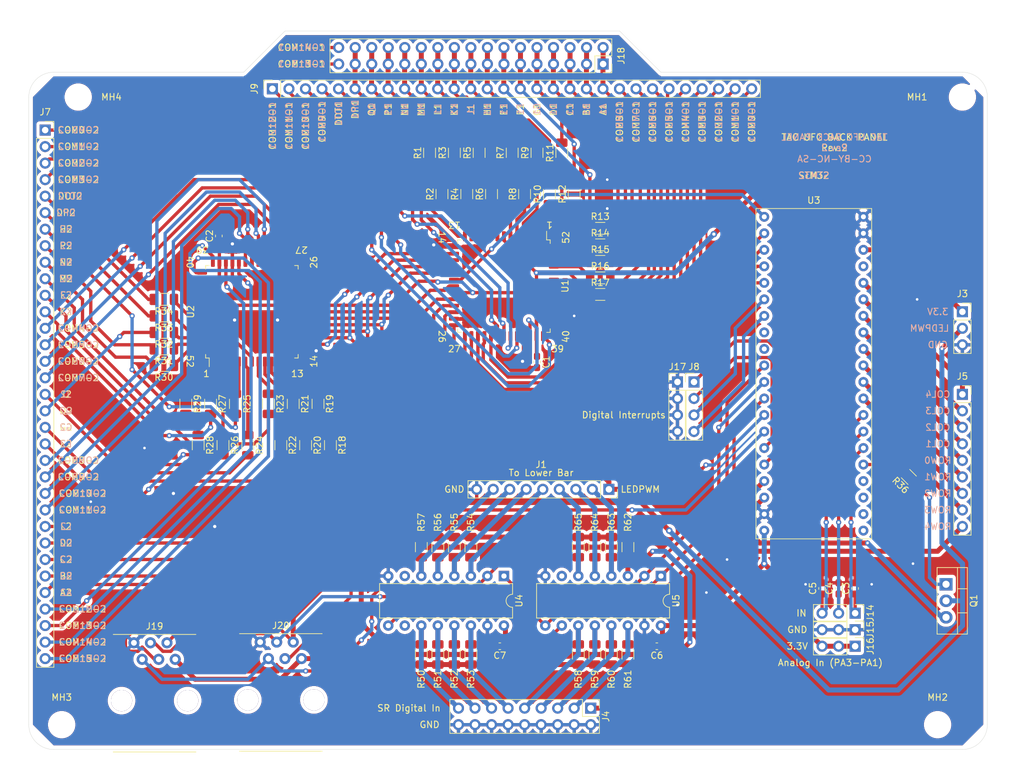
<source format=kicad_pcb>
(kicad_pcb (version 20171130) (host pcbnew "(5.1.9)-1")
  (layers (0 F.Cu signal) (31 B.Cu signal) (34 B.Paste user) (35 F.Paste user) (36 B.SilkS user) (37 F.SilkS user) (38 B.Mask user) (39 F.Mask user) (44 Edge.Cuts user))
  (net 0 "")
  (net 1 /GND)
  (net 2 /3.3V)
  (net 3 /SW18)
  (net 4 /SW19)
  (net 5 /SW20)
  (net 6 /SW21)
  (net 7 /SW22)
  (net 8 /SW23)
  (net 9 /SW24)
  (net 10 /LEDPWM)
  (net 11 /ROW4)
  (net 12 /ROW3)
  (net 13 /ROW2)
  (net 14 /ROW1)
  (net 15 /ROW0)
  (net 16 /COL1)
  (net 17 /COL2)
  (net 18 /COL3)
  (net 19 /COL4)
  (net 20 /A2)
  (net 21 /B2)
  (net 22 /C2)
  (net 23 /D2)
  (net 24 /E2)
  (net 25 /F2)
  (net 26 /G2)
  (net 27 /H2)
  (net 28 /J2)
  (net 29 /K2)
  (net 30 /L2)
  (net 31 /M2)
  (net 32 /N2)
  (net 33 /P2)
  (net 34 /Q2)
  (net 35 /DP2)
  (net 36 /DOT2)
  (net 37 /COM15-2)
  (net 38 /COM14-2)
  (net 39 /COM13-2)
  (net 40 /COM12-2)
  (net 41 /COM11-2)
  (net 42 /COM10-2)
  (net 43 /COM9-2)
  (net 44 /COM8-2)
  (net 45 /COM7-2)
  (net 46 /COM6-2)
  (net 47 /COM5-2)
  (net 48 /COM4-2)
  (net 49 /COM3-2)
  (net 50 /COM2-2)
  (net 51 /COM1-2)
  (net 52 /COM0-2)
  (net 53 /COM0-1)
  (net 54 /COM1-1)
  (net 55 /COM2-1)
  (net 56 /COM3-1)
  (net 57 /COM4-1)
  (net 58 /COM5-1)
  (net 59 /COM6-1)
  (net 60 /COM7-1)
  (net 61 /COM8-1)
  (net 62 /COM9-1)
  (net 63 /COM10-1)
  (net 64 /COM11-1)
  (net 65 /COM12-1)
  (net 66 /COM13-1)
  (net 67 /COM14-1)
  (net 68 /COM15-1)
  (net 69 /DOT1)
  (net 70 /DP1)
  (net 71 /Q1)
  (net 72 /P1)
  (net 73 /N1)
  (net 74 /M1)
  (net 75 /L1)
  (net 76 /K1)
  (net 77 /J1)
  (net 78 /H1)
  (net 79 /G1)
  (net 80 /F1)
  (net 81 /E1)
  (net 82 /D1)
  (net 83 /C1)
  (net 84 /B1)
  (net 85 /A1)
  (net 86 "Net-(R1-Pad1)")
  (net 87 "Net-(R2-Pad1)")
  (net 88 "Net-(R3-Pad1)")
  (net 89 "Net-(R4-Pad1)")
  (net 90 "Net-(R5-Pad1)")
  (net 91 "Net-(R6-Pad1)")
  (net 92 "Net-(R7-Pad1)")
  (net 93 "Net-(R8-Pad1)")
  (net 94 "Net-(R9-Pad1)")
  (net 95 "Net-(R10-Pad1)")
  (net 96 "Net-(R11-Pad1)")
  (net 97 "Net-(R12-Pad1)")
  (net 98 "Net-(R13-Pad1)")
  (net 99 "Net-(R14-Pad1)")
  (net 100 "Net-(R15-Pad1)")
  (net 101 "Net-(R16-Pad1)")
  (net 102 "Net-(R17-Pad1)")
  (net 103 "Net-(R18-Pad1)")
  (net 104 "Net-(R19-Pad1)")
  (net 105 "Net-(R20-Pad1)")
  (net 106 "Net-(R21-Pad1)")
  (net 107 "Net-(R22-Pad1)")
  (net 108 "Net-(R23-Pad1)")
  (net 109 "Net-(R24-Pad1)")
  (net 110 "Net-(R25-Pad1)")
  (net 111 "Net-(R26-Pad1)")
  (net 112 "Net-(R27-Pad1)")
  (net 113 "Net-(R28-Pad1)")
  (net 114 "Net-(R29-Pad1)")
  (net 115 "Net-(R30-Pad1)")
  (net 116 "Net-(R31-Pad1)")
  (net 117 "Net-(R32-Pad1)")
  (net 118 "Net-(R33-Pad1)")
  (net 119 "Net-(R34-Pad1)")
  (net 120 "Net-(U1-Pad47)")
  (net 121 "Net-(U1-Pad46)")
  (net 122 "Net-(U1-Pad45)")
  (net 123 "Net-(U1-Pad44)")
  (net 124 "Net-(U1-Pad43)")
  (net 125 "Net-(U1-Pad42)")
  (net 126 "Net-(U1-Pad41)")
  (net 127 /SYNC)
  (net 128 /CS1)
  (net 129 /RD)
  (net 130 /WR)
  (net 131 /DATA)
  (net 132 /OSC)
  (net 133 "Net-(U2-Pad47)")
  (net 134 "Net-(U2-Pad46)")
  (net 135 "Net-(U2-Pad45)")
  (net 136 "Net-(U2-Pad44)")
  (net 137 "Net-(U2-Pad43)")
  (net 138 "Net-(U2-Pad42)")
  (net 139 "Net-(U2-Pad41)")
  (net 140 /CS2)
  (net 141 "Net-(U3-Pad4)")
  (net 142 "Net-(U3-Pad3)")
  (net 143 "Net-(U3-Pad2)")
  (net 144 "Net-(U3-Pad1)")
  (net 145 "Net-(U3-Pad7)")
  (net 146 /DIN9)
  (net 147 /DIN8)
  (net 148 /DIN7)
  (net 149 /DIN6)
  (net 150 /DIN5)
  (net 151 /DIN4)
  (net 152 /DIN3)
  (net 153 /DIN2)
  (net 154 /DIN1)
  (net 155 /SRMISO)
  (net 156 /SRCS)
  (net 157 /SRCLK)
  (net 158 /DigInt2)
  (net 159 /DigInt1)
  (net 160 /Analog3)
  (net 161 /Analog2)
  (net 162 /Analog1)
  (net 163 "Net-(U3-Pad33)")
  (net 164 "Net-(U3-Pad32)")
  (net 165 /5V)
  (net 166 "Net-(R36-Pad2)")
  (net 167 "Net-(Q1-Pad1)")
  (net 168 /DigInt4)
  (net 169 /DigInt3)
  (net 170 /SRCS2)
  (net 171 /SRCS3)
  (net 172 "Net-(U4-Pad7)")
  (net 173 /DSIN)
  (net 174 "Net-(U4-Pad9)")
  (net 175 "Net-(U5-Pad7)")
  (module Capacitor_SMD:C_0603_1608Metric_Pad1.08x0.95mm_HandSolder (layer F.Cu) (at 103.505 127.635 90)
    (fp_text reference C5 (at 0 -1.43 90) (layer F.SilkS))
    (fp_text value .1uF)
    (pad 2 smd roundrect (at 0.8625 0 90) (size 1.075 0.95) (layers F.Cu F.Paste F.Mask) (net 1 /GND))
    (pad 1 smd roundrect (at -0.8625 0 90) (size 1.075 0.95) (layers F.Cu F.Paste F.Mask) (net 160 /Analog3))
  )
  (module Capacitor_SMD:C_0603_1608Metric_Pad1.08x0.95mm_HandSolder (layer F.Cu) (at 106.045 127.635 90)
    (fp_text reference C4 (at 0 -1.43 90) (layer F.SilkS))
    (fp_text value .1uF)
    (pad 2 smd roundrect (at 0.8625 0 90) (size 1.075 0.95) (layers F.Cu F.Paste F.Mask) (net 1 /GND))
    (pad 1 smd roundrect (at -0.8625 0 90) (size 1.075 0.95) (layers F.Cu F.Paste F.Mask) (net 161 /Analog2))
  )
  (module Capacitor_SMD:C_0603_1608Metric_Pad1.08x0.95mm_HandSolder (layer F.Cu) (at 108.585 127.635 90)
    (fp_text reference C3 (at 0 -1.43 90) (layer F.SilkS))
    (fp_text value .1uF)
    (pad 2 smd roundrect (at 0.8625 0 90) (size 1.075 0.95) (layers F.Cu F.Paste F.Mask) (net 1 /GND))
    (pad 1 smd roundrect (at -0.8625 0 90) (size 1.075 0.95) (layers F.Cu F.Paste F.Mask) (net 162 /Analog1))
  )
  (module Package_DIP:DIP-16_W7.62mm (layer F.Cu) (at 78.74 125.73 270)
    (fp_text reference U5 (at 3.81 -2.33 90) (layer F.SilkS))
    (fp_text value 74HC165)
    (pad 16 thru_hole oval (at 7.62 0 270) (size 1.6 1.6) (drill 0.8) (layers *.Cu *.Mask) (net 2 /3.3V))
    (pad 8 thru_hole oval (at 0 17.78 270) (size 1.6 1.6) (drill 0.8) (layers *.Cu *.Mask) (net 1 /GND))
    (pad 15 thru_hole oval (at 7.62 2.54 270) (size 1.6 1.6) (drill 0.8) (layers *.Cu *.Mask) (net 1 /GND))
    (pad 7 thru_hole oval (at 0 15.24 270) (size 1.6 1.6) (drill 0.8) (layers *.Cu *.Mask) (net 175 "Net-(U5-Pad7)"))
    (pad 14 thru_hole oval (at 7.62 5.08 270) (size 1.6 1.6) (drill 0.8) (layers *.Cu *.Mask) (net 153 /DIN2))
    (pad 6 thru_hole oval (at 0 12.7 270) (size 1.6 1.6) (drill 0.8) (layers *.Cu *.Mask) (net 7 /SW22))
    (pad 13 thru_hole oval (at 7.62 7.62 270) (size 1.6 1.6) (drill 0.8) (layers *.Cu *.Mask) (net 152 /DIN3))
    (pad 5 thru_hole oval (at 0 10.16 270) (size 1.6 1.6) (drill 0.8) (layers *.Cu *.Mask) (net 8 /SW23))
    (pad 12 thru_hole oval (at 7.62 10.16 270) (size 1.6 1.6) (drill 0.8) (layers *.Cu *.Mask) (net 151 /DIN4))
    (pad 4 thru_hole oval (at 0 7.62 270) (size 1.6 1.6) (drill 0.8) (layers *.Cu *.Mask) (net 9 /SW24))
    (pad 11 thru_hole oval (at 7.62 12.7 270) (size 1.6 1.6) (drill 0.8) (layers *.Cu *.Mask) (net 150 /DIN5))
    (pad 3 thru_hole oval (at 0 5.08 270) (size 1.6 1.6) (drill 0.8) (layers *.Cu *.Mask) (net 154 /DIN1))
    (pad 10 thru_hole oval (at 7.62 15.24 270) (size 1.6 1.6) (drill 0.8) (layers *.Cu *.Mask) (net 174 "Net-(U4-Pad9)"))
    (pad 2 thru_hole oval (at 0 2.54 270) (size 1.6 1.6) (drill 0.8) (layers *.Cu *.Mask) (net 157 /SRCLK))
    (pad 9 thru_hole oval (at 7.62 17.78 270) (size 1.6 1.6) (drill 0.8) (layers *.Cu *.Mask) (net 155 /SRMISO))
    (pad 1 thru_hole rect (at 0 0 270) (size 1.6 1.6) (drill 0.8) (layers *.Cu *.Mask) (net 156 /SRCS))
  )
  (module Capacitor_SMD:C_0603_1608Metric_Pad1.08x0.95mm_HandSolder (layer F.Cu) (at 78.105 136.525 180)
    (fp_text reference C6 (at 0 -1.43) (layer F.SilkS))
    (fp_text value .1uF)
    (pad 2 smd roundrect (at 0.8625 0 180) (size 1.075 0.95) (layers F.Cu F.Paste F.Mask) (net 1 /GND))
    (pad 1 smd roundrect (at -0.8625 0 180) (size 1.075 0.95) (layers F.Cu F.Paste F.Mask) (net 2 /3.3V))
  )
  (module UFC:Bluepill (layer F.Cu) (at 102.235 69.215)
    (fp_text reference U3 (at 0 -1.27) (layer F.SilkS))
    (fp_text value STM32F103C8T6)
    (pad 18 thru_hole circle (at 7.62 19.05) (size 1.524 1.524) (drill 0.762) (layers *.Cu *.Mask) (net 16 /COL1))
    (pad 17 thru_hole circle (at 7.62 21.59) (size 1.524 1.524) (drill 0.762) (layers *.Cu *.Mask) (net 15 /ROW0))
    (pad 16 thru_hole circle (at 7.62 24.13) (size 1.524 1.524) (drill 0.762) (layers *.Cu *.Mask) (net 14 /ROW1))
    (pad 15 thru_hole circle (at 7.62 26.67) (size 1.524 1.524) (drill 0.762) (layers *.Cu *.Mask) (net 13 /ROW2))
    (pad 14 thru_hole circle (at 7.62 29.21) (size 1.524 1.524) (drill 0.762) (layers *.Cu *.Mask) (net 12 /ROW3))
    (pad 13 thru_hole circle (at 7.62 31.75) (size 1.524 1.524) (drill 0.762) (layers *.Cu *.Mask) (net 160 /Analog3))
    (pad 12 thru_hole circle (at 7.62 34.29) (size 1.524 1.524) (drill 0.762) (layers *.Cu *.Mask) (net 161 /Analog2))
    (pad 11 thru_hole circle (at 7.62 36.83) (size 1.524 1.524) (drill 0.762) (layers *.Cu *.Mask) (net 162 /Analog1))
    (pad 10 thru_hole circle (at 7.62 39.37) (size 1.524 1.524) (drill 0.762) (layers *.Cu *.Mask) (net 166 "Net-(R36-Pad2)"))
    (pad 4 thru_hole circle (at 7.62 41.91) (size 1.524 1.524) (drill 0.762) (layers *.Cu *.Mask) (net 141 "Net-(U3-Pad4)"))
    (pad 3 thru_hole circle (at 7.62 44.45) (size 1.524 1.524) (drill 0.762) (layers *.Cu *.Mask) (net 142 "Net-(U3-Pad3)"))
    (pad 2 thru_hole circle (at 7.62 46.99) (size 1.524 1.524) (drill 0.762) (layers *.Cu *.Mask) (net 143 "Net-(U3-Pad2)"))
    (pad 1 thru_hole circle (at 7.62 49.53) (size 1.524 1.524) (drill 0.762) (layers *.Cu *.Mask) (net 144 "Net-(U3-Pad1)"))
    (pad 19 thru_hole circle (at 7.62 16.51) (size 1.524 1.524) (drill 0.762) (layers *.Cu *.Mask) (net 17 /COL2))
    (pad 21 thru_hole circle (at 7.62 13.97) (size 1.524 1.524) (drill 0.762) (layers *.Cu *.Mask) (net 18 /COL3))
    (pad 22 thru_hole circle (at 7.62 11.43) (size 1.524 1.524) (drill 0.762) (layers *.Cu *.Mask) (net 19 /COL4))
    (pad 7 thru_hole circle (at 7.62 8.89) (size 1.524 1.524) (drill 0.762) (layers *.Cu *.Mask) (net 145 "Net-(U3-Pad7)"))
    (pad 47 thru_hole circle (at 7.62 6.35) (size 1.524 1.524) (drill 0.762) (layers *.Cu *.Mask) (net 2 /3.3V))
    (pad 48 thru_hole circle (at 7.62 3.81) (size 1.524 1.524) (drill 0.762) (layers *.Cu *.Mask) (net 1 /GND))
    (pad 49 thru_hole circle (at 7.62 1.27) (size 1.524 1.524) (drill 0.762) (layers *.Cu *.Mask) (net 1 /GND))
    (pad 52 thru_hole circle (at -7.62 49.53) (size 1.524 1.524) (drill 0.762) (layers *.Cu *.Mask) (net 2 /3.3V))
    (pad 51 thru_hole circle (at -7.62 46.99) (size 1.524 1.524) (drill 0.762) (layers *.Cu *.Mask) (net 1 /GND))
    (pad 50 thru_hole circle (at -7.62 44.45) (size 1.524 1.524) (drill 0.762) (layers *.Cu *.Mask) (net 165 /5V))
    (pad 46 thru_hole circle (at -7.62 41.91) (size 1.524 1.524) (drill 0.762) (layers *.Cu *.Mask) (net 11 /ROW4))
    (pad 45 thru_hole circle (at -7.62 39.37) (size 1.524 1.524) (drill 0.762) (layers *.Cu *.Mask) (net 159 /DigInt1))
    (pad 43 thru_hole circle (at -7.62 36.83) (size 1.524 1.524) (drill 0.762) (layers *.Cu *.Mask) (net 158 /DigInt2))
    (pad 42 thru_hole circle (at -7.62 34.29) (size 1.524 1.524) (drill 0.762) (layers *.Cu *.Mask) (net 171 /SRCS3))
    (pad 41 thru_hole circle (at -7.62 31.75) (size 1.524 1.524) (drill 0.762) (layers *.Cu *.Mask) (net 170 /SRCS2))
    (pad 40 thru_hole circle (at -7.62 29.21) (size 1.524 1.524) (drill 0.762) (layers *.Cu *.Mask) (net 155 /SRMISO))
    (pad 39 thru_hole circle (at -7.62 26.67) (size 1.524 1.524) (drill 0.762) (layers *.Cu *.Mask) (net 157 /SRCLK))
    (pad 38 thru_hole circle (at -7.62 24.13) (size 1.524 1.524) (drill 0.762) (layers *.Cu *.Mask) (net 156 /SRCS))
    (pad 33 thru_hole circle (at -7.62 21.59) (size 1.524 1.524) (drill 0.762) (layers *.Cu *.Mask) (net 163 "Net-(U3-Pad33)"))
    (pad 32 thru_hole circle (at -7.62 19.05) (size 1.524 1.524) (drill 0.762) (layers *.Cu *.Mask) (net 164 "Net-(U3-Pad32)"))
    (pad 31 thru_hole circle (at -7.62 16.51) (size 1.524 1.524) (drill 0.762) (layers *.Cu *.Mask) (net 168 /DigInt4))
    (pad 30 thru_hole circle (at -7.62 13.97) (size 1.524 1.524) (drill 0.762) (layers *.Cu *.Mask) (net 169 /DigInt3))
    (pad 29 thru_hole circle (at -7.62 11.43) (size 1.524 1.524) (drill 0.762) (layers *.Cu *.Mask) (net 131 /DATA))
    (pad 28 thru_hole circle (at -7.62 8.89) (size 1.524 1.524) (drill 0.762) (layers *.Cu *.Mask) (net 130 /WR))
    (pad 27 thru_hole circle (at -7.62 6.35) (size 1.524 1.524) (drill 0.762) (layers *.Cu *.Mask) (net 129 /RD))
    (pad 26 thru_hole circle (at -7.62 3.81) (size 1.524 1.524) (drill 0.762) (layers *.Cu *.Mask) (net 140 /CS2))
    (pad 25 thru_hole circle (at -7.62 1.27) (size 1.524 1.524) (drill 0.762) (layers *.Cu *.Mask) (net 128 /CS1))
  )
  (module Package_DIP:DIP-16_W7.62mm (layer F.Cu) (at 54.61 125.73 270)
    (fp_text reference U4 (at 3.81 -2.33 90) (layer F.SilkS))
    (fp_text value 74HC165)
    (pad 16 thru_hole oval (at 7.62 0 270) (size 1.6 1.6) (drill 0.8) (layers *.Cu *.Mask) (net 2 /3.3V))
    (pad 8 thru_hole oval (at 0 17.78 270) (size 1.6 1.6) (drill 0.8) (layers *.Cu *.Mask) (net 1 /GND))
    (pad 15 thru_hole oval (at 7.62 2.54 270) (size 1.6 1.6) (drill 0.8) (layers *.Cu *.Mask) (net 1 /GND))
    (pad 7 thru_hole oval (at 0 15.24 270) (size 1.6 1.6) (drill 0.8) (layers *.Cu *.Mask) (net 172 "Net-(U4-Pad7)"))
    (pad 14 thru_hole oval (at 7.62 5.08 270) (size 1.6 1.6) (drill 0.8) (layers *.Cu *.Mask) (net 149 /DIN6))
    (pad 6 thru_hole oval (at 0 12.7 270) (size 1.6 1.6) (drill 0.8) (layers *.Cu *.Mask) (net 3 /SW18))
    (pad 13 thru_hole oval (at 7.62 7.62 270) (size 1.6 1.6) (drill 0.8) (layers *.Cu *.Mask) (net 148 /DIN7))
    (pad 5 thru_hole oval (at 0 10.16 270) (size 1.6 1.6) (drill 0.8) (layers *.Cu *.Mask) (net 4 /SW19))
    (pad 12 thru_hole oval (at 7.62 10.16 270) (size 1.6 1.6) (drill 0.8) (layers *.Cu *.Mask) (net 147 /DIN8))
    (pad 4 thru_hole oval (at 0 7.62 270) (size 1.6 1.6) (drill 0.8) (layers *.Cu *.Mask) (net 5 /SW20))
    (pad 11 thru_hole oval (at 7.62 12.7 270) (size 1.6 1.6) (drill 0.8) (layers *.Cu *.Mask) (net 146 /DIN9))
    (pad 3 thru_hole oval (at 0 5.08 270) (size 1.6 1.6) (drill 0.8) (layers *.Cu *.Mask) (net 6 /SW21))
    (pad 10 thru_hole oval (at 7.62 15.24 270) (size 1.6 1.6) (drill 0.8) (layers *.Cu *.Mask) (net 173 /DSIN))
    (pad 2 thru_hole oval (at 0 2.54 270) (size 1.6 1.6) (drill 0.8) (layers *.Cu *.Mask) (net 157 /SRCLK))
    (pad 9 thru_hole oval (at 7.62 17.78 270) (size 1.6 1.6) (drill 0.8) (layers *.Cu *.Mask) (net 174 "Net-(U4-Pad9)"))
    (pad 1 thru_hole rect (at 0 0 270) (size 1.6 1.6) (drill 0.8) (layers *.Cu *.Mask) (net 156 /SRCS))
  )
  (module Resistor_SMD:R_1206_3216Metric_Pad1.30x1.75mm_HandSolder (layer F.Cu) (at 66.04 121.285 90)
    (fp_text reference R65 (at 3.81 0 90) (layer F.SilkS))
    (fp_text value 10K)
    (pad 2 smd roundrect (at 1.55 0 90) (size 1.3 1.75) (layers F.Cu F.Paste F.Mask) (roundrect_rratio 0.192308) (net 2 /3.3V))
    (pad 1 smd roundrect (at -1.55 0 90) (size 1.3 1.75) (layers F.Cu F.Paste F.Mask) (roundrect_rratio 0.192308) (net 7 /SW22))
  )
  (module Resistor_SMD:R_1206_3216Metric_Pad1.30x1.75mm_HandSolder (layer F.Cu) (at 68.58 121.285 90)
    (fp_text reference R64 (at 3.81 0 90) (layer F.SilkS))
    (fp_text value 10K)
    (pad 2 smd roundrect (at 1.55 0 90) (size 1.3 1.75) (layers F.Cu F.Paste F.Mask) (roundrect_rratio 0.192308) (net 2 /3.3V))
    (pad 1 smd roundrect (at -1.55 0 90) (size 1.3 1.75) (layers F.Cu F.Paste F.Mask) (roundrect_rratio 0.192308) (net 8 /SW23))
  )
  (module Resistor_SMD:R_1206_3216Metric_Pad1.30x1.75mm_HandSolder (layer F.Cu) (at 71.12 121.285 90)
    (fp_text reference R63 (at 3.81 0 90) (layer F.SilkS))
    (fp_text value 10K)
    (pad 2 smd roundrect (at 1.55 0 90) (size 1.3 1.75) (layers F.Cu F.Paste F.Mask) (roundrect_rratio 0.192308) (net 2 /3.3V))
    (pad 1 smd roundrect (at -1.55 0 90) (size 1.3 1.75) (layers F.Cu F.Paste F.Mask) (roundrect_rratio 0.192308) (net 9 /SW24))
  )
  (module Resistor_SMD:R_1206_3216Metric_Pad1.30x1.75mm_HandSolder (layer F.Cu) (at 73.66 121.285 90)
    (fp_text reference R62 (at 3.81 0 90) (layer F.SilkS))
    (fp_text value 10K)
    (pad 2 smd roundrect (at 1.55 0 90) (size 1.3 1.75) (layers F.Cu F.Paste F.Mask) (roundrect_rratio 0.192308) (net 2 /3.3V))
    (pad 1 smd roundrect (at -1.55 0 90) (size 1.3 1.75) (layers F.Cu F.Paste F.Mask) (roundrect_rratio 0.192308) (net 154 /DIN1))
  )
  (module Resistor_SMD:R_1206_3216Metric_Pad1.30x1.75mm_HandSolder (layer F.Cu) (at 73.66 137.795 270)
    (fp_text reference R61 (at 3.81 0 90) (layer F.SilkS))
    (fp_text value 10K)
    (pad 2 smd roundrect (at 1.55 0 270) (size 1.3 1.75) (layers F.Cu F.Paste F.Mask) (roundrect_rratio 0.192308) (net 2 /3.3V))
    (pad 1 smd roundrect (at -1.55 0 270) (size 1.3 1.75) (layers F.Cu F.Paste F.Mask) (roundrect_rratio 0.192308) (net 153 /DIN2))
  )
  (module Resistor_SMD:R_1206_3216Metric_Pad1.30x1.75mm_HandSolder (layer F.Cu) (at 71.12 137.795 270)
    (fp_text reference R60 (at 3.81 0 90) (layer F.SilkS))
    (fp_text value 10K)
    (pad 2 smd roundrect (at 1.55 0 270) (size 1.3 1.75) (layers F.Cu F.Paste F.Mask) (roundrect_rratio 0.192308) (net 2 /3.3V))
    (pad 1 smd roundrect (at -1.55 0 270) (size 1.3 1.75) (layers F.Cu F.Paste F.Mask) (roundrect_rratio 0.192308) (net 152 /DIN3))
  )
  (module Resistor_SMD:R_1206_3216Metric_Pad1.30x1.75mm_HandSolder (layer F.Cu) (at 68.58 137.795 270)
    (fp_text reference R59 (at 3.81 0 90) (layer F.SilkS))
    (fp_text value 10K)
    (pad 2 smd roundrect (at 1.55 0 270) (size 1.3 1.75) (layers F.Cu F.Paste F.Mask) (roundrect_rratio 0.192308) (net 2 /3.3V))
    (pad 1 smd roundrect (at -1.55 0 270) (size 1.3 1.75) (layers F.Cu F.Paste F.Mask) (roundrect_rratio 0.192308) (net 151 /DIN4))
  )
  (module Resistor_SMD:R_1206_3216Metric_Pad1.30x1.75mm_HandSolder (layer F.Cu) (at 66.04 137.795 270)
    (fp_text reference R58 (at 3.81 0 90) (layer F.SilkS))
    (fp_text value 10K)
    (pad 2 smd roundrect (at 1.55 0 270) (size 1.3 1.75) (layers F.Cu F.Paste F.Mask) (roundrect_rratio 0.192308) (net 2 /3.3V))
    (pad 1 smd roundrect (at -1.55 0 270) (size 1.3 1.75) (layers F.Cu F.Paste F.Mask) (roundrect_rratio 0.192308) (net 150 /DIN5))
  )
  (module Resistor_SMD:R_1206_3216Metric_Pad1.30x1.75mm_HandSolder (layer F.Cu) (at 41.91 121.285 90)
    (fp_text reference R57 (at 3.81 0 90) (layer F.SilkS))
    (fp_text value 10K)
    (pad 2 smd roundrect (at 1.55 0 90) (size 1.3 1.75) (layers F.Cu F.Paste F.Mask) (roundrect_rratio 0.192308) (net 2 /3.3V))
    (pad 1 smd roundrect (at -1.55 0 90) (size 1.3 1.75) (layers F.Cu F.Paste F.Mask) (roundrect_rratio 0.192308) (net 3 /SW18))
  )
  (module Resistor_SMD:R_1206_3216Metric_Pad1.30x1.75mm_HandSolder (layer F.Cu) (at 44.45 121.285 90)
    (fp_text reference R56 (at 3.81 0 90) (layer F.SilkS))
    (fp_text value 10K)
    (pad 2 smd roundrect (at 1.55 0 90) (size 1.3 1.75) (layers F.Cu F.Paste F.Mask) (roundrect_rratio 0.192308) (net 2 /3.3V))
    (pad 1 smd roundrect (at -1.55 0 90) (size 1.3 1.75) (layers F.Cu F.Paste F.Mask) (roundrect_rratio 0.192308) (net 4 /SW19))
  )
  (module Resistor_SMD:R_1206_3216Metric_Pad1.30x1.75mm_HandSolder (layer F.Cu) (at 46.99 121.285 90)
    (fp_text reference R55 (at 3.81 0 90) (layer F.SilkS))
    (fp_text value 10K)
    (pad 2 smd roundrect (at 1.55 0 90) (size 1.3 1.75) (layers F.Cu F.Paste F.Mask) (roundrect_rratio 0.192308) (net 2 /3.3V))
    (pad 1 smd roundrect (at -1.55 0 90) (size 1.3 1.75) (layers F.Cu F.Paste F.Mask) (roundrect_rratio 0.192308) (net 5 /SW20))
  )
  (module Resistor_SMD:R_1206_3216Metric_Pad1.30x1.75mm_HandSolder (layer F.Cu) (at 49.53 121.285 90)
    (fp_text reference R54 (at 3.81 0 90) (layer F.SilkS))
    (fp_text value 10K)
    (pad 2 smd roundrect (at 1.55 0 90) (size 1.3 1.75) (layers F.Cu F.Paste F.Mask) (roundrect_rratio 0.192308) (net 2 /3.3V))
    (pad 1 smd roundrect (at -1.55 0 90) (size 1.3 1.75) (layers F.Cu F.Paste F.Mask) (roundrect_rratio 0.192308) (net 6 /SW21))
  )
  (module Resistor_SMD:R_1206_3216Metric_Pad1.30x1.75mm_HandSolder (layer F.Cu) (at 49.53 137.795 270)
    (fp_text reference R53 (at 3.81 0 90) (layer F.SilkS))
    (fp_text value 10K)
    (pad 2 smd roundrect (at 1.55 0 270) (size 1.3 1.75) (layers F.Cu F.Paste F.Mask) (roundrect_rratio 0.192308) (net 2 /3.3V))
    (pad 1 smd roundrect (at -1.55 0 270) (size 1.3 1.75) (layers F.Cu F.Paste F.Mask) (roundrect_rratio 0.192308) (net 149 /DIN6))
  )
  (module Resistor_SMD:R_1206_3216Metric_Pad1.30x1.75mm_HandSolder (layer F.Cu) (at 46.99 137.795 270)
    (fp_text reference R52 (at 3.81 0 90) (layer F.SilkS))
    (fp_text value 10K)
    (pad 2 smd roundrect (at 1.55 0 270) (size 1.3 1.75) (layers F.Cu F.Paste F.Mask) (roundrect_rratio 0.192308) (net 2 /3.3V))
    (pad 1 smd roundrect (at -1.55 0 270) (size 1.3 1.75) (layers F.Cu F.Paste F.Mask) (roundrect_rratio 0.192308) (net 148 /DIN7))
  )
  (module Resistor_SMD:R_1206_3216Metric_Pad1.30x1.75mm_HandSolder (layer F.Cu) (at 44.45 137.795 270)
    (fp_text reference R51 (at 3.81 0 90) (layer F.SilkS))
    (fp_text value 10K)
    (pad 2 smd roundrect (at 1.55 0 270) (size 1.3 1.75) (layers F.Cu F.Paste F.Mask) (roundrect_rratio 0.192308) (net 2 /3.3V))
    (pad 1 smd roundrect (at -1.55 0 270) (size 1.3 1.75) (layers F.Cu F.Paste F.Mask) (roundrect_rratio 0.192308) (net 147 /DIN8))
  )
  (module Resistor_SMD:R_1206_3216Metric_Pad1.30x1.75mm_HandSolder (layer F.Cu) (at 41.91 137.795 270)
    (fp_text reference R50 (at 3.81 0 90) (layer F.SilkS))
    (fp_text value 10K)
    (pad 2 smd roundrect (at 1.55 0 270) (size 1.3 1.75) (layers F.Cu F.Paste F.Mask) (roundrect_rratio 0.192308) (net 2 /3.3V))
    (pad 1 smd roundrect (at -1.55 0 270) (size 1.3 1.75) (layers F.Cu F.Paste F.Mask) (roundrect_rratio 0.192308) (net 146 /DIN9))
  )
  (module UFC:SS-6466-NF (layer F.Cu) (at 20.32 135.89)
    (fp_text reference J20 (at 0 -2.54) (layer F.SilkS))
    (fp_text value RJ12)
    (pad "" thru_hole circle (at 5.085 8.89) (size 3.25 3.25) (drill 3.25) (layers *.Cu *.Mask))
    (pad "" thru_hole circle (at -5.075 8.89) (size 3.25 3.25) (drill 3.25) (layers *.Cu *.Mask))
    (pad 6 thru_hole circle (at 3.175 2.54) (size 1.7 1.7) (drill 0.89) (layers *.Cu *.Mask) (net 2 /3.3V))
    (pad 5 thru_hole circle (at 1.905 0) (size 1.7 1.7) (drill 0.89) (layers *.Cu *.Mask) (net 10 /LEDPWM))
    (pad 4 thru_hole circle (at 0.635 2.54) (size 1.7 1.7) (drill 0.89) (layers *.Cu *.Mask) (net 171 /SRCS3))
    (pad 3 thru_hole circle (at -0.635 0) (size 1.7 1.7) (drill 0.89) (layers *.Cu *.Mask) (net 155 /SRMISO))
    (pad 2 thru_hole circle (at -1.905 2.54) (size 1.7 1.7) (drill 0.89) (layers *.Cu *.Mask) (net 157 /SRCLK))
    (pad 1 thru_hole circle (at -3.175 0) (size 1.7 1.7) (drill 0.89) (layers *.Cu *.Mask) (net 1 /GND))
  )
  (module UFC:SS-6466-NF (layer F.Cu) (at 0.914999 136)
    (fp_text reference J19 (at 0 -2.54) (layer F.SilkS))
    (fp_text value RJ12)
    (pad "" thru_hole circle (at 5.085 8.89) (size 3.25 3.25) (drill 3.25) (layers *.Cu *.Mask))
    (pad "" thru_hole circle (at -5.075 8.89) (size 3.25 3.25) (drill 3.25) (layers *.Cu *.Mask))
    (pad 6 thru_hole circle (at 3.175 2.54) (size 1.7 1.7) (drill 0.89) (layers *.Cu *.Mask) (net 2 /3.3V))
    (pad 5 thru_hole circle (at 1.905 0) (size 1.7 1.7) (drill 0.89) (layers *.Cu *.Mask) (net 10 /LEDPWM))
    (pad 4 thru_hole circle (at 0.635 2.54) (size 1.7 1.7) (drill 0.89) (layers *.Cu *.Mask) (net 170 /SRCS2))
    (pad 3 thru_hole circle (at -0.635 0) (size 1.7 1.7) (drill 0.89) (layers *.Cu *.Mask) (net 155 /SRMISO))
    (pad 2 thru_hole circle (at -1.905 2.54) (size 1.7 1.7) (drill 0.89) (layers *.Cu *.Mask) (net 157 /SRCLK))
    (pad 1 thru_hole circle (at -3.175 0) (size 1.7 1.7) (drill 0.89) (layers *.Cu *.Mask) (net 1 /GND))
  )
  (module Connector_PinHeader_2.54mm:PinHeader_1x04_P2.54mm_Vertical (layer F.Cu) (at 81.28 95.885)
    (fp_text reference J17 (at 0 -2.33) (layer F.SilkS))
    (fp_text value Conn_01x04_Male)
    (pad 4 thru_hole oval (at 0 7.62) (size 1.7 1.7) (drill 1) (layers *.Cu *.Mask) (net 1 /GND))
    (pad 3 thru_hole oval (at 0 5.08) (size 1.7 1.7) (drill 1) (layers *.Cu *.Mask) (net 1 /GND))
    (pad 2 thru_hole oval (at 0 2.54) (size 1.7 1.7) (drill 1) (layers *.Cu *.Mask) (net 1 /GND))
    (pad 1 thru_hole rect (at 0 0) (size 1.7 1.7) (drill 1) (layers *.Cu *.Mask) (net 1 /GND))
  )
  (module Connector_PinHeader_2.54mm:PinHeader_1x03_P2.54mm_Vertical (layer F.Cu) (at 108.585 136.525 270)
    (fp_text reference J16 (at 0 -2.33 90) (layer F.SilkS))
    (fp_text value Conn_01x03_Male)
    (pad 3 thru_hole oval (at 0 5.08 270) (size 1.7 1.7) (drill 1) (layers *.Cu *.Mask) (net 2 /3.3V))
    (pad 2 thru_hole oval (at 0 2.54 270) (size 1.7 1.7) (drill 1) (layers *.Cu *.Mask) (net 2 /3.3V))
    (pad 1 thru_hole rect (at 0 0 270) (size 1.7 1.7) (drill 1) (layers *.Cu *.Mask) (net 2 /3.3V))
  )
  (module Connector_PinHeader_2.54mm:PinHeader_1x03_P2.54mm_Vertical (layer F.Cu) (at 108.585 133.985 270)
    (fp_text reference J15 (at 0 -2.33 90) (layer F.SilkS))
    (fp_text value Conn_01x03_Male)
    (pad 3 thru_hole oval (at 0 5.08 270) (size 1.7 1.7) (drill 1) (layers *.Cu *.Mask) (net 1 /GND))
    (pad 2 thru_hole oval (at 0 2.54 270) (size 1.7 1.7) (drill 1) (layers *.Cu *.Mask) (net 1 /GND))
    (pad 1 thru_hole rect (at 0 0 270) (size 1.7 1.7) (drill 1) (layers *.Cu *.Mask) (net 1 /GND))
  )
  (module Connector_PinHeader_2.54mm:PinHeader_1x03_P2.54mm_Vertical (layer F.Cu) (at 108.585 131.445 270)
    (fp_text reference J14 (at 0 -2.33 90) (layer F.SilkS))
    (fp_text value Conn_01x03_Male)
    (pad 3 thru_hole oval (at 0 5.08 270) (size 1.7 1.7) (drill 1) (layers *.Cu *.Mask) (net 160 /Analog3))
    (pad 2 thru_hole oval (at 0 2.54 270) (size 1.7 1.7) (drill 1) (layers *.Cu *.Mask) (net 161 /Analog2))
    (pad 1 thru_hole rect (at 0 0 270) (size 1.7 1.7) (drill 1) (layers *.Cu *.Mask) (net 162 /Analog1))
  )
  (module Connector_PinHeader_2.54mm:PinHeader_1x04_P2.54mm_Vertical (layer F.Cu) (at 83.82 95.885)
    (fp_text reference J8 (at 0 -2.33) (layer F.SilkS))
    (fp_text value Conn_01x04_Male)
    (pad 4 thru_hole oval (at 0 7.62) (size 1.7 1.7) (drill 1) (layers *.Cu *.Mask) (net 168 /DigInt4))
    (pad 3 thru_hole oval (at 0 5.08) (size 1.7 1.7) (drill 1) (layers *.Cu *.Mask) (net 169 /DigInt3))
    (pad 2 thru_hole oval (at 0 2.54) (size 1.7 1.7) (drill 1) (layers *.Cu *.Mask) (net 158 /DigInt2))
    (pad 1 thru_hole rect (at 0 0) (size 1.7 1.7) (drill 1) (layers *.Cu *.Mask) (net 159 /DigInt1))
  )
  (module Connector_PinHeader_2.54mm:PinHeader_2x09_P2.54mm_Vertical (layer F.Cu) (at 67.945 146.05 270)
    (fp_text reference J4 (at 1.27 -2.33 90) (layer F.SilkS))
    (fp_text value Conn_02x09_Odd_Even)
    (pad 18 thru_hole oval (at 2.54 20.32 270) (size 1.7 1.7) (drill 1) (layers *.Cu *.Mask) (net 1 /GND))
    (pad 17 thru_hole oval (at 0 20.32 270) (size 1.7 1.7) (drill 1) (layers *.Cu *.Mask) (net 146 /DIN9))
    (pad 16 thru_hole oval (at 2.54 17.78 270) (size 1.7 1.7) (drill 1) (layers *.Cu *.Mask) (net 1 /GND))
    (pad 15 thru_hole oval (at 0 17.78 270) (size 1.7 1.7) (drill 1) (layers *.Cu *.Mask) (net 147 /DIN8))
    (pad 14 thru_hole oval (at 2.54 15.24 270) (size 1.7 1.7) (drill 1) (layers *.Cu *.Mask) (net 1 /GND))
    (pad 13 thru_hole oval (at 0 15.24 270) (size 1.7 1.7) (drill 1) (layers *.Cu *.Mask) (net 148 /DIN7))
    (pad 12 thru_hole oval (at 2.54 12.7 270) (size 1.7 1.7) (drill 1) (layers *.Cu *.Mask) (net 1 /GND))
    (pad 11 thru_hole oval (at 0 12.7 270) (size 1.7 1.7) (drill 1) (layers *.Cu *.Mask) (net 149 /DIN6))
    (pad 10 thru_hole oval (at 2.54 10.16 270) (size 1.7 1.7) (drill 1) (layers *.Cu *.Mask) (net 1 /GND))
    (pad 9 thru_hole oval (at 0 10.16 270) (size 1.7 1.7) (drill 1) (layers *.Cu *.Mask) (net 150 /DIN5))
    (pad 8 thru_hole oval (at 2.54 7.62 270) (size 1.7 1.7) (drill 1) (layers *.Cu *.Mask) (net 1 /GND))
    (pad 7 thru_hole oval (at 0 7.62 270) (size 1.7 1.7) (drill 1) (layers *.Cu *.Mask) (net 151 /DIN4))
    (pad 6 thru_hole oval (at 2.54 5.08 270) (size 1.7 1.7) (drill 1) (layers *.Cu *.Mask) (net 1 /GND))
    (pad 5 thru_hole oval (at 0 5.08 270) (size 1.7 1.7) (drill 1) (layers *.Cu *.Mask) (net 152 /DIN3))
    (pad 4 thru_hole oval (at 2.54 2.54 270) (size 1.7 1.7) (drill 1) (layers *.Cu *.Mask) (net 1 /GND))
    (pad 3 thru_hole oval (at 0 2.54 270) (size 1.7 1.7) (drill 1) (layers *.Cu *.Mask) (net 153 /DIN2))
    (pad 2 thru_hole oval (at 2.54 0 270) (size 1.7 1.7) (drill 1) (layers *.Cu *.Mask) (net 1 /GND))
    (pad 1 thru_hole rect (at 0 0 270) (size 1.7 1.7) (drill 1) (layers *.Cu *.Mask) (net 154 /DIN1))
  )
  (module Capacitor_SMD:C_0603_1608Metric_Pad1.08x0.95mm_HandSolder (layer F.Cu) (at 53.975 136.525 180)
    (fp_text reference C7 (at 0 -1.43) (layer F.SilkS))
    (fp_text value .1uF)
    (pad 2 smd roundrect (at 0.8625 0 180) (size 1.075 0.95) (layers F.Cu F.Paste F.Mask) (net 1 /GND))
    (pad 1 smd roundrect (at -0.8625 0 180) (size 1.075 0.95) (layers F.Cu F.Paste F.Mask) (net 2 /3.3V))
  )
  (module Package_TO_SOT_THT:TO-220-3_Vertical (layer F.Cu) (at 122.555 127 270)
    (fp_text reference Q1 (at 2.54 -4.27 90) (layer F.SilkS))
    (fp_text value IPP120P04P4L03)
    (pad 3 thru_hole oval (at 5.08 0 270) (size 1.905 2) (drill 1.1) (layers *.Cu *.Mask) (net 165 /5V))
    (pad 2 thru_hole oval (at 2.54 0 270) (size 1.905 2) (drill 1.1) (layers *.Cu *.Mask) (net 10 /LEDPWM))
    (pad 1 thru_hole rect (at 0 0 270) (size 1.905 2) (drill 1.1) (layers *.Cu *.Mask) (net 167 "Net-(Q1-Pad1)"))
  )
  (module Resistor_SMD:R_1206_3216Metric_Pad1.30x1.75mm_HandSolder (layer F.Cu) (at 116.84 110.49 135)
    (fp_text reference R36 (at 0 -1.82 135) (layer F.SilkS))
    (fp_text value 100R)
    (pad 2 smd roundrect (at 1.55 0 135) (size 1.3 1.75) (layers F.Cu F.Paste F.Mask) (roundrect_rratio 0.192308) (net 166 "Net-(R36-Pad2)"))
    (pad 1 smd roundrect (at -1.55 0 135) (size 1.3 1.75) (layers F.Cu F.Paste F.Mask) (roundrect_rratio 0.192308) (net 167 "Net-(Q1-Pad1)"))
  )
  (module Connector_PinSocket_2.54mm:PinSocket_2x17_P2.54mm_Vertical (layer F.Cu) (at 69.85 46.99 270)
    (fp_text reference J18 (at -1.27 -2.77 90) (layer F.SilkS))
    (fp_text value Conn_02x17_Odd_Even)
    (pad 34 thru_hole oval (at -2.54 40.64 270) (size 1.7 1.7) (drill 1) (layers *.Cu *.Mask) (net 67 /COM14-1))
    (pad 33 thru_hole oval (at 0 40.64 270) (size 1.7 1.7) (drill 1) (layers *.Cu *.Mask) (net 66 /COM13-1))
    (pad 32 thru_hole oval (at -2.54 38.1 270) (size 1.7 1.7) (drill 1) (layers *.Cu *.Mask) (net 70 /DP1))
    (pad 31 thru_hole oval (at 0 38.1 270) (size 1.7 1.7) (drill 1) (layers *.Cu *.Mask) (net 70 /DP1))
    (pad 30 thru_hole oval (at -2.54 35.56 270) (size 1.7 1.7) (drill 1) (layers *.Cu *.Mask) (net 71 /Q1))
    (pad 29 thru_hole oval (at 0 35.56 270) (size 1.7 1.7) (drill 1) (layers *.Cu *.Mask) (net 71 /Q1))
    (pad 28 thru_hole oval (at -2.54 33.02 270) (size 1.7 1.7) (drill 1) (layers *.Cu *.Mask) (net 72 /P1))
    (pad 27 thru_hole oval (at 0 33.02 270) (size 1.7 1.7) (drill 1) (layers *.Cu *.Mask) (net 72 /P1))
    (pad 26 thru_hole oval (at -2.54 30.48 270) (size 1.7 1.7) (drill 1) (layers *.Cu *.Mask) (net 73 /N1))
    (pad 25 thru_hole oval (at 0 30.48 270) (size 1.7 1.7) (drill 1) (layers *.Cu *.Mask) (net 73 /N1))
    (pad 24 thru_hole oval (at -2.54 27.94 270) (size 1.7 1.7) (drill 1) (layers *.Cu *.Mask) (net 74 /M1))
    (pad 23 thru_hole oval (at 0 27.94 270) (size 1.7 1.7) (drill 1) (layers *.Cu *.Mask) (net 74 /M1))
    (pad 22 thru_hole oval (at -2.54 25.4 270) (size 1.7 1.7) (drill 1) (layers *.Cu *.Mask) (net 75 /L1))
    (pad 21 thru_hole oval (at 0 25.4 270) (size 1.7 1.7) (drill 1) (layers *.Cu *.Mask) (net 75 /L1))
    (pad 20 thru_hole oval (at -2.54 22.86 270) (size 1.7 1.7) (drill 1) (layers *.Cu *.Mask) (net 76 /K1))
    (pad 19 thru_hole oval (at 0 22.86 270) (size 1.7 1.7) (drill 1) (layers *.Cu *.Mask) (net 76 /K1))
    (pad 18 thru_hole oval (at -2.54 20.32 270) (size 1.7 1.7) (drill 1) (layers *.Cu *.Mask) (net 77 /J1))
    (pad 17 thru_hole oval (at 0 20.32 270) (size 1.7 1.7) (drill 1) (layers *.Cu *.Mask) (net 77 /J1))
    (pad 16 thru_hole oval (at -2.54 17.78 270) (size 1.7 1.7) (drill 1) (layers *.Cu *.Mask) (net 78 /H1))
    (pad 15 thru_hole oval (at 0 17.78 270) (size 1.7 1.7) (drill 1) (layers *.Cu *.Mask) (net 78 /H1))
    (pad 14 thru_hole oval (at -2.54 15.24 270) (size 1.7 1.7) (drill 1) (layers *.Cu *.Mask) (net 81 /E1))
    (pad 13 thru_hole oval (at 0 15.24 270) (size 1.7 1.7) (drill 1) (layers *.Cu *.Mask) (net 81 /E1))
    (pad 12 thru_hole oval (at -2.54 12.7 270) (size 1.7 1.7) (drill 1) (layers *.Cu *.Mask) (net 80 /F1))
    (pad 11 thru_hole oval (at 0 12.7 270) (size 1.7 1.7) (drill 1) (layers *.Cu *.Mask) (net 80 /F1))
    (pad 10 thru_hole oval (at -2.54 10.16 270) (size 1.7 1.7) (drill 1) (layers *.Cu *.Mask) (net 79 /G1))
    (pad 9 thru_hole oval (at 0 10.16 270) (size 1.7 1.7) (drill 1) (layers *.Cu *.Mask) (net 79 /G1))
    (pad 8 thru_hole oval (at -2.54 7.62 270) (size 1.7 1.7) (drill 1) (layers *.Cu *.Mask) (net 82 /D1))
    (pad 7 thru_hole oval (at 0 7.62 270) (size 1.7 1.7) (drill 1) (layers *.Cu *.Mask) (net 82 /D1))
    (pad 6 thru_hole oval (at -2.54 5.08 270) (size 1.7 1.7) (drill 1) (layers *.Cu *.Mask) (net 83 /C1))
    (pad 5 thru_hole oval (at 0 5.08 270) (size 1.7 1.7) (drill 1) (layers *.Cu *.Mask) (net 83 /C1))
    (pad 4 thru_hole oval (at -2.54 2.54 270) (size 1.7 1.7) (drill 1) (layers *.Cu *.Mask) (net 84 /B1))
    (pad 3 thru_hole oval (at 0 2.54 270) (size 1.7 1.7) (drill 1) (layers *.Cu *.Mask) (net 84 /B1))
    (pad 2 thru_hole oval (at -2.54 0 270) (size 1.7 1.7) (drill 1) (layers *.Cu *.Mask) (net 85 /A1))
    (pad 1 thru_hole rect (at 0 0 270) (size 1.7 1.7) (drill 1) (layers *.Cu *.Mask) (net 85 /A1))
  )
  (module MountingHole:MountingHole_3.2mm_M3 (layer F.Cu) (at 125.07 52.07)
    (fp_text reference MH1 (at -6.96 0) (layer F.SilkS))
    (fp_text value MountingHole_3.2mm_M3)
    (pad 1 np_thru_hole circle (at 0 0) (size 3.2 3.2) (drill 3.2) (layers *.Cu *.Mask))
  )
  (module MountingHole:MountingHole_3.2mm_M3 (layer F.Cu) (at -10.82 52.07)
    (fp_text reference MH4 (at 5.105 0) (layer F.SilkS))
    (fp_text value MountingHole_3.2mm_M3)
    (pad 1 np_thru_hole circle (at 0 0) (size 3.2 3.2) (drill 3.2) (layers *.Cu *.Mask))
  )
  (module MountingHole:MountingHole_3.2mm_M3 (layer F.Cu) (at 121.26 148.59)
    (fp_text reference MH2 (at 0 -4.2) (layer F.SilkS))
    (fp_text value MountingHole_3.2mm_M3)
    (pad 1 np_thru_hole circle (at 0 0) (size 3.2 3.2) (drill 3.2) (layers *.Cu *.Mask))
  )
  (module MountingHole:MountingHole_3.2mm_M3 (layer F.Cu) (at -13.36 148.59)
    (fp_text reference MH3 (at 0 -4.2) (layer F.SilkS))
    (fp_text value MountingHole_3.2mm_M3)
    (pad 1 np_thru_hole circle (at 0 0) (size 3.2 3.2) (drill 3.2) (layers *.Cu *.Mask))
  )
  (module Connector_PinSocket_2.54mm:PinSocket_1x30_P2.54mm_Vertical (layer F.Cu) (at 19.025 50.8 90)
    (fp_text reference J9 (at 0 -2.77 90) (layer F.SilkS))
    (fp_text value Conn_01x30_Male)
    (pad 30 thru_hole oval (at 0 73.66 90) (size 1.7 1.7) (drill 1) (layers *.Cu *.Mask) (net 53 /COM0-1))
    (pad 29 thru_hole oval (at 0 71.12 90) (size 1.7 1.7) (drill 1) (layers *.Cu *.Mask) (net 54 /COM1-1))
    (pad 28 thru_hole oval (at 0 68.58 90) (size 1.7 1.7) (drill 1) (layers *.Cu *.Mask) (net 55 /COM2-1))
    (pad 27 thru_hole oval (at 0 66.04 90) (size 1.7 1.7) (drill 1) (layers *.Cu *.Mask) (net 56 /COM3-1))
    (pad 26 thru_hole oval (at 0 63.5 90) (size 1.7 1.7) (drill 1) (layers *.Cu *.Mask) (net 57 /COM4-1))
    (pad 25 thru_hole oval (at 0 60.96 90) (size 1.7 1.7) (drill 1) (layers *.Cu *.Mask) (net 58 /COM5-1))
    (pad 24 thru_hole oval (at 0 58.42 90) (size 1.7 1.7) (drill 1) (layers *.Cu *.Mask) (net 59 /COM6-1))
    (pad 23 thru_hole oval (at 0 55.88 90) (size 1.7 1.7) (drill 1) (layers *.Cu *.Mask) (net 60 /COM7-1))
    (pad 22 thru_hole oval (at 0 53.34 90) (size 1.7 1.7) (drill 1) (layers *.Cu *.Mask) (net 61 /COM8-1))
    (pad 21 thru_hole oval (at 0 50.8 90) (size 1.7 1.7) (drill 1) (layers *.Cu *.Mask) (net 85 /A1))
    (pad 20 thru_hole oval (at 0 48.26 90) (size 1.7 1.7) (drill 1) (layers *.Cu *.Mask) (net 84 /B1))
    (pad 19 thru_hole oval (at 0 45.72 90) (size 1.7 1.7) (drill 1) (layers *.Cu *.Mask) (net 83 /C1))
    (pad 18 thru_hole oval (at 0 43.18 90) (size 1.7 1.7) (drill 1) (layers *.Cu *.Mask) (net 82 /D1))
    (pad 17 thru_hole oval (at 0 40.64 90) (size 1.7 1.7) (drill 1) (layers *.Cu *.Mask) (net 79 /G1))
    (pad 16 thru_hole oval (at 0 38.1 90) (size 1.7 1.7) (drill 1) (layers *.Cu *.Mask) (net 80 /F1))
    (pad 15 thru_hole oval (at 0 35.56 90) (size 1.7 1.7) (drill 1) (layers *.Cu *.Mask) (net 81 /E1))
    (pad 14 thru_hole oval (at 0 33.02 90) (size 1.7 1.7) (drill 1) (layers *.Cu *.Mask) (net 78 /H1))
    (pad 13 thru_hole oval (at 0 30.48 90) (size 1.7 1.7) (drill 1) (layers *.Cu *.Mask) (net 77 /J1))
    (pad 12 thru_hole oval (at 0 27.94 90) (size 1.7 1.7) (drill 1) (layers *.Cu *.Mask) (net 76 /K1))
    (pad 11 thru_hole oval (at 0 25.4 90) (size 1.7 1.7) (drill 1) (layers *.Cu *.Mask) (net 75 /L1))
    (pad 10 thru_hole oval (at 0 22.86 90) (size 1.7 1.7) (drill 1) (layers *.Cu *.Mask) (net 74 /M1))
    (pad 9 thru_hole oval (at 0 20.32 90) (size 1.7 1.7) (drill 1) (layers *.Cu *.Mask) (net 73 /N1))
    (pad 8 thru_hole oval (at 0 17.78 90) (size 1.7 1.7) (drill 1) (layers *.Cu *.Mask) (net 72 /P1))
    (pad 7 thru_hole oval (at 0 15.24 90) (size 1.7 1.7) (drill 1) (layers *.Cu *.Mask) (net 71 /Q1))
    (pad 6 thru_hole oval (at 0 12.7 90) (size 1.7 1.7) (drill 1) (layers *.Cu *.Mask) (net 70 /DP1))
    (pad 5 thru_hole oval (at 0 10.16 90) (size 1.7 1.7) (drill 1) (layers *.Cu *.Mask) (net 69 /DOT1))
    (pad 4 thru_hole oval (at 0 7.62 90) (size 1.7 1.7) (drill 1) (layers *.Cu *.Mask) (net 62 /COM9-1))
    (pad 3 thru_hole oval (at 0 5.08 90) (size 1.7 1.7) (drill 1) (layers *.Cu *.Mask) (net 63 /COM10-1))
    (pad 2 thru_hole oval (at 0 2.54 90) (size 1.7 1.7) (drill 1) (layers *.Cu *.Mask) (net 64 /COM11-1))
    (pad 1 thru_hole rect (at 0 0 90) (size 1.7 1.7) (drill 1) (layers *.Cu *.Mask) (net 65 /COM12-1))
  )
  (module Package_QFP:LQFP-52_14x14mm_P1mm (layer F.Cu) (at 15.875 85.09 90)
    (fp_text reference U2 (at 0 -9.4 90) (layer F.SilkS))
    (fp_text value HT1632C-52LQFP)
    (pad 52 smd roundrect (at -6 -7.675 90) (size 0.6 1.55) (layers F.Cu F.Paste F.Mask) (net 115 "Net-(R30-Pad1)"))
    (pad 51 smd roundrect (at -5 -7.675 90) (size 0.6 1.55) (layers F.Cu F.Paste F.Mask) (net 116 "Net-(R31-Pad1)"))
    (pad 50 smd roundrect (at -4 -7.675 90) (size 0.6 1.55) (layers F.Cu F.Paste F.Mask) (net 117 "Net-(R32-Pad1)"))
    (pad 49 smd roundrect (at -3 -7.675 90) (size 0.6 1.55) (layers F.Cu F.Paste F.Mask) (net 118 "Net-(R33-Pad1)"))
    (pad 48 smd roundrect (at -2 -7.675 90) (size 0.6 1.55) (layers F.Cu F.Paste F.Mask) (net 119 "Net-(R34-Pad1)"))
    (pad 47 smd roundrect (at -1 -7.675 90) (size 0.6 1.55) (layers F.Cu F.Paste F.Mask) (net 133 "Net-(U2-Pad47)"))
    (pad 46 smd roundrect (at 0 -7.675 90) (size 0.6 1.55) (layers F.Cu F.Paste F.Mask) (net 134 "Net-(U2-Pad46)"))
    (pad 45 smd roundrect (at 1 -7.675 90) (size 0.6 1.55) (layers F.Cu F.Paste F.Mask) (net 135 "Net-(U2-Pad45)"))
    (pad 44 smd roundrect (at 2 -7.675 90) (size 0.6 1.55) (layers F.Cu F.Paste F.Mask) (net 136 "Net-(U2-Pad44)"))
    (pad 43 smd roundrect (at 3 -7.675 90) (size 0.6 1.55) (layers F.Cu F.Paste F.Mask) (net 137 "Net-(U2-Pad43)"))
    (pad 42 smd roundrect (at 4 -7.675 90) (size 0.6 1.55) (layers F.Cu F.Paste F.Mask) (net 138 "Net-(U2-Pad42)"))
    (pad 41 smd roundrect (at 5 -7.675 90) (size 0.6 1.55) (layers F.Cu F.Paste F.Mask) (net 139 "Net-(U2-Pad41)"))
    (pad 40 smd roundrect (at 6 -7.675 90) (size 0.6 1.55) (layers F.Cu F.Paste F.Mask) (net 37 /COM15-2))
    (pad 39 smd roundrect (at 7.675 -6 90) (size 1.55 0.6) (layers F.Cu F.Paste F.Mask) (net 38 /COM14-2))
    (pad 38 smd roundrect (at 7.675 -5 90) (size 1.55 0.6) (layers F.Cu F.Paste F.Mask) (net 2 /3.3V))
    (pad 37 smd roundrect (at 7.675 -4 90) (size 1.55 0.6) (layers F.Cu F.Paste F.Mask) (net 39 /COM13-2))
    (pad 36 smd roundrect (at 7.675 -3 90) (size 1.55 0.6) (layers F.Cu F.Paste F.Mask) (net 1 /GND))
    (pad 35 smd roundrect (at 7.675 -2 90) (size 1.55 0.6) (layers F.Cu F.Paste F.Mask) (net 40 /COM12-2))
    (pad 34 smd roundrect (at 7.675 -1 90) (size 1.55 0.6) (layers F.Cu F.Paste F.Mask) (net 41 /COM11-2))
    (pad 33 smd roundrect (at 7.675 0 90) (size 1.55 0.6) (layers F.Cu F.Paste F.Mask) (net 42 /COM10-2))
    (pad 32 smd roundrect (at 7.675 1 90) (size 1.55 0.6) (layers F.Cu F.Paste F.Mask) (net 43 /COM9-2))
    (pad 31 smd roundrect (at 7.675 2 90) (size 1.55 0.6) (layers F.Cu F.Paste F.Mask) (net 44 /COM8-2))
    (pad 30 smd roundrect (at 7.675 3 90) (size 1.55 0.6) (layers F.Cu F.Paste F.Mask) (net 45 /COM7-2))
    (pad 29 smd roundrect (at 7.675 4 90) (size 1.55 0.6) (layers F.Cu F.Paste F.Mask) (net 46 /COM6-2))
    (pad 28 smd roundrect (at 7.675 5 90) (size 1.55 0.6) (layers F.Cu F.Paste F.Mask) (net 47 /COM5-2))
    (pad 27 smd roundrect (at 7.675 6 90) (size 1.55 0.6) (layers F.Cu F.Paste F.Mask) (net 48 /COM4-2))
    (pad 26 smd roundrect (at 6 7.675 90) (size 0.6 1.55) (layers F.Cu F.Paste F.Mask) (net 49 /COM3-2))
    (pad 25 smd roundrect (at 5 7.675 90) (size 0.6 1.55) (layers F.Cu F.Paste F.Mask) (net 1 /GND))
    (pad 24 smd roundrect (at 4 7.675 90) (size 0.6 1.55) (layers F.Cu F.Paste F.Mask) (net 50 /COM2-2))
    (pad 23 smd roundrect (at 3 7.675 90) (size 0.6 1.55) (layers F.Cu F.Paste F.Mask) (net 51 /COM1-2))
    (pad 22 smd roundrect (at 2 7.675 90) (size 0.6 1.55) (layers F.Cu F.Paste F.Mask) (net 52 /COM0-2))
    (pad 21 smd roundrect (at 1 7.675 90) (size 0.6 1.55) (layers F.Cu F.Paste F.Mask) (net 2 /3.3V))
    (pad 20 smd roundrect (at 0 7.675 90) (size 0.6 1.55) (layers F.Cu F.Paste F.Mask) (net 127 /SYNC))
    (pad 19 smd roundrect (at -1 7.675 90) (size 0.6 1.55) (layers F.Cu F.Paste F.Mask) (net 140 /CS2))
    (pad 18 smd roundrect (at -2 7.675 90) (size 0.6 1.55) (layers F.Cu F.Paste F.Mask) (net 129 /RD))
    (pad 17 smd roundrect (at -3 7.675 90) (size 0.6 1.55) (layers F.Cu F.Paste F.Mask) (net 130 /WR))
    (pad 16 smd roundrect (at -4 7.675 90) (size 0.6 1.55) (layers F.Cu F.Paste F.Mask) (net 131 /DATA))
    (pad 15 smd roundrect (at -5 7.675 90) (size 0.6 1.55) (layers F.Cu F.Paste F.Mask) (net 132 /OSC))
    (pad 14 smd roundrect (at -6 7.675 90) (size 0.6 1.55) (layers F.Cu F.Paste F.Mask) (net 1 /GND))
    (pad 13 smd roundrect (at -7.675 6 90) (size 1.55 0.6) (layers F.Cu F.Paste F.Mask) (net 103 "Net-(R18-Pad1)"))
    (pad 12 smd roundrect (at -7.675 5 90) (size 1.55 0.6) (layers F.Cu F.Paste F.Mask) (net 104 "Net-(R19-Pad1)"))
    (pad 11 smd roundrect (at -7.675 4 90) (size 1.55 0.6) (layers F.Cu F.Paste F.Mask) (net 105 "Net-(R20-Pad1)"))
    (pad 10 smd roundrect (at -7.675 3 90) (size 1.55 0.6) (layers F.Cu F.Paste F.Mask) (net 106 "Net-(R21-Pad1)"))
    (pad 9 smd roundrect (at -7.675 2 90) (size 1.55 0.6) (layers F.Cu F.Paste F.Mask) (net 107 "Net-(R22-Pad1)"))
    (pad 8 smd roundrect (at -7.675 1 90) (size 1.55 0.6) (layers F.Cu F.Paste F.Mask) (net 108 "Net-(R23-Pad1)"))
    (pad 7 smd roundrect (at -7.675 0 90) (size 1.55 0.6) (layers F.Cu F.Paste F.Mask) (net 2 /3.3V))
    (pad 6 smd roundrect (at -7.675 -1 90) (size 1.55 0.6) (layers F.Cu F.Paste F.Mask) (net 109 "Net-(R24-Pad1)"))
    (pad 5 smd roundrect (at -7.675 -2 90) (size 1.55 0.6) (layers F.Cu F.Paste F.Mask) (net 110 "Net-(R25-Pad1)"))
    (pad 4 smd roundrect (at -7.675 -3 90) (size 1.55 0.6) (layers F.Cu F.Paste F.Mask) (net 111 "Net-(R26-Pad1)"))
    (pad 3 smd roundrect (at -7.675 -4 90) (size 1.55 0.6) (layers F.Cu F.Paste F.Mask) (net 112 "Net-(R27-Pad1)"))
    (pad 2 smd roundrect (at -7.675 -5 90) (size 1.55 0.6) (layers F.Cu F.Paste F.Mask) (net 113 "Net-(R28-Pad1)"))
    (pad 1 smd roundrect (at -7.675 -6 90) (size 1.55 0.6) (layers F.Cu F.Paste F.Mask) (net 114 "Net-(R29-Pad1)"))
  )
  (module Package_QFP:LQFP-52_14x14mm_P1mm (layer F.Cu) (at 54.61 81.153 270)
    (fp_text reference U1 (at 0 -9.4 90) (layer F.SilkS))
    (fp_text value HT1632C-52LQFP)
    (pad 52 smd roundrect (at -6 -7.675 270) (size 0.6 1.55) (layers F.Cu F.Paste F.Mask) (net 98 "Net-(R13-Pad1)"))
    (pad 51 smd roundrect (at -5 -7.675 270) (size 0.6 1.55) (layers F.Cu F.Paste F.Mask) (net 99 "Net-(R14-Pad1)"))
    (pad 50 smd roundrect (at -4 -7.675 270) (size 0.6 1.55) (layers F.Cu F.Paste F.Mask) (net 100 "Net-(R15-Pad1)"))
    (pad 49 smd roundrect (at -3 -7.675 270) (size 0.6 1.55) (layers F.Cu F.Paste F.Mask) (net 101 "Net-(R16-Pad1)"))
    (pad 48 smd roundrect (at -2 -7.675 270) (size 0.6 1.55) (layers F.Cu F.Paste F.Mask) (net 102 "Net-(R17-Pad1)"))
    (pad 47 smd roundrect (at -1 -7.675 270) (size 0.6 1.55) (layers F.Cu F.Paste F.Mask) (net 120 "Net-(U1-Pad47)"))
    (pad 46 smd roundrect (at 0 -7.675 270) (size 0.6 1.55) (layers F.Cu F.Paste F.Mask) (net 121 "Net-(U1-Pad46)"))
    (pad 45 smd roundrect (at 1 -7.675 270) (size 0.6 1.55) (layers F.Cu F.Paste F.Mask) (net 122 "Net-(U1-Pad45)"))
    (pad 44 smd roundrect (at 2 -7.675 270) (size 0.6 1.55) (layers F.Cu F.Paste F.Mask) (net 123 "Net-(U1-Pad44)"))
    (pad 43 smd roundrect (at 3 -7.675 270) (size 0.6 1.55) (layers F.Cu F.Paste F.Mask) (net 124 "Net-(U1-Pad43)"))
    (pad 42 smd roundrect (at 4 -7.675 270) (size 0.6 1.55) (layers F.Cu F.Paste F.Mask) (net 125 "Net-(U1-Pad42)"))
    (pad 41 smd roundrect (at 5 -7.675 270) (size 0.6 1.55) (layers F.Cu F.Paste F.Mask) (net 126 "Net-(U1-Pad41)"))
    (pad 40 smd roundrect (at 6 -7.675 270) (size 0.6 1.55) (layers F.Cu F.Paste F.Mask) (net 68 /COM15-1))
    (pad 39 smd roundrect (at 7.675 -6 270) (size 1.55 0.6) (layers F.Cu F.Paste F.Mask) (net 67 /COM14-1))
    (pad 38 smd roundrect (at 7.675 -5 270) (size 1.55 0.6) (layers F.Cu F.Paste F.Mask) (net 2 /3.3V))
    (pad 37 smd roundrect (at 7.675 -4 270) (size 1.55 0.6) (layers F.Cu F.Paste F.Mask) (net 66 /COM13-1))
    (pad 36 smd roundrect (at 7.675 -3 270) (size 1.55 0.6) (layers F.Cu F.Paste F.Mask) (net 1 /GND))
    (pad 35 smd roundrect (at 7.675 -2 270) (size 1.55 0.6) (layers F.Cu F.Paste F.Mask) (net 65 /COM12-1))
    (pad 34 smd roundrect (at 7.675 -1 270) (size 1.55 0.6) (layers F.Cu F.Paste F.Mask) (net 64 /COM11-1))
    (pad 33 smd roundrect (at 7.675 0 270) (size 1.55 0.6) (layers F.Cu F.Paste F.Mask) (net 63 /COM10-1))
    (pad 32 smd roundrect (at 7.675 1 270) (size 1.55 0.6) (layers F.Cu F.Paste F.Mask) (net 62 /COM9-1))
    (pad 31 smd roundrect (at 7.675 2 270) (size 1.55 0.6) (layers F.Cu F.Paste F.Mask) (net 61 /COM8-1))
    (pad 30 smd roundrect (at 7.675 3 270) (size 1.55 0.6) (layers F.Cu F.Paste F.Mask) (net 60 /COM7-1))
    (pad 29 smd roundrect (at 7.675 4 270) (size 1.55 0.6) (layers F.Cu F.Paste F.Mask) (net 59 /COM6-1))
    (pad 28 smd roundrect (at 7.675 5 270) (size 1.55 0.6) (layers F.Cu F.Paste F.Mask) (net 58 /COM5-1))
    (pad 27 smd roundrect (at 7.675 6 270) (size 1.55 0.6) (layers F.Cu F.Paste F.Mask) (net 57 /COM4-1))
    (pad 26 smd roundrect (at 6 7.675 270) (size 0.6 1.55) (layers F.Cu F.Paste F.Mask) (net 56 /COM3-1))
    (pad 25 smd roundrect (at 5 7.675 270) (size 0.6 1.55) (layers F.Cu F.Paste F.Mask) (net 1 /GND))
    (pad 24 smd roundrect (at 4 7.675 270) (size 0.6 1.55) (layers F.Cu F.Paste F.Mask) (net 55 /COM2-1))
    (pad 23 smd roundrect (at 3 7.675 270) (size 0.6 1.55) (layers F.Cu F.Paste F.Mask) (net 54 /COM1-1))
    (pad 22 smd roundrect (at 2 7.675 270) (size 0.6 1.55) (layers F.Cu F.Paste F.Mask) (net 53 /COM0-1))
    (pad 21 smd roundrect (at 1 7.675 270) (size 0.6 1.55) (layers F.Cu F.Paste F.Mask) (net 2 /3.3V))
    (pad 20 smd roundrect (at 0 7.675 270) (size 0.6 1.55) (layers F.Cu F.Paste F.Mask) (net 127 /SYNC))
    (pad 19 smd roundrect (at -1 7.675 270) (size 0.6 1.55) (layers F.Cu F.Paste F.Mask) (net 128 /CS1))
    (pad 18 smd roundrect (at -2 7.675 270) (size 0.6 1.55) (layers F.Cu F.Paste F.Mask) (net 129 /RD))
    (pad 17 smd roundrect (at -3 7.675 270) (size 0.6 1.55) (layers F.Cu F.Paste F.Mask) (net 130 /WR))
    (pad 16 smd roundrect (at -4 7.675 270) (size 0.6 1.55) (layers F.Cu F.Paste F.Mask) (net 131 /DATA))
    (pad 15 smd roundrect (at -5 7.675 270) (size 0.6 1.55) (layers F.Cu F.Paste F.Mask) (net 132 /OSC))
    (pad 14 smd roundrect (at -6 7.675 270) (size 0.6 1.55) (layers F.Cu F.Paste F.Mask) (net 1 /GND))
    (pad 13 smd roundrect (at -7.675 6 270) (size 1.55 0.6) (layers F.Cu F.Paste F.Mask) (net 86 "Net-(R1-Pad1)"))
    (pad 12 smd roundrect (at -7.675 5 270) (size 1.55 0.6) (layers F.Cu F.Paste F.Mask) (net 87 "Net-(R2-Pad1)"))
    (pad 11 smd roundrect (at -7.675 4 270) (size 1.55 0.6) (layers F.Cu F.Paste F.Mask) (net 88 "Net-(R3-Pad1)"))
    (pad 10 smd roundrect (at -7.675 3 270) (size 1.55 0.6) (layers F.Cu F.Paste F.Mask) (net 89 "Net-(R4-Pad1)"))
    (pad 9 smd roundrect (at -7.675 2 270) (size 1.55 0.6) (layers F.Cu F.Paste F.Mask) (net 90 "Net-(R5-Pad1)"))
    (pad 8 smd roundrect (at -7.675 1 270) (size 1.55 0.6) (layers F.Cu F.Paste F.Mask) (net 91 "Net-(R6-Pad1)"))
    (pad 7 smd roundrect (at -7.675 0 270) (size 1.55 0.6) (layers F.Cu F.Paste F.Mask) (net 2 /3.3V))
    (pad 6 smd roundrect (at -7.675 -1 270) (size 1.55 0.6) (layers F.Cu F.Paste F.Mask) (net 92 "Net-(R7-Pad1)"))
    (pad 5 smd roundrect (at -7.675 -2 270) (size 1.55 0.6) (layers F.Cu F.Paste F.Mask) (net 93 "Net-(R8-Pad1)"))
    (pad 4 smd roundrect (at -7.675 -3 270) (size 1.55 0.6) (layers F.Cu F.Paste F.Mask) (net 94 "Net-(R9-Pad1)"))
    (pad 3 smd roundrect (at -7.675 -4 270) (size 1.55 0.6) (layers F.Cu F.Paste F.Mask) (net 95 "Net-(R10-Pad1)"))
    (pad 2 smd roundrect (at -7.675 -5 270) (size 1.55 0.6) (layers F.Cu F.Paste F.Mask) (net 96 "Net-(R11-Pad1)"))
    (pad 1 smd roundrect (at -7.675 -6 270) (size 1.55 0.6) (layers F.Cu F.Paste F.Mask) (net 97 "Net-(R12-Pad1)"))
  )
  (module Connector_PinSocket_2.54mm:PinSocket_1x33_P2.54mm_Vertical (layer F.Cu) (at -15.9 57.15)
    (fp_text reference J7 (at 0 -2.77) (layer F.SilkS))
    (fp_text value "Driver output 2")
    (pad 33 thru_hole oval (at 0 81.28) (size 1.7 1.7) (drill 1) (layers *.Cu *.Mask) (net 37 /COM15-2))
    (pad 32 thru_hole oval (at 0 78.74) (size 1.7 1.7) (drill 1) (layers *.Cu *.Mask) (net 38 /COM14-2))
    (pad 31 thru_hole oval (at 0 76.2) (size 1.7 1.7) (drill 1) (layers *.Cu *.Mask) (net 39 /COM13-2))
    (pad 30 thru_hole oval (at 0 73.66) (size 1.7 1.7) (drill 1) (layers *.Cu *.Mask) (net 40 /COM12-2))
    (pad 29 thru_hole oval (at 0 71.12) (size 1.7 1.7) (drill 1) (layers *.Cu *.Mask) (net 20 /A2))
    (pad 28 thru_hole oval (at 0 68.58) (size 1.7 1.7) (drill 1) (layers *.Cu *.Mask) (net 21 /B2))
    (pad 27 thru_hole oval (at 0 66.04) (size 1.7 1.7) (drill 1) (layers *.Cu *.Mask) (net 22 /C2))
    (pad 26 thru_hole oval (at 0 63.5) (size 1.7 1.7) (drill 1) (layers *.Cu *.Mask) (net 23 /D2))
    (pad 25 thru_hole oval (at 0 60.96) (size 1.7 1.7) (drill 1) (layers *.Cu *.Mask) (net 30 /L2))
    (pad 24 thru_hole oval (at 0 58.42) (size 1.7 1.7) (drill 1) (layers *.Cu *.Mask) (net 41 /COM11-2))
    (pad 23 thru_hole oval (at 0 55.88) (size 1.7 1.7) (drill 1) (layers *.Cu *.Mask) (net 42 /COM10-2))
    (pad 22 thru_hole oval (at 0 53.34) (size 1.7 1.7) (drill 1) (layers *.Cu *.Mask) (net 43 /COM9-2))
    (pad 21 thru_hole oval (at 0 50.8) (size 1.7 1.7) (drill 1) (layers *.Cu *.Mask) (net 44 /COM8-2))
    (pad 20 thru_hole oval (at 0 48.26) (size 1.7 1.7) (drill 1) (layers *.Cu *.Mask) (net 24 /E2))
    (pad 19 thru_hole oval (at 0 45.72) (size 1.7 1.7) (drill 1) (layers *.Cu *.Mask) (net 26 /G2))
    (pad 18 thru_hole oval (at 0 43.18) (size 1.7 1.7) (drill 1) (layers *.Cu *.Mask) (net 34 /Q2))
    (pad 17 thru_hole oval (at 0 40.64) (size 1.7 1.7) (drill 1) (layers *.Cu *.Mask) (net 28 /J2))
    (pad 16 thru_hole oval (at 0 38.1) (size 1.7 1.7) (drill 1) (layers *.Cu *.Mask) (net 45 /COM7-2))
    (pad 15 thru_hole oval (at 0 35.56) (size 1.7 1.7) (drill 1) (layers *.Cu *.Mask) (net 46 /COM6-2))
    (pad 14 thru_hole oval (at 0 33.02) (size 1.7 1.7) (drill 1) (layers *.Cu *.Mask) (net 47 /COM5-2))
    (pad 13 thru_hole oval (at 0 30.48) (size 1.7 1.7) (drill 1) (layers *.Cu *.Mask) (net 48 /COM4-2))
    (pad 12 thru_hole oval (at 0 27.94) (size 1.7 1.7) (drill 1) (layers *.Cu *.Mask) (net 29 /K2))
    (pad 11 thru_hole oval (at 0 25.4) (size 1.7 1.7) (drill 1) (layers *.Cu *.Mask) (net 25 /F2))
    (pad 10 thru_hole oval (at 0 22.86) (size 1.7 1.7) (drill 1) (layers *.Cu *.Mask) (net 31 /M2))
    (pad 9 thru_hole oval (at 0 20.32) (size 1.7 1.7) (drill 1) (layers *.Cu *.Mask) (net 32 /N2))
    (pad 8 thru_hole oval (at 0 17.78) (size 1.7 1.7) (drill 1) (layers *.Cu *.Mask) (net 33 /P2))
    (pad 7 thru_hole oval (at 0 15.24) (size 1.7 1.7) (drill 1) (layers *.Cu *.Mask) (net 27 /H2))
    (pad 6 thru_hole oval (at 0 12.7) (size 1.7 1.7) (drill 1) (layers *.Cu *.Mask) (net 35 /DP2))
    (pad 5 thru_hole oval (at 0 10.16) (size 1.7 1.7) (drill 1) (layers *.Cu *.Mask) (net 36 /DOT2))
    (pad 4 thru_hole oval (at 0 7.62) (size 1.7 1.7) (drill 1) (layers *.Cu *.Mask) (net 49 /COM3-2))
    (pad 3 thru_hole oval (at 0 5.08) (size 1.7 1.7) (drill 1) (layers *.Cu *.Mask) (net 50 /COM2-2))
    (pad 2 thru_hole oval (at 0 2.54) (size 1.7 1.7) (drill 1) (layers *.Cu *.Mask) (net 51 /COM1-2))
    (pad 1 thru_hole rect (at 0 0) (size 1.7 1.7) (drill 1) (layers *.Cu *.Mask) (net 52 /COM0-2))
  )
  (module Connector_PinSocket_2.54mm:PinSocket_1x09_P2.54mm_Vertical (layer F.Cu) (at 125.07 97.79)
    (fp_text reference J5 (at 0 -2.77) (layer F.SilkS))
    (fp_text value Matrix)
    (pad 9 thru_hole oval (at 0 20.32) (size 1.7 1.7) (drill 1) (layers *.Cu *.Mask) (net 11 /ROW4))
    (pad 8 thru_hole oval (at 0 17.78) (size 1.7 1.7) (drill 1) (layers *.Cu *.Mask) (net 12 /ROW3))
    (pad 7 thru_hole oval (at 0 15.24) (size 1.7 1.7) (drill 1) (layers *.Cu *.Mask) (net 13 /ROW2))
    (pad 6 thru_hole oval (at 0 12.7) (size 1.7 1.7) (drill 1) (layers *.Cu *.Mask) (net 14 /ROW1))
    (pad 5 thru_hole oval (at 0 10.16) (size 1.7 1.7) (drill 1) (layers *.Cu *.Mask) (net 15 /ROW0))
    (pad 4 thru_hole oval (at 0 7.62) (size 1.7 1.7) (drill 1) (layers *.Cu *.Mask) (net 16 /COL1))
    (pad 3 thru_hole oval (at 0 5.08) (size 1.7 1.7) (drill 1) (layers *.Cu *.Mask) (net 17 /COL2))
    (pad 2 thru_hole oval (at 0 2.54) (size 1.7 1.7) (drill 1) (layers *.Cu *.Mask) (net 18 /COL3))
    (pad 1 thru_hole rect (at 0 0) (size 1.7 1.7) (drill 1) (layers *.Cu *.Mask) (net 19 /COL4))
  )
  (module Connector_PinSocket_2.54mm:PinSocket_1x03_P2.54mm_Vertical (layer F.Cu) (at 125.07 85.09)
    (fp_text reference J3 (at 0 -2.77) (layer F.SilkS))
    (fp_text value Power)
    (pad 3 thru_hole oval (at 0 5.08) (size 1.7 1.7) (drill 1) (layers *.Cu *.Mask) (net 1 /GND))
    (pad 2 thru_hole oval (at 0 2.54) (size 1.7 1.7) (drill 1) (layers *.Cu *.Mask) (net 10 /LEDPWM))
    (pad 1 thru_hole rect (at 0 0) (size 1.7 1.7) (drill 1) (layers *.Cu *.Mask) (net 2 /3.3V))
  )
  (module Connector_PinSocket_2.54mm:PinSocket_1x09_P2.54mm_Vertical (layer F.Cu) (at 70.739 112.395 270)
    (fp_text reference J1 (at -3.81 10.414 180) (layer F.SilkS))
    (fp_text value 9Pin)
    (pad 9 thru_hole oval (at 0 20.32 270) (size 1.7 1.7) (drill 1) (layers *.Cu *.Mask) (net 1 /GND))
    (pad 8 thru_hole oval (at 0 17.78 270) (size 1.7 1.7) (drill 1) (layers *.Cu *.Mask) (net 3 /SW18))
    (pad 7 thru_hole oval (at 0 15.24 270) (size 1.7 1.7) (drill 1) (layers *.Cu *.Mask) (net 4 /SW19))
    (pad 6 thru_hole oval (at 0 12.7 270) (size 1.7 1.7) (drill 1) (layers *.Cu *.Mask) (net 5 /SW20))
    (pad 5 thru_hole oval (at 0 10.16 270) (size 1.7 1.7) (drill 1) (layers *.Cu *.Mask) (net 6 /SW21))
    (pad 4 thru_hole oval (at 0 7.62 270) (size 1.7 1.7) (drill 1) (layers *.Cu *.Mask) (net 7 /SW22))
    (pad 3 thru_hole oval (at 0 5.08 270) (size 1.7 1.7) (drill 1) (layers *.Cu *.Mask) (net 8 /SW23))
    (pad 2 thru_hole oval (at 0 2.54 270) (size 1.7 1.7) (drill 1) (layers *.Cu *.Mask) (net 9 /SW24))
    (pad 1 thru_hole rect (at 0 0 270) (size 1.7 1.7) (drill 1) (layers *.Cu *.Mask) (net 10 /LEDPWM))
  )
  (module Capacitor_SMD:C_0603_1608Metric_Pad1.08x0.95mm_HandSolder (layer F.Cu) (at 10.795 73.4325 90)
    (fp_text reference C2 (at 0 -1.43 90) (layer F.SilkS))
    (fp_text value .1uF)
    (pad 2 smd roundrect (at 0.8625 0 90) (size 1.075 0.95) (layers F.Cu F.Paste F.Mask) (net 1 /GND))
    (pad 1 smd roundrect (at -0.8625 0 90) (size 1.075 0.95) (layers F.Cu F.Paste F.Mask) (net 2 /3.3V))
  )
  (module Capacitor_SMD:C_0603_1608Metric_Pad1.08x0.95mm_HandSolder (layer F.Cu) (at 59.69 92.8105 270)
    (fp_text reference C1 (at 0 -1.43 90) (layer F.SilkS))
    (fp_text value .1uF)
    (pad 2 smd roundrect (at 0.8625 0 270) (size 1.075 0.95) (layers F.Cu F.Paste F.Mask) (net 1 /GND))
    (pad 1 smd roundrect (at -0.8625 0 270) (size 1.075 0.95) (layers F.Cu F.Paste F.Mask) (net 2 /3.3V))
  )
  (module Resistor_SMD:R_1206_3216Metric_Pad1.30x1.75mm_HandSolder (layer F.Cu) (at 43.18 60.6405 90)
    (fp_text reference R1 (at 0 -1.82 90) (layer F.SilkS))
    (fp_text value 510R)
    (pad 2 smd roundrect (at 1.55 0 90) (size 1.3 1.75) (layers F.Cu F.Paste F.Mask) (roundrect_rratio 0.192308) (net 69 /DOT1))
    (pad 1 smd roundrect (at -1.55 0 90) (size 1.3 1.75) (layers F.Cu F.Paste F.Mask) (roundrect_rratio 0.192308) (net 86 "Net-(R1-Pad1)"))
  )
  (module Resistor_SMD:R_1206_3216Metric_Pad1.30x1.75mm_HandSolder (layer F.Cu) (at 45.085 66.9905 90)
    (fp_text reference R2 (at 0 -1.82 90) (layer F.SilkS))
    (fp_text value 510R)
    (pad 2 smd roundrect (at 1.55 0 90) (size 1.3 1.75) (layers F.Cu F.Paste F.Mask) (roundrect_rratio 0.192308) (net 70 /DP1))
    (pad 1 smd roundrect (at -1.55 0 90) (size 1.3 1.75) (layers F.Cu F.Paste F.Mask) (roundrect_rratio 0.192308) (net 87 "Net-(R2-Pad1)"))
  )
  (module Resistor_SMD:R_1206_3216Metric_Pad1.30x1.75mm_HandSolder (layer F.Cu) (at 46.99 60.6405 90)
    (fp_text reference R3 (at 0 -1.82 90) (layer F.SilkS))
    (fp_text value 510R)
    (pad 2 smd roundrect (at 1.55 0 90) (size 1.3 1.75) (layers F.Cu F.Paste F.Mask) (roundrect_rratio 0.192308) (net 71 /Q1))
    (pad 1 smd roundrect (at -1.55 0 90) (size 1.3 1.75) (layers F.Cu F.Paste F.Mask) (roundrect_rratio 0.192308) (net 88 "Net-(R3-Pad1)"))
  )
  (module Resistor_SMD:R_1206_3216Metric_Pad1.30x1.75mm_HandSolder (layer F.Cu) (at 48.895 66.9905 90)
    (fp_text reference R4 (at 0 -1.82 90) (layer F.SilkS))
    (fp_text value 510R)
    (pad 2 smd roundrect (at 1.55 0 90) (size 1.3 1.75) (layers F.Cu F.Paste F.Mask) (roundrect_rratio 0.192308) (net 72 /P1))
    (pad 1 smd roundrect (at -1.55 0 90) (size 1.3 1.75) (layers F.Cu F.Paste F.Mask) (roundrect_rratio 0.192308) (net 89 "Net-(R4-Pad1)"))
  )
  (module Resistor_SMD:R_1206_3216Metric_Pad1.30x1.75mm_HandSolder (layer F.Cu) (at 50.8 60.6405 90)
    (fp_text reference R5 (at 0 -1.82 90) (layer F.SilkS))
    (fp_text value 510R)
    (pad 2 smd roundrect (at 1.55 0 90) (size 1.3 1.75) (layers F.Cu F.Paste F.Mask) (roundrect_rratio 0.192308) (net 73 /N1))
    (pad 1 smd roundrect (at -1.55 0 90) (size 1.3 1.75) (layers F.Cu F.Paste F.Mask) (roundrect_rratio 0.192308) (net 90 "Net-(R5-Pad1)"))
  )
  (module Resistor_SMD:R_1206_3216Metric_Pad1.30x1.75mm_HandSolder (layer F.Cu) (at 52.705 66.9905 90)
    (fp_text reference R6 (at 0 -1.82 90) (layer F.SilkS))
    (fp_text value 510R)
    (pad 2 smd roundrect (at 1.55 0 90) (size 1.3 1.75) (layers F.Cu F.Paste F.Mask) (roundrect_rratio 0.192308) (net 74 /M1))
    (pad 1 smd roundrect (at -1.55 0 90) (size 1.3 1.75) (layers F.Cu F.Paste F.Mask) (roundrect_rratio 0.192308) (net 91 "Net-(R6-Pad1)"))
  )
  (module Resistor_SMD:R_1206_3216Metric_Pad1.30x1.75mm_HandSolder (layer F.Cu) (at 55.88 60.6405 90)
    (fp_text reference R7 (at 0 -1.82 90) (layer F.SilkS))
    (fp_text value 510R)
    (pad 2 smd roundrect (at 1.55 0 90) (size 1.3 1.75) (layers F.Cu F.Paste F.Mask) (roundrect_rratio 0.192308) (net 75 /L1))
    (pad 1 smd roundrect (at -1.55 0 90) (size 1.3 1.75) (layers F.Cu F.Paste F.Mask) (roundrect_rratio 0.192308) (net 92 "Net-(R7-Pad1)"))
  )
  (module Resistor_SMD:R_1206_3216Metric_Pad1.30x1.75mm_HandSolder (layer F.Cu) (at 57.785 66.9905 90)
    (fp_text reference R8 (at 0 -1.82 90) (layer F.SilkS))
    (fp_text value 510R)
    (pad 2 smd roundrect (at 1.55 0 90) (size 1.3 1.75) (layers F.Cu F.Paste F.Mask) (roundrect_rratio 0.192308) (net 76 /K1))
    (pad 1 smd roundrect (at -1.55 0 90) (size 1.3 1.75) (layers F.Cu F.Paste F.Mask) (roundrect_rratio 0.192308) (net 93 "Net-(R8-Pad1)"))
  )
  (module Resistor_SMD:R_1206_3216Metric_Pad1.30x1.75mm_HandSolder (layer F.Cu) (at 59.69 60.6405 90)
    (fp_text reference R9 (at 0 -1.82 90) (layer F.SilkS))
    (fp_text value 510R)
    (pad 2 smd roundrect (at 1.55 0 90) (size 1.3 1.75) (layers F.Cu F.Paste F.Mask) (roundrect_rratio 0.192308) (net 77 /J1))
    (pad 1 smd roundrect (at -1.55 0 90) (size 1.3 1.75) (layers F.Cu F.Paste F.Mask) (roundrect_rratio 0.192308) (net 94 "Net-(R9-Pad1)"))
  )
  (module Resistor_SMD:R_1206_3216Metric_Pad1.30x1.75mm_HandSolder (layer F.Cu) (at 61.595 66.9905 90)
    (fp_text reference R10 (at 0 -1.82 90) (layer F.SilkS))
    (fp_text value 510R)
    (pad 2 smd roundrect (at 1.55 0 90) (size 1.3 1.75) (layers F.Cu F.Paste F.Mask) (roundrect_rratio 0.192308) (net 78 /H1))
    (pad 1 smd roundrect (at -1.55 0 90) (size 1.3 1.75) (layers F.Cu F.Paste F.Mask) (roundrect_rratio 0.192308) (net 95 "Net-(R10-Pad1)"))
  )
  (module Resistor_SMD:R_1206_3216Metric_Pad1.30x1.75mm_HandSolder (layer F.Cu) (at 63.5 60.6405 90)
    (fp_text reference R11 (at 0 -1.82 90) (layer F.SilkS))
    (fp_text value 510R)
    (pad 2 smd roundrect (at 1.55 0 90) (size 1.3 1.75) (layers F.Cu F.Paste F.Mask) (roundrect_rratio 0.192308) (net 79 /G1))
    (pad 1 smd roundrect (at -1.55 0 90) (size 1.3 1.75) (layers F.Cu F.Paste F.Mask) (roundrect_rratio 0.192308) (net 96 "Net-(R11-Pad1)"))
  )
  (module Resistor_SMD:R_1206_3216Metric_Pad1.30x1.75mm_HandSolder (layer F.Cu) (at 65.405 66.9905 90)
    (fp_text reference R12 (at 0 -1.82 90) (layer F.SilkS))
    (fp_text value 510R)
    (pad 2 smd roundrect (at 1.55 0 90) (size 1.3 1.75) (layers F.Cu F.Paste F.Mask) (roundrect_rratio 0.192308) (net 80 /F1))
    (pad 1 smd roundrect (at -1.55 0 90) (size 1.3 1.75) (layers F.Cu F.Paste F.Mask) (roundrect_rratio 0.192308) (net 97 "Net-(R12-Pad1)"))
  )
  (module Resistor_SMD:R_1206_3216Metric_Pad1.30x1.75mm_HandSolder (layer F.Cu) (at 69.4075 72.263)
    (fp_text reference R13 (at 0 -1.82) (layer F.SilkS))
    (fp_text value 510R)
    (pad 2 smd roundrect (at 1.55 0) (size 1.3 1.75) (layers F.Cu F.Paste F.Mask) (roundrect_rratio 0.192308) (net 81 /E1))
    (pad 1 smd roundrect (at -1.55 0) (size 1.3 1.75) (layers F.Cu F.Paste F.Mask) (roundrect_rratio 0.192308) (net 98 "Net-(R13-Pad1)"))
  )
  (module Resistor_SMD:R_1206_3216Metric_Pad1.30x1.75mm_HandSolder (layer F.Cu) (at 69.4075 74.803)
    (fp_text reference R14 (at 0 -1.82) (layer F.SilkS))
    (fp_text value 510R)
    (pad 2 smd roundrect (at 1.55 0) (size 1.3 1.75) (layers F.Cu F.Paste F.Mask) (roundrect_rratio 0.192308) (net 82 /D1))
    (pad 1 smd roundrect (at -1.55 0) (size 1.3 1.75) (layers F.Cu F.Paste F.Mask) (roundrect_rratio 0.192308) (net 99 "Net-(R14-Pad1)"))
  )
  (module Resistor_SMD:R_1206_3216Metric_Pad1.30x1.75mm_HandSolder (layer F.Cu) (at 69.4075 77.343)
    (fp_text reference R15 (at 0 -1.82) (layer F.SilkS))
    (fp_text value 510R)
    (pad 2 smd roundrect (at 1.55 0) (size 1.3 1.75) (layers F.Cu F.Paste F.Mask) (roundrect_rratio 0.192308) (net 83 /C1))
    (pad 1 smd roundrect (at -1.55 0) (size 1.3 1.75) (layers F.Cu F.Paste F.Mask) (roundrect_rratio 0.192308) (net 100 "Net-(R15-Pad1)"))
  )
  (module Resistor_SMD:R_1206_3216Metric_Pad1.30x1.75mm_HandSolder (layer F.Cu) (at 69.4075 79.883)
    (fp_text reference R16 (at 0 -1.82) (layer F.SilkS))
    (fp_text value 510R)
    (pad 2 smd roundrect (at 1.55 0) (size 1.3 1.75) (layers F.Cu F.Paste F.Mask) (roundrect_rratio 0.192308) (net 84 /B1))
    (pad 1 smd roundrect (at -1.55 0) (size 1.3 1.75) (layers F.Cu F.Paste F.Mask) (roundrect_rratio 0.192308) (net 101 "Net-(R16-Pad1)"))
  )
  (module Resistor_SMD:R_1206_3216Metric_Pad1.30x1.75mm_HandSolder (layer F.Cu) (at 69.4075 82.423)
    (fp_text reference R17 (at 0 -1.82) (layer F.SilkS))
    (fp_text value 510R)
    (pad 2 smd roundrect (at 1.55 0) (size 1.3 1.75) (layers F.Cu F.Paste F.Mask) (roundrect_rratio 0.192308) (net 85 /A1))
    (pad 1 smd roundrect (at -1.55 0) (size 1.3 1.75) (layers F.Cu F.Paste F.Mask) (roundrect_rratio 0.192308) (net 102 "Net-(R17-Pad1)"))
  )
  (module Resistor_SMD:R_1206_3216Metric_Pad1.30x1.75mm_HandSolder (layer F.Cu) (at 27.94 105.6025 270)
    (fp_text reference R18 (at 0 -1.82 90) (layer F.SilkS))
    (fp_text value 510R)
    (pad 2 smd roundrect (at 1.55 0 270) (size 1.3 1.75) (layers F.Cu F.Paste F.Mask) (roundrect_rratio 0.192308) (net 20 /A2))
    (pad 1 smd roundrect (at -1.55 0 270) (size 1.3 1.75) (layers F.Cu F.Paste F.Mask) (roundrect_rratio 0.192308) (net 103 "Net-(R18-Pad1)"))
  )
  (module Resistor_SMD:R_1206_3216Metric_Pad1.30x1.75mm_HandSolder (layer F.Cu) (at 26.035 99.2525 270)
    (fp_text reference R19 (at 0 -1.82 90) (layer F.SilkS))
    (fp_text value 510R)
    (pad 2 smd roundrect (at 1.55 0 270) (size 1.3 1.75) (layers F.Cu F.Paste F.Mask) (roundrect_rratio 0.192308) (net 21 /B2))
    (pad 1 smd roundrect (at -1.55 0 270) (size 1.3 1.75) (layers F.Cu F.Paste F.Mask) (roundrect_rratio 0.192308) (net 104 "Net-(R19-Pad1)"))
  )
  (module Resistor_SMD:R_1206_3216Metric_Pad1.30x1.75mm_HandSolder (layer F.Cu) (at 24.13 105.6025 270)
    (fp_text reference R20 (at 0 -1.82 90) (layer F.SilkS))
    (fp_text value 510R)
    (pad 2 smd roundrect (at 1.55 0 270) (size 1.3 1.75) (layers F.Cu F.Paste F.Mask) (roundrect_rratio 0.192308) (net 22 /C2))
    (pad 1 smd roundrect (at -1.55 0 270) (size 1.3 1.75) (layers F.Cu F.Paste F.Mask) (roundrect_rratio 0.192308) (net 105 "Net-(R20-Pad1)"))
  )
  (module Resistor_SMD:R_1206_3216Metric_Pad1.30x1.75mm_HandSolder (layer F.Cu) (at 22.225 99.2525 270)
    (fp_text reference R21 (at 0 -1.82 90) (layer F.SilkS))
    (fp_text value 510R)
    (pad 2 smd roundrect (at 1.55 0 270) (size 1.3 1.75) (layers F.Cu F.Paste F.Mask) (roundrect_rratio 0.192308) (net 23 /D2))
    (pad 1 smd roundrect (at -1.55 0 270) (size 1.3 1.75) (layers F.Cu F.Paste F.Mask) (roundrect_rratio 0.192308) (net 106 "Net-(R21-Pad1)"))
  )
  (module Resistor_SMD:R_1206_3216Metric_Pad1.30x1.75mm_HandSolder (layer F.Cu) (at 20.32 105.6025 270)
    (fp_text reference R22 (at 0 -1.82 90) (layer F.SilkS))
    (fp_text value 510R)
    (pad 2 smd roundrect (at 1.55 0 270) (size 1.3 1.75) (layers F.Cu F.Paste F.Mask) (roundrect_rratio 0.192308) (net 24 /E2))
    (pad 1 smd roundrect (at -1.55 0 270) (size 1.3 1.75) (layers F.Cu F.Paste F.Mask) (roundrect_rratio 0.192308) (net 107 "Net-(R22-Pad1)"))
  )
  (module Resistor_SMD:R_1206_3216Metric_Pad1.30x1.75mm_HandSolder (layer F.Cu) (at 18.415 99.2525 270)
    (fp_text reference R23 (at 0 -1.82 90) (layer F.SilkS))
    (fp_text value 510R)
    (pad 2 smd roundrect (at 1.55 0 270) (size 1.3 1.75) (layers F.Cu F.Paste F.Mask) (roundrect_rratio 0.192308) (net 25 /F2))
    (pad 1 smd roundrect (at -1.55 0 270) (size 1.3 1.75) (layers F.Cu F.Paste F.Mask) (roundrect_rratio 0.192308) (net 108 "Net-(R23-Pad1)"))
  )
  (module Resistor_SMD:R_1206_3216Metric_Pad1.30x1.75mm_HandSolder (layer F.Cu) (at 15.24 105.6025 270)
    (fp_text reference R24 (at 0 -1.82 90) (layer F.SilkS))
    (fp_text value 510R)
    (pad 2 smd roundrect (at 1.55 0 270) (size 1.3 1.75) (layers F.Cu F.Paste F.Mask) (roundrect_rratio 0.192308) (net 26 /G2))
    (pad 1 smd roundrect (at -1.55 0 270) (size 1.3 1.75) (layers F.Cu F.Paste F.Mask) (roundrect_rratio 0.192308) (net 109 "Net-(R24-Pad1)"))
  )
  (module Resistor_SMD:R_1206_3216Metric_Pad1.30x1.75mm_HandSolder (layer F.Cu) (at 13.335 99.2525 270)
    (fp_text reference R25 (at 0 -1.82 90) (layer F.SilkS))
    (fp_text value 510R)
    (pad 2 smd roundrect (at 1.55 0 270) (size 1.3 1.75) (layers F.Cu F.Paste F.Mask) (roundrect_rratio 0.192308) (net 27 /H2))
    (pad 1 smd roundrect (at -1.55 0 270) (size 1.3 1.75) (layers F.Cu F.Paste F.Mask) (roundrect_rratio 0.192308) (net 110 "Net-(R25-Pad1)"))
  )
  (module Resistor_SMD:R_1206_3216Metric_Pad1.30x1.75mm_HandSolder (layer F.Cu) (at 11.43 105.6025 270)
    (fp_text reference R26 (at 0 -1.82 90) (layer F.SilkS))
    (fp_text value 510R)
    (pad 2 smd roundrect (at 1.55 0 270) (size 1.3 1.75) (layers F.Cu F.Paste F.Mask) (roundrect_rratio 0.192308) (net 28 /J2))
    (pad 1 smd roundrect (at -1.55 0 270) (size 1.3 1.75) (layers F.Cu F.Paste F.Mask) (roundrect_rratio 0.192308) (net 111 "Net-(R26-Pad1)"))
  )
  (module Resistor_SMD:R_1206_3216Metric_Pad1.30x1.75mm_HandSolder (layer F.Cu) (at 9.525 99.2525 270)
    (fp_text reference R27 (at 0 -1.82 90) (layer F.SilkS))
    (fp_text value 510R)
    (pad 2 smd roundrect (at 1.55 0 270) (size 1.3 1.75) (layers F.Cu F.Paste F.Mask) (roundrect_rratio 0.192308) (net 29 /K2))
    (pad 1 smd roundrect (at -1.55 0 270) (size 1.3 1.75) (layers F.Cu F.Paste F.Mask) (roundrect_rratio 0.192308) (net 112 "Net-(R27-Pad1)"))
  )
  (module Resistor_SMD:R_1206_3216Metric_Pad1.30x1.75mm_HandSolder (layer F.Cu) (at 7.62 105.6025 270)
    (fp_text reference R28 (at 0 -1.82 90) (layer F.SilkS))
    (fp_text value 510R)
    (pad 2 smd roundrect (at 1.55 0 270) (size 1.3 1.75) (layers F.Cu F.Paste F.Mask) (roundrect_rratio 0.192308) (net 30 /L2))
    (pad 1 smd roundrect (at -1.55 0 270) (size 1.3 1.75) (layers F.Cu F.Paste F.Mask) (roundrect_rratio 0.192308) (net 113 "Net-(R28-Pad1)"))
  )
  (module Resistor_SMD:R_1206_3216Metric_Pad1.30x1.75mm_HandSolder (layer F.Cu) (at 5.715 99.2525 270)
    (fp_text reference R29 (at 0 -1.82 90) (layer F.SilkS))
    (fp_text value 510R)
    (pad 2 smd roundrect (at 1.55 0 270) (size 1.3 1.75) (layers F.Cu F.Paste F.Mask) (roundrect_rratio 0.192308) (net 31 /M2))
    (pad 1 smd roundrect (at -1.55 0 270) (size 1.3 1.75) (layers F.Cu F.Paste F.Mask) (roundrect_rratio 0.192308) (net 114 "Net-(R29-Pad1)"))
  )
  (module Resistor_SMD:R_1206_3216Metric_Pad1.30x1.75mm_HandSolder (layer F.Cu) (at 2.3475 93.345 180)
    (fp_text reference R30 (at 0 -1.82) (layer F.SilkS))
    (fp_text value 510R)
    (pad 2 smd roundrect (at 1.55 0 180) (size 1.3 1.75) (layers F.Cu F.Paste F.Mask) (roundrect_rratio 0.192308) (net 32 /N2))
    (pad 1 smd roundrect (at -1.55 0 180) (size 1.3 1.75) (layers F.Cu F.Paste F.Mask) (roundrect_rratio 0.192308) (net 115 "Net-(R30-Pad1)"))
  )
  (module Resistor_SMD:R_1206_3216Metric_Pad1.30x1.75mm_HandSolder (layer F.Cu) (at 2.3475 90.805 180)
    (fp_text reference R31 (at 0 -1.82) (layer F.SilkS))
    (fp_text value 510R)
    (pad 2 smd roundrect (at 1.55 0 180) (size 1.3 1.75) (layers F.Cu F.Paste F.Mask) (roundrect_rratio 0.192308) (net 33 /P2))
    (pad 1 smd roundrect (at -1.55 0 180) (size 1.3 1.75) (layers F.Cu F.Paste F.Mask) (roundrect_rratio 0.192308) (net 116 "Net-(R31-Pad1)"))
  )
  (module Resistor_SMD:R_1206_3216Metric_Pad1.30x1.75mm_HandSolder (layer F.Cu) (at 2.3475 88.265 180)
    (fp_text reference R32 (at 0 -1.82) (layer F.SilkS))
    (fp_text value 510R)
    (pad 2 smd roundrect (at 1.55 0 180) (size 1.3 1.75) (layers F.Cu F.Paste F.Mask) (roundrect_rratio 0.192308) (net 34 /Q2))
    (pad 1 smd roundrect (at -1.55 0 180) (size 1.3 1.75) (layers F.Cu F.Paste F.Mask) (roundrect_rratio 0.192308) (net 117 "Net-(R32-Pad1)"))
  )
  (module Resistor_SMD:R_1206_3216Metric_Pad1.30x1.75mm_HandSolder (layer F.Cu) (at 2.3475 85.725 180)
    (fp_text reference R33 (at 0 -1.82) (layer F.SilkS))
    (fp_text value 510R)
    (pad 2 smd roundrect (at 1.55 0 180) (size 1.3 1.75) (layers F.Cu F.Paste F.Mask) (roundrect_rratio 0.192308) (net 35 /DP2))
    (pad 1 smd roundrect (at -1.55 0 180) (size 1.3 1.75) (layers F.Cu F.Paste F.Mask) (roundrect_rratio 0.192308) (net 118 "Net-(R33-Pad1)"))
  )
  (module Resistor_SMD:R_1206_3216Metric_Pad1.30x1.75mm_HandSolder (layer F.Cu) (at 2.3475 83.185 180)
    (fp_text reference R34 (at 0 -1.82) (layer F.SilkS))
    (fp_text value 510R)
    (pad 2 smd roundrect (at 1.55 0 180) (size 1.3 1.75) (layers F.Cu F.Paste F.Mask) (roundrect_rratio 0.192308) (net 36 /DOT2))
    (pad 1 smd roundrect (at -1.55 0 180) (size 1.3 1.75) (layers F.Cu F.Paste F.Mask) (roundrect_rratio 0.192308) (net 119 "Net-(R34-Pad1)"))
  )
  (gr_text 26 (at 45.085 88.9 270) (layer F.SilkS) (effects (font (size 1 1))))
  (gr_text 14 (at 45.085 73.66 270) (layer F.SilkS) (effects (font (size 1 1))))
  (gr_text 13 (at 46.99 71.755 180) (layer F.SilkS) (effects (font (size 1 1))))
  (gr_text "1\n" (at 61.595 71.755 180) (layer F.SilkS) (effects (font (size 1 1))))
  (gr_text 52 (at 64.135 73.66 90) (layer F.SilkS) (effects (font (size 1 1))))
  (gr_text 40 (at 64.135 88.9 90) (layer F.SilkS) (effects (font (size 1 1))))
  (gr_text 39 (at 62.865 90.805) (layer F.SilkS) (effects (font (size 1 1))))
  (gr_text 27 (at 46.99 90.805) (layer F.SilkS) (effects (font (size 1 1))))
  (gr_text 52 (at 6.35 92.71 270) (layer F.SilkS) (effects (font (size 1 1))))
  (gr_text 40 (at 6.35 77.47 270) (layer F.SilkS) (effects (font (size 1 1))))
  (gr_text 39 (at 8.255 75.565 180) (layer F.SilkS) (effects (font (size 1 1))))
  (gr_text 27 (at 23.495 75.565 180) (layer F.SilkS) (effects (font (size 1 1))))
  (gr_text 26 (at 25.4 77.47 90) (layer F.SilkS) (effects (font (size 1 1))))
  (gr_text 14 (at 25.4 92.71 90) (layer F.SilkS) (effects (font (size 1 1))))
  (gr_text 13 (at 22.86 94.615) (layer F.SilkS) (effects (font (size 1 1))))
  (gr_text 1 (at 8.89 94.615) (layer F.SilkS) (effects (font (size 1 1))))
  (gr_text "CC-BY-NC-SA\n" (at 105.41 61.595) (layer B.SilkS) (effects (font (size 1 1)) (justify mirror)))
  (gr_text STM32 (at 102.235 64.135) (layer B.SilkS) (effects (font (size 1 1)) (justify mirror)))
  (gr_text COM15-2 (at -10.16 138.43) (layer F.SilkS) (effects (font (size 1 1))))
  (gr_text COM14-2 (at -10.16 135.89) (layer F.SilkS) (effects (font (size 1 1))))
  (gr_text COM13-2 (at -10.16 133.35) (layer F.SilkS) (effects (font (size 1 1))))
  (gr_text COM12-2 (at -10.16 130.81) (layer F.SilkS) (effects (font (size 1 1))))
  (gr_text A2 (at -12.7 128.27) (layer F.SilkS) (effects (font (size 1 1))))
  (gr_text B2 (at -12.7 125.73) (layer F.SilkS) (effects (font (size 1 1))))
  (gr_text C2 (at -12.7 123.19) (layer F.SilkS) (effects (font (size 1 1))))
  (gr_text D2 (at -12.7 120.65) (layer F.SilkS) (effects (font (size 1 1))))
  (gr_text L2 (at -12.7 118.11) (layer F.SilkS) (effects (font (size 1 1))))
  (gr_text COM11-2 (at -10.16 115.57) (layer F.SilkS) (effects (font (size 1 1))))
  (gr_text COM10-2 (at -10.16 113.03) (layer F.SilkS) (effects (font (size 1 1))))
  (gr_text COM9-2 (at -10.795 110.49) (layer F.SilkS) (effects (font (size 1 1))))
  (gr_text COM8-2 (at -10.795 107.95) (layer F.SilkS) (effects (font (size 1 1))))
  (gr_text E2 (at -12.7 105.41) (layer F.SilkS) (effects (font (size 1 1))))
  (gr_text G2 (at -12.7 102.87) (layer F.SilkS) (effects (font (size 1 1))))
  (gr_text Q2 (at -12.7 100.33) (layer F.SilkS) (effects (font (size 1 1))))
  (gr_text J2 (at -12.7 97.79) (layer F.SilkS) (effects (font (size 1 1))))
  (gr_text COM7-2 (at -10.795 95.25) (layer F.SilkS) (effects (font (size 1 1))))
  (gr_text COM6-2 (at -10.795 92.71) (layer F.SilkS) (effects (font (size 1 1))))
  (gr_text COM5-2 (at -10.795 90.17) (layer F.SilkS) (effects (font (size 1 1))))
  (gr_text COM4-2 (at -10.795 87.63) (layer F.SilkS) (effects (font (size 1 1))))
  (gr_text K2 (at -12.7 85.09) (layer F.SilkS) (effects (font (size 1 1))))
  (gr_text F2 (at -12.7 82.55) (layer F.SilkS) (effects (font (size 1 1))))
  (gr_text M2 (at -12.7 80.01) (layer F.SilkS) (effects (font (size 1 1))))
  (gr_text N2 (at -12.7 77.47) (layer F.SilkS) (effects (font (size 1 1))))
  (gr_text P2 (at -12.7 74.93) (layer F.SilkS) (effects (font (size 1 1))))
  (gr_text H2 (at -12.7 72.39) (layer F.SilkS) (effects (font (size 1 1))))
  (gr_text DP2 (at -12.7 69.85) (layer F.SilkS) (effects (font (size 1 1))))
  (gr_text DOT2 (at -12.065 67.31) (layer F.SilkS) (effects (font (size 1 1))))
  (gr_text COM3-2 (at -10.795 64.77) (layer F.SilkS) (effects (font (size 1 1))))
  (gr_text COM2-2 (at -10.795 62.23) (layer F.SilkS) (effects (font (size 1 1))))
  (gr_text COM1-2 (at -10.795 59.69) (layer F.SilkS) (effects (font (size 1 1))))
  (gr_text COM0-2 (at -10.795 57.15) (layer F.SilkS) (effects (font (size 1 1))))
  (gr_text COM0-1 (at 92.71 55.88 90) (layer F.SilkS) (effects (font (size 1 1))))
  (gr_text COM1-1 (at 90.17 55.88 90) (layer F.SilkS) (effects (font (size 1 1))))
  (gr_text COM2-1 (at 87.63 55.88 90) (layer F.SilkS) (effects (font (size 1 1))))
  (gr_text COM3-1 (at 85.09 55.88 90) (layer F.SilkS) (effects (font (size 1 1))))
  (gr_text COM4-1 (at 82.55 55.88 90) (layer F.SilkS) (effects (font (size 1 1))))
  (gr_text COM5-1 (at 80.01 55.88 90) (layer F.SilkS) (effects (font (size 1 1))))
  (gr_text COM6-1 (at 77.47 55.88 90) (layer F.SilkS) (effects (font (size 1 1))))
  (gr_text COM7-1 (at 74.93 55.88 90) (layer F.SilkS) (effects (font (size 1 1))))
  (gr_text COM8-1 (at 72.39 55.88 90) (layer F.SilkS) (effects (font (size 1 1))))
  (gr_text COM12-1 (at 19.05 56.515 90) (layer F.SilkS) (effects (font (size 1 1))))
  (gr_text COM11-1 (at 21.59 56.515 90) (layer F.SilkS) (effects (font (size 1 1))))
  (gr_text COM10-1 (at 24.13 56.515 90) (layer F.SilkS) (effects (font (size 1 1))))
  (gr_text COM9-1 (at 26.67 55.88 90) (layer F.SilkS) (effects (font (size 1 1))))
  (gr_text DOT1 (at 29.21 54.61 90) (layer F.SilkS) (effects (font (size 1 1))))
  (gr_text P1 (at 36.83 53.975 90) (layer F.SilkS) (effects (font (size 1 1))))
  (gr_text N1 (at 39.37 53.975 90) (layer F.SilkS) (effects (font (size 1 1))))
  (gr_text M1 (at 41.91 53.975 90) (layer F.SilkS) (effects (font (size 1 1))))
  (gr_text L1 (at 44.45 53.975 90) (layer F.SilkS) (effects (font (size 1 1))))
  (gr_text K1 (at 46.99 53.975 90) (layer F.SilkS) (effects (font (size 1 1))))
  (gr_text J1 (at 49.53 53.975 90) (layer F.SilkS) (effects (font (size 1 1))))
  (gr_text F1 (at 57.15 53.975 90) (layer F.SilkS) (effects (font (size 1 1))))
  (gr_text C1 (at 64.77 53.975 90) (layer F.SilkS) (effects (font (size 1 1))))
  (gr_text B1 (at 67.31 53.975 90) (layer F.SilkS) (effects (font (size 1 1))))
  (gr_text COM14-1 (at 23.495 44.45) (layer F.SilkS) (effects (font (size 1 1))))
  (gr_text COM13-1 (at 23.495 46.99) (layer F.SilkS) (effects (font (size 1 1))))
  (gr_text DP1 (at 31.75 53.975 90) (layer F.SilkS) (effects (font (size 1 1))))
  (gr_text Q1 (at 34.29 53.975 90) (layer F.SilkS) (effects (font (size 1 1))))
  (gr_text H1 (at 52.07 53.975 90) (layer F.SilkS) (effects (font (size 1 1))))
  (gr_text E1 (at 54.61 53.975 90) (layer F.SilkS) (effects (font (size 1 1))))
  (gr_text G1 (at 59.69 53.975 90) (layer F.SilkS) (effects (font (size 1 1))))
  (gr_text D1 (at 62.23 53.975 90) (layer F.SilkS) (effects (font (size 1 1))))
  (gr_text A1 (at 69.85 53.975 90) (layer F.SilkS) (effects (font (size 1 1))))
  (gr_text 3.3V (at 121.285 85.09) (layer B.SilkS) (effects (font (size 1 1)) (justify mirror)))
  (gr_text LEDPWM (at 120.015 87.63) (layer B.SilkS) (effects (font (size 1 1)) (justify mirror)))
  (gr_text "GND\n" (at 121.285 90.17) (layer B.SilkS) (effects (font (size 1 1)) (justify mirror)))
  (gr_text ROW4 (at 121.285 118.11) (layer B.SilkS) (effects (font (size 1 1)) (justify mirror)))
  (gr_text ROW3 (at 121.285 115.57) (layer B.SilkS) (effects (font (size 1 1)) (justify mirror)))
  (gr_text ROW2 (at 121.285 113.03) (layer B.SilkS) (effects (font (size 1 1)) (justify mirror)))
  (gr_text ROW1 (at 121.285 110.49) (layer B.SilkS) (effects (font (size 1 1)) (justify mirror)))
  (gr_text ROW0 (at 121.285 107.95) (layer B.SilkS) (effects (font (size 1 1)) (justify mirror)))
  (gr_text COL1 (at 121.285 105.41) (layer B.SilkS) (effects (font (size 1 1)) (justify mirror)))
  (gr_text COL2 (at 121.285 102.87) (layer B.SilkS) (effects (font (size 1 1)) (justify mirror)))
  (gr_text COL3 (at 121.285 100.33) (layer B.SilkS) (effects (font (size 1 1)) (justify mirror)))
  (gr_text COL4 (at 121.285 97.79) (layer B.SilkS) (effects (font (size 1 1)) (justify mirror)))
  (gr_text COM15-2 (at -10.16 138.43) (layer B.SilkS) (effects (font (size 1 1)) (justify mirror)))
  (gr_text COM14-2 (at -10.16 135.89) (layer B.SilkS) (effects (font (size 1 1)) (justify mirror)))
  (gr_text COM13-2 (at -10.16 133.35) (layer B.SilkS) (effects (font (size 1 1)) (justify mirror)))
  (gr_text COM12-2 (at -10.16 130.81) (layer B.SilkS) (effects (font (size 1 1)) (justify mirror)))
  (gr_text A2 (at -12.7 128.27) (layer B.SilkS) (effects (font (size 1 1)) (justify mirror)))
  (gr_text B2 (at -12.7 125.73) (layer B.SilkS) (effects (font (size 1 1)) (justify mirror)))
  (gr_text C2 (at -12.7 123.19) (layer B.SilkS) (effects (font (size 1 1)) (justify mirror)))
  (gr_text D2 (at -12.7 120.65) (layer B.SilkS) (effects (font (size 1 1)) (justify mirror)))
  (gr_text L2 (at -12.7 118.11) (layer B.SilkS) (effects (font (size 1 1)) (justify mirror)))
  (gr_text COM11-2 (at -10.16 115.57) (layer B.SilkS) (effects (font (size 1 1)) (justify mirror)))
  (gr_text COM10-2 (at -10.16 113.03) (layer B.SilkS) (effects (font (size 1 1)) (justify mirror)))
  (gr_text COM9-2 (at -10.795 110.49) (layer B.SilkS) (effects (font (size 1 1)) (justify mirror)))
  (gr_text COM8-2 (at -10.795 107.95) (layer B.SilkS) (effects (font (size 1 1)) (justify mirror)))
  (gr_text E2 (at -12.7 105.41) (layer B.SilkS) (effects (font (size 1 1)) (justify mirror)))
  (gr_text G2 (at -12.7 102.87) (layer B.SilkS) (effects (font (size 1 1)) (justify mirror)))
  (gr_text Q2 (at -12.7 100.33) (layer B.SilkS) (effects (font (size 1 1)) (justify mirror)))
  (gr_text J2 (at -12.7 97.79) (layer B.SilkS) (effects (font (size 1 1)) (justify mirror)))
  (gr_text "COM7-2\n" (at -10.795 95.25) (layer B.SilkS) (effects (font (size 1 1)) (justify mirror)))
  (gr_text "COM6-2\n" (at -10.795 92.71) (layer B.SilkS) (effects (font (size 1 1)) (justify mirror)))
  (gr_text COM5-2 (at -10.795 90.17) (layer B.SilkS) (effects (font (size 1 1)) (justify mirror)))
  (gr_text COM4-2 (at -10.795 87.63) (layer B.SilkS) (effects (font (size 1 1)) (justify mirror)))
  (gr_text K2 (at -12.7 85.09) (layer B.SilkS) (effects (font (size 1 1)) (justify mirror)))
  (gr_text F2 (at -12.7 82.55) (layer B.SilkS) (effects (font (size 1 1)) (justify mirror)))
  (gr_text M2 (at -12.7 80.01) (layer B.SilkS) (effects (font (size 1 1)) (justify mirror)))
  (gr_text N2 (at -12.7 77.47) (layer B.SilkS) (effects (font (size 1 1)) (justify mirror)))
  (gr_text P2 (at -12.7 74.93) (layer B.SilkS) (effects (font (size 1 1)) (justify mirror)))
  (gr_text H2 (at -12.7 72.39) (layer B.SilkS) (effects (font (size 1 1)) (justify mirror)))
  (gr_text DP2 (at -12.7 69.85) (layer B.SilkS) (effects (font (size 1 1)) (justify mirror)))
  (gr_text DOT2 (at -12.065 67.31) (layer B.SilkS) (effects (font (size 1 1)) (justify mirror)))
  (gr_text "COM3-2\n" (at -10.795 64.77) (layer B.SilkS) (effects (font (size 1 1)) (justify mirror)))
  (gr_text "COM2-2\n" (at -10.795 62.23) (layer B.SilkS) (effects (font (size 1 1)) (justify mirror)))
  (gr_text COM1-2 (at -10.795 59.69) (layer B.SilkS) (effects (font (size 1 1)) (justify mirror)))
  (gr_text COM0-2 (at -10.795 57.15) (layer B.SilkS) (effects (font (size 1 1)) (justify mirror)))
  (gr_text "COM14-1\n" (at 23.495 44.45) (layer B.SilkS) (effects (font (size 1 1)) (justify mirror)))
  (gr_text "COM13-1\n" (at 23.495 46.99) (layer B.SilkS) (effects (font (size 1 1)) (justify mirror)))
  (gr_text COM12-1 (at 19.05 56.515 90) (layer B.SilkS) (effects (font (size 1 1)) (justify mirror)))
  (gr_text COM11-1 (at 21.59 56.515 90) (layer B.SilkS) (effects (font (size 1 1)) (justify mirror)))
  (gr_text COM10-1 (at 24.13 56.515 90) (layer B.SilkS) (effects (font (size 1 1)) (justify mirror)))
  (gr_text COM9-1 (at 26.67 55.88 90) (layer B.SilkS) (effects (font (size 1 1)) (justify mirror)))
  (gr_text DOT1 (at 29.21 54.61 90) (layer B.SilkS) (effects (font (size 1 1)) (justify mirror)))
  (gr_text COM0-1 (at 92.71 55.88 90) (layer B.SilkS) (effects (font (size 1 1)) (justify mirror)))
  (gr_text COM1-1 (at 90.17 55.88 90) (layer B.SilkS) (effects (font (size 1 1)) (justify mirror)))
  (gr_text "COM2-1\n" (at 87.63 55.88 90) (layer B.SilkS) (effects (font (size 1 1)) (justify mirror)))
  (gr_text COM3-1 (at 85.09 55.88 90) (layer B.SilkS) (effects (font (size 1 1)) (justify mirror)))
  (gr_text COM4-1 (at 82.55 55.88 90) (layer B.SilkS) (effects (font (size 1 1)) (justify mirror)))
  (gr_text "COM5-1\n" (at 80.01 55.88 90) (layer B.SilkS) (effects (font (size 1 1)) (justify mirror)))
  (gr_text "COM6-1\n" (at 77.47 55.88 90) (layer B.SilkS) (effects (font (size 1 1)) (justify mirror)))
  (gr_text "COM7-1\n" (at 74.93 55.88 90) (layer B.SilkS) (effects (font (size 1 1)) (justify mirror)))
  (gr_text COM8-1 (at 72.39 55.88 90) (layer B.SilkS) (effects (font (size 1 1)) (justify mirror)))
  (gr_text A1 (at 69.85 53.975 90) (layer B.SilkS) (effects (font (size 1 1)) (justify mirror)))
  (gr_text B1 (at 67.31 53.975 90) (layer B.SilkS) (effects (font (size 1 1)) (justify mirror)))
  (gr_text C1 (at 64.77 53.975 90) (layer B.SilkS) (effects (font (size 1 1)) (justify mirror)))
  (gr_text D1 (at 62.23 53.975 90) (layer B.SilkS) (effects (font (size 1 1)) (justify mirror)))
  (gr_text G1 (at 59.69 53.975 90) (layer B.SilkS) (effects (font (size 1 1)) (justify mirror)))
  (gr_text F1 (at 57.15 53.975 90) (layer B.SilkS) (effects (font (size 1 1)) (justify mirror)))
  (gr_text E1 (at 54.61 53.975 90) (layer B.SilkS) (effects (font (size 1 1)) (justify mirror)))
  (gr_text H1 (at 52.07 53.975 90) (layer B.SilkS) (effects (font (size 1 1)) (justify mirror)))
  (gr_text J1 (at 49.53 53.975 90) (layer B.SilkS) (effects (font (size 1 1)) (justify mirror)))
  (gr_text K1 (at 46.99 53.975 90) (layer B.SilkS) (effects (font (size 1 1)) (justify mirror)))
  (gr_text L1 (at 44.45 53.975 90) (layer B.SilkS) (effects (font (size 1 1)) (justify mirror)))
  (gr_text M1 (at 41.91 53.975 90) (layer B.SilkS) (effects (font (size 1 1)) (justify mirror)))
  (gr_text N1 (at 39.37 53.975 90) (layer B.SilkS) (effects (font (size 1 1)) (justify mirror)))
  (gr_text P1 (at 36.83 53.975 90) (layer B.SilkS) (effects (font (size 1 1)) (justify mirror)))
  (gr_text "Q1\n" (at 34.29 53.975 90) (layer B.SilkS) (effects (font (size 1 1)) (justify mirror)))
  (gr_text DP1 (at 31.75 53.975 90) (layer B.SilkS) (effects (font (size 1 1)) (justify mirror)))
  (gr_text "Digital Interrupts\n" (at 73.025 100.965) (layer F.SilkS) (effects (font (size 1 1))))
  (gr_text STM32 (at 102.235 64.135) (layer F.SilkS) (effects (font (size 1 1))))
  (gr_text "GND\n" (at 43.18 148.59) (layer F.SilkS) (effects (font (size 1 1))))
  (gr_text "SR Digital In" (at 40.005 146.05) (layer F.SilkS) (effects (font (size 1 1))))
  (gr_text LEDPWM (at 75.565 112.395) (layer F.SilkS) (effects (font (size 1 1))))
  (gr_text GND (at 46.99 112.395) (layer F.SilkS) (effects (font (size 1 1))))
  (gr_text "To Lower Bar" (at 60.325 109.855) (layer F.SilkS) (effects (font (size 1 1))))
  (gr_text IN (at 100.33 131.445) (layer F.SilkS) (effects (font (size 1 1))))
  (gr_text "3.3V\n" (at 99.695 136.525) (layer F.SilkS) (effects (font (size 1 1))))
  (gr_text "GND\n" (at 99.695 133.985) (layer F.SilkS) (effects (font (size 1 1))))
  (gr_text "Analog In (PA3-PA1)\n" (at 104.775 139.065) (layer F.SilkS) (effects (font (size 1 1))))
  (gr_line (start 78.74 48.26) (end 125.095 48.26) (layer Edge.Cuts) (width 0.05))
  (gr_line (start 72.39 41.91) (end 78.74 48.26) (layer Edge.Cuts) (width 0.05))
  (gr_line (start 20.955 41.91) (end 72.39 41.91) (layer Edge.Cuts) (width 0.05))
  (gr_line (start 14.605 48.26) (end 20.955 41.91) (layer Edge.Cuts) (width 0.05))
  (gr_line (start -14.605 48.26) (end 14.605 48.26) (layer Edge.Cuts) (width 0.05))
  (gr_text "TAC UFC BACK PANEL\nRev.2" (at 105.41 59.055) (layer B.SilkS) (effects (font (size 1 1)) (justify mirror)))
  (gr_text "TAC UFC BACK PANEL\nRev.2" (at 105.41 59.055) (layer F.SilkS) (effects (font (size 1 1))))
  (gr_line (start -18.415 148.59) (end -18.415 52.07) (layer Edge.Cuts) (width 0.05))
  (gr_line (start 125.095 152.4) (end -14.605 152.4) (layer Edge.Cuts) (width 0.05))
  (gr_line (start 128.905 52.07) (end 128.905 148.59) (layer Edge.Cuts) (width 0.05))
  (gr_arc (start 125.095 148.59) (end 125.095 152.4) (angle -90) (layer Edge.Cuts) (width 0.05))
  (gr_arc (start -14.605 148.59) (end -18.415 148.59) (angle -90) (layer Edge.Cuts) (width 0.05))
  (gr_arc (start -14.605 52.07) (end -14.605 48.26) (angle -90) (layer Edge.Cuts) (width 0.05))
  (gr_arc (start 125.095 52.07) (end 128.905 52.07) (angle -90) (layer Edge.Cuts) (width 0.05))
  (via (at 111.125 127) (size 0.8) (drill 0.4) (layers F.Cu B.Cu) (net 1))
  (via (at 100.965 127) (size 0.8) (drill 0.4) (layers F.Cu B.Cu) (net 1))
  (via (at 19.812 86.36) (size 1) (drill 0.5) (layers F.Cu B.Cu) (net 1))
  (via (at 13.208 86.36) (size 1) (drill 0.5) (layers F.Cu B.Cu) (net 1))
  (segment (start 15.24 82.55) (end 20.315 82.55) (width 0.508) (layer F.Cu) (net 1))
  (segment (start 22.775 80.09) (end 23.55 80.09) (width 0.508) (layer F.Cu) (net 1))
  (segment (start 12.875 80.185) (end 15.24 82.55) (width 0.508) (layer F.Cu) (net 1))
  (segment (start 20.315 82.55) (end 22.775 80.09) (width 0.508) (layer F.Cu) (net 1))
  (segment (start 12.875 77.415) (end 12.875 80.185) (width 0.508) (layer F.Cu) (net 1))
  (segment (start 12.875 74.65) (end 12.875 74.65) (width 0.508) (layer F.Cu) (net 1))
  (segment (start 12.875 77.415) (end 12.875 74.65) (width 0.508) (layer F.Cu) (net 1))
  (segment (start 12.875 74.65) (end 10.795 72.57) (width 0.508) (layer F.Cu) (net 1))
  (via (at 12.875 74.65) (size 1) (drill 0.5) (layers F.Cu B.Cu) (net 1))
  (segment (start 23.55 91.09) (end 25.75 91.09) (width 0.508) (layer F.Cu) (net 1))
  (segment (start 25.75 91.09) (end 25.75 91.09) (width 0.508) (layer F.Cu) (net 1))
  (via (at 25.75 91.09) (size 1) (drill 0.5) (layers F.Cu B.Cu) (net 1))
  (via (at 43.815004 74.803) (size 1) (drill 0.5) (layers F.Cu B.Cu) (net 1))
  (segment (start 46.585 74.803) (end 43.815004 74.803) (width 0.508) (layer F.Cu) (net 1))
  (segment (start 46.935 75.153) (end 46.585 74.803) (width 0.508) (layer F.Cu) (net 1))
  (via (at 10.16 118.11) (size 1) (drill 0.5) (layers F.Cu B.Cu) (net 1))
  (via (at 3.81 113.03) (size 1) (drill 0.5) (layers F.Cu B.Cu) (net 1))
  (segment (start 57.61 88.828) (end 57.61 92.565981) (width 0.508) (layer F.Cu) (net 1))
  (segment (start 59.69 93.673) (end 58.428999 93.673) (width 0.508) (layer F.Cu) (net 1))
  (via (at 57.46599 92.709991) (size 1) (drill 0.5) (layers F.Cu B.Cu) (net 1))
  (segment (start 58.428999 93.673) (end 57.46599 92.709991) (width 0.508) (layer F.Cu) (net 1))
  (segment (start 57.61 92.565981) (end 57.46599 92.709991) (width 0.508) (layer F.Cu) (net 1))
  (segment (start 47.015 86.233) (end 46.935 86.153) (width 0.508) (layer F.Cu) (net 1))
  (segment (start 50.75519 84.328) (end 48.85019 86.233) (width 0.508) (layer F.Cu) (net 1))
  (segment (start 54.483 84.328) (end 50.75519 84.328) (width 0.508) (layer F.Cu) (net 1))
  (segment (start 57.61 87.455) (end 54.483 84.328) (width 0.508) (layer F.Cu) (net 1))
  (segment (start 48.85019 86.233) (end 47.015 86.233) (width 0.508) (layer F.Cu) (net 1))
  (segment (start 57.61 88.828) (end 57.61 87.455) (width 0.508) (layer F.Cu) (net 1))
  (via (at 118.11 83.185) (size 0.8) (drill 0.4) (layers F.Cu B.Cu) (net 1))
  (via (at -0.635 106.045) (size 0.8) (drill 0.4) (layers F.Cu B.Cu) (net 1))
  (via (at -8.89 114.3) (size 0.8) (drill 0.4) (layers F.Cu B.Cu) (net 1))
  (via (at 65.405 85.725) (size 0.8) (drill 0.4) (layers F.Cu B.Cu) (net 1))
  (via (at 70.485 64.77) (size 0.8) (drill 0.4) (layers F.Cu B.Cu) (net 1))
  (via (at 70.485 69.215) (size 0.8) (drill 0.4) (layers F.Cu B.Cu) (net 1))
  (via (at 70.485 69.215) (size 0.8) (drill 0.4) (layers F.Cu B.Cu) (net 1))
  (segment (start 103.505 126.7725) (end 108.585 126.7725) (width 0.508) (layer F.Cu) (net 1))
  (via (at 117.475 123.825) (size 0.8) (drill 0.4) (layers F.Cu B.Cu) (net 1))
  (via (at 81.28 130.175) (size 0.8) (drill 0.4) (layers F.Cu B.Cu) (net 1))
  (via (at 85.725 128.27) (size 0.8) (drill 0.4) (layers F.Cu B.Cu) (net 1))
  (via (at 88.9 123.19) (size 0.8) (drill 0.4) (layers F.Cu B.Cu) (net 1))
  (segment (start 15.875 92.1358) (end 15.875 92.765) (width 0.508) (layer F.Cu) (net 2))
  (segment (start 10.875 87.1358) (end 15.875 92.1358) (width 0.508) (layer F.Cu) (net 2))
  (segment (start 10.875 77.415) (end 10.875 87.1358) (width 0.508) (layer F.Cu) (net 2))
  (segment (start 10.875 74.375) (end 10.795 74.295) (width 0.508) (layer F.Cu) (net 2))
  (segment (start 10.875 77.415) (end 10.875 74.375) (width 0.508) (layer F.Cu) (net 2))
  (segment (start 54.61 74.1072) (end 54.61 73.478) (width 0.508) (layer F.Cu) (net 2))
  (segment (start 59.61 79.1072) (end 59.5934 79.0906) (width 0.508) (layer F.Cu) (net 2))
  (segment (start 59.61 88.828) (end 59.61 79.1072) (width 0.508) (layer F.Cu) (net 2))
  (segment (start 59.61 91.868) (end 59.69 91.948) (width 0.508) (layer F.Cu) (net 2))
  (segment (start 59.61 88.828) (end 59.61 91.868) (width 0.508) (layer F.Cu) (net 2))
  (via (at 44.449994 80.518) (size 0.8) (drill 0.4) (layers F.Cu B.Cu) (net 2))
  (segment (start 115.545 75.565) (end 125.07 85.09) (width 0.762) (layer F.Cu) (net 2))
  (segment (start 109.855 75.565) (end 115.545 75.565) (width 0.762) (layer F.Cu) (net 2))
  (segment (start 59.5934 79.0906) (end 54.61 74.1072) (width 0.508) (layer F.Cu) (net 2))
  (via (at 59.5934 79.0906) (size 0.8) (drill 0.4) (layers F.Cu B.Cu) (net 2))
  (segment (start 59.5934 79.0906) (end 80.9294 79.0906) (width 0.762) (layer B.Cu) (net 2))
  (segment (start 80.9294 79.0906) (end 86.868 73.152) (width 0.762) (layer B.Cu) (net 2))
  (segment (start 86.868 73.152) (end 86.868 73.152) (width 0.762) (layer B.Cu) (net 2))
  (via (at 86.868 73.152) (size 1) (drill 0.5) (layers F.Cu B.Cu) (net 2))
  (segment (start 23.55 84.09) (end 12.368002 84.09) (width 0.508) (layer F.Cu) (net 2))
  (segment (start 12.368002 84.09) (end 10.875 82.596998) (width 0.508) (layer F.Cu) (net 2))
  (segment (start 10.875 82.596998) (end 10.875 77.415) (width 0.508) (layer F.Cu) (net 2))
  (segment (start 117.348 73.762) (end 115.545 75.565) (width 0.762) (layer F.Cu) (net 2))
  (segment (start 117.348 70.104) (end 117.348 73.762) (width 0.762) (layer F.Cu) (net 2))
  (segment (start 113.284 66.04) (end 117.348 70.104) (width 0.762) (layer F.Cu) (net 2))
  (segment (start 93.98 66.04) (end 113.284 66.04) (width 0.762) (layer F.Cu) (net 2))
  (segment (start 86.868 73.152) (end 93.98 66.04) (width 0.762) (layer F.Cu) (net 2))
  (segment (start 44.325993 80.393999) (end 44.449994 80.518) (width 0.508) (layer F.Cu) (net 2))
  (segment (start 41.526001 80.393999) (end 44.325993 80.393999) (width 0.508) (layer F.Cu) (net 2))
  (segment (start 37.83 84.09) (end 41.526001 80.393999) (width 0.508) (layer F.Cu) (net 2))
  (segment (start 23.55 84.09) (end 37.83 84.09) (width 0.508) (layer F.Cu) (net 2))
  (via (at 49.8 82.153) (size 0.8) (drill 0.4) (layers F.Cu B.Cu) (net 2))
  (segment (start 49.8 82.153) (end 46.935 82.153) (width 0.508) (layer F.Cu) (net 2))
  (segment (start 49.8 82.153) (end 48.165 80.518) (width 0.508) (layer B.Cu) (net 2))
  (segment (start 48.165 80.518) (end 44.449994 80.518) (width 0.508) (layer B.Cu) (net 2))
  (segment (start 59.61 88.828) (end 59.61 83.613) (width 0.508) (layer F.Cu) (net 2))
  (segment (start 59.61 83.613) (end 58.15 82.153) (width 0.508) (layer F.Cu) (net 2))
  (segment (start 58.15 82.153) (end 49.8 82.153) (width 0.508) (layer F.Cu) (net 2))
  (via (at 94.615 123.824994) (size 1) (drill 0.5) (layers F.Cu B.Cu) (net 2))
  (segment (start 94.615 118.745) (end 94.615 123.824994) (width 0.762) (layer B.Cu) (net 2))
  (segment (start 95.114999 124.324993) (end 94.615 123.824994) (width 0.762) (layer F.Cu) (net 2))
  (segment (start 99.695 128.904994) (end 95.114999 124.324993) (width 0.762) (layer F.Cu) (net 2))
  (segment (start 99.695 132.715) (end 99.695 128.904994) (width 0.762) (layer F.Cu) (net 2))
  (segment (start 103.505 136.525) (end 99.695 132.715) (width 0.762) (layer F.Cu) (net 2))
  (segment (start 103.505 136.525) (end 106.045 136.525) (width 0.762) (layer F.Cu) (net 2))
  (segment (start 106.045 136.525) (end 108.585 136.525) (width 0.762) (layer F.Cu) (net 2))
  (segment (start 41.91 139.345) (end 49.53 139.345) (width 0.762) (layer F.Cu) (net 2))
  (segment (start 41.91 119.735) (end 49.53 119.735) (width 0.762) (layer F.Cu) (net 2))
  (segment (start 49.53 119.735) (end 73.66 119.735) (width 0.762) (layer F.Cu) (net 2))
  (segment (start 85.089994 133.35) (end 94.615 123.824994) (width 0.762) (layer F.Cu) (net 2))
  (segment (start 78.74 133.35) (end 85.089994 133.35) (width 0.762) (layer F.Cu) (net 2))
  (segment (start 54.965 139.345) (end 73.66 139.345) (width 0.762) (layer F.Cu) (net 2))
  (segment (start 49.53 139.345) (end 54.965 139.345) (width 0.762) (layer F.Cu) (net 2))
  (segment (start 39.015 139.345) (end 41.91 139.345) (width 0.762) (layer F.Cu) (net 2))
  (segment (start 33.02 133.35) (end 39.015 139.345) (width 0.762) (layer F.Cu) (net 2))
  (segment (start 27.94 138.43) (end 33.02 133.35) (width 0.762) (layer F.Cu) (net 2))
  (segment (start 23.495 138.43) (end 27.94 138.43) (width 0.762) (layer F.Cu) (net 2))
  (segment (start 7.154999 141.605) (end 4.089999 138.54) (width 0.762) (layer F.Cu) (net 2))
  (segment (start 20.32 141.605) (end 7.154999 141.605) (width 0.762) (layer F.Cu) (net 2))
  (segment (start 23.495 138.43) (end 20.32 141.605) (width 0.762) (layer F.Cu) (net 2))
  (segment (start 78.9675 133.5775) (end 78.74 133.35) (width 0.762) (layer F.Cu) (net 2))
  (segment (start 78.9675 136.525) (end 78.9675 133.5775) (width 0.762) (layer F.Cu) (net 2))
  (segment (start 54.8375 133.5775) (end 54.61 133.35) (width 0.762) (layer F.Cu) (net 2))
  (segment (start 54.8375 136.525) (end 54.8375 133.5775) (width 0.762) (layer F.Cu) (net 2))
  (segment (start 54.8375 139.2175) (end 54.965 139.345) (width 0.762) (layer F.Cu) (net 2))
  (segment (start 54.8375 136.525) (end 54.8375 139.2175) (width 0.762) (layer F.Cu) (net 2))
  (segment (start 77.825 139.345) (end 73.66 139.345) (width 0.762) (layer F.Cu) (net 2))
  (segment (start 78.9675 138.2025) (end 77.825 139.345) (width 0.762) (layer F.Cu) (net 2))
  (segment (start 78.9675 136.525) (end 78.9675 138.2025) (width 0.762) (layer F.Cu) (net 2))
  (segment (start 32.673998 126.076002) (end 32.673998 133.003998) (width 0.762) (layer F.Cu) (net 2))
  (segment (start 32.673998 133.003998) (end 33.02 133.35) (width 0.762) (layer F.Cu) (net 2))
  (segment (start 39.015 119.735) (end 32.673998 126.076002) (width 0.762) (layer F.Cu) (net 2))
  (segment (start 41.91 119.735) (end 39.015 119.735) (width 0.762) (layer F.Cu) (net 2))
  (segment (start 52.955 112.399) (end 52.959 112.395) (width 0.762) (layer F.Cu) (net 3))
  (segment (start 41.91 125.73) (end 41.91 122.835) (width 0.762) (layer F.Cu) (net 3))
  (segment (start 41.91 123.444) (end 52.959 112.395) (width 0.762) (layer B.Cu) (net 3))
  (segment (start 41.91 125.73) (end 41.91 123.444) (width 0.762) (layer B.Cu) (net 3))
  (segment (start 55.495 112.399) (end 55.499 112.395) (width 0.762) (layer F.Cu) (net 4))
  (segment (start 44.45 125.73) (end 44.45 122.835) (width 0.762) (layer F.Cu) (net 4))
  (segment (start 44.45 123.444) (end 55.499 112.395) (width 0.762) (layer B.Cu) (net 4))
  (segment (start 44.45 125.73) (end 44.45 123.444) (width 0.762) (layer B.Cu) (net 4))
  (segment (start 58.035 112.399) (end 58.039 112.395) (width 0.762) (layer F.Cu) (net 5))
  (segment (start 46.99 125.73) (end 46.99 122.835) (width 0.762) (layer F.Cu) (net 5))
  (segment (start 46.99 123.444) (end 58.039 112.395) (width 0.762) (layer B.Cu) (net 5))
  (segment (start 46.99 125.73) (end 46.99 123.444) (width 0.762) (layer B.Cu) (net 5))
  (segment (start 49.53 125.73) (end 49.53 122.835) (width 0.762) (layer F.Cu) (net 6))
  (segment (start 49.53 123.444) (end 60.579 112.395) (width 0.762) (layer B.Cu) (net 6))
  (segment (start 49.53 125.73) (end 49.53 123.444) (width 0.762) (layer B.Cu) (net 6))
  (segment (start 66.04 125.73) (end 66.04 122.835) (width 0.762) (layer F.Cu) (net 7))
  (segment (start 66.04 115.316) (end 63.119 112.395) (width 0.762) (layer B.Cu) (net 7))
  (segment (start 66.04 125.73) (end 66.04 115.316) (width 0.762) (layer B.Cu) (net 7))
  (segment (start 68.58 125.73) (end 68.58 122.835) (width 0.762) (layer F.Cu) (net 8))
  (segment (start 68.58 115.316) (end 65.659 112.395) (width 0.762) (layer B.Cu) (net 8))
  (segment (start 68.58 125.73) (end 68.58 115.316) (width 0.762) (layer B.Cu) (net 8))
  (segment (start 71.12 125.73) (end 71.12 122.835) (width 0.762) (layer F.Cu) (net 9))
  (segment (start 71.12 115.316) (end 68.199 112.395) (width 0.762) (layer B.Cu) (net 9))
  (segment (start 71.12 125.73) (end 71.12 115.316) (width 0.762) (layer B.Cu) (net 9))
  (segment (start 122.555 129.54) (end 125.095 129.54) (width 0.762) (layer B.Cu) (net 10))
  (segment (start 121.919988 90.780012) (end 121.919988 90.780018) (width 0.762) (layer F.Cu) (net 10))
  (via (at 121.919988 90.780018) (size 0.8) (drill 0.4) (layers F.Cu B.Cu) (net 10))
  (segment (start 125.07 87.63) (end 121.919988 90.780012) (width 0.762) (layer F.Cu) (net 10))
  (segment (start 125.095 123.825) (end 121.919988 120.649988) (width 0.762) (layer B.Cu) (net 10))
  (segment (start 125.095 129.54) (end 125.095 123.825) (width 0.762) (layer B.Cu) (net 10))
  (segment (start 121.919988 120.649988) (end 121.919988 90.780018) (width 0.762) (layer B.Cu) (net 10))
  (segment (start 73.66 112.395) (end 80.01 118.745) (width 0.762) (layer F.Cu) (net 10))
  (segment (start 70.739 112.395) (end 73.66 112.395) (width 0.762) (layer F.Cu) (net 10))
  (segment (start 104.521 143.256) (end 80.01 118.745) (width 0.762) (layer B.Cu) (net 10))
  (segment (start 115.189 143.256) (end 104.521 143.256) (width 0.762) (layer B.Cu) (net 10))
  (segment (start 125.095 133.35) (end 115.189 143.256) (width 0.762) (layer B.Cu) (net 10))
  (segment (start 125.095 129.54) (end 125.095 133.35) (width 0.762) (layer B.Cu) (net 10))
  (via (at 80.01 118.745) (size 1) (drill 0.5) (layers F.Cu B.Cu) (net 10))
  (segment (start 19.685 133.35) (end 22.225 135.89) (width 0.508) (layer F.Cu) (net 10))
  (segment (start 5.469999 133.35) (end 19.685 133.35) (width 0.508) (layer F.Cu) (net 10))
  (segment (start 2.819999 136) (end 5.469999 133.35) (width 0.508) (layer F.Cu) (net 10))
  (segment (start 22.225 132.08) (end 22.225 135.89) (width 0.762) (layer F.Cu) (net 10))
  (segment (start 43.815 110.49) (end 22.225 132.08) (width 0.762) (layer F.Cu) (net 10))
  (segment (start 69.977 110.49) (end 43.815 110.49) (width 0.762) (layer F.Cu) (net 10))
  (segment (start 70.739 111.252) (end 69.977 110.49) (width 0.762) (layer F.Cu) (net 10))
  (segment (start 70.739 112.395) (end 70.739 111.252) (width 0.762) (layer F.Cu) (net 10))
  (segment (start 121.26 121.92) (end 125.07 118.11) (width 0.762) (layer F.Cu) (net 11))
  (segment (start 93.279096 121.92) (end 121.26 121.92) (width 0.762) (layer F.Cu) (net 11))
  (segment (start 90.805 119.445904) (end 93.279096 121.92) (width 0.762) (layer F.Cu) (net 11))
  (segment (start 90.805 114.935) (end 90.805 119.445904) (width 0.762) (layer F.Cu) (net 11))
  (segment (start 94.615 111.125) (end 90.805 114.935) (width 0.762) (layer F.Cu) (net 11))
  (segment (start 114.935 105.435) (end 125.07 115.57) (width 0.762) (layer F.Cu) (net 12))
  (segment (start 114.935 103.505) (end 114.935 105.435) (width 0.762) (layer F.Cu) (net 12))
  (segment (start 109.855 98.425) (end 114.935 103.505) (width 0.762) (layer F.Cu) (net 12))
  (segment (start 116.205 104.165) (end 125.07 113.03) (width 0.762) (layer F.Cu) (net 13))
  (segment (start 116.205 102.235) (end 116.205 104.165) (width 0.762) (layer F.Cu) (net 13))
  (segment (start 109.855 95.885) (end 116.205 102.235) (width 0.762) (layer F.Cu) (net 13))
  (segment (start 117.475 102.895) (end 125.07 110.49) (width 0.762) (layer F.Cu) (net 14))
  (segment (start 117.475 100.965) (end 117.475 102.895) (width 0.762) (layer F.Cu) (net 14))
  (segment (start 109.855 93.345) (end 117.475 100.965) (width 0.762) (layer F.Cu) (net 14))
  (segment (start 118.745 101.625) (end 125.07 107.95) (width 0.762) (layer F.Cu) (net 15))
  (segment (start 118.745 99.695) (end 118.745 101.625) (width 0.762) (layer F.Cu) (net 15))
  (segment (start 109.855 90.805) (end 118.745 99.695) (width 0.762) (layer F.Cu) (net 15))
  (segment (start 120.015 100.355) (end 125.07 105.41) (width 0.762) (layer F.Cu) (net 16))
  (segment (start 120.015 98.425) (end 120.015 100.355) (width 0.762) (layer F.Cu) (net 16))
  (segment (start 109.855 88.265) (end 120.015 98.425) (width 0.762) (layer F.Cu) (net 16))
  (segment (start 109.855 85.725) (end 121.285 97.155) (width 0.762) (layer F.Cu) (net 17))
  (segment (start 121.285 99.085) (end 125.07 102.87) (width 0.762) (layer F.Cu) (net 17))
  (segment (start 121.285 97.155) (end 121.285 99.085) (width 0.762) (layer F.Cu) (net 17))
  (segment (start 109.855 83.185) (end 122.555 95.885) (width 0.762) (layer F.Cu) (net 18))
  (segment (start 124.864198 100.33) (end 125.07 100.33) (width 0.762) (layer F.Cu) (net 18))
  (segment (start 122.555 98.020802) (end 124.864198 100.33) (width 0.762) (layer F.Cu) (net 18))
  (segment (start 122.555 95.885) (end 122.555 98.020802) (width 0.762) (layer F.Cu) (net 18))
  (segment (start 125.07 95.86) (end 125.07 97.79) (width 0.762) (layer F.Cu) (net 19))
  (segment (start 109.855 80.645) (end 125.07 95.86) (width 0.762) (layer F.Cu) (net 19))
  (segment (start -14.664001 127.034001) (end -15.9 128.27) (width 0.508) (layer F.Cu) (net 20))
  (segment (start 11.395999 127.034001) (end -14.664001 127.034001) (width 0.508) (layer F.Cu) (net 20))
  (segment (start 27.94 110.49) (end 11.395999 127.034001) (width 0.508) (layer F.Cu) (net 20))
  (segment (start 27.94 107.065) (end 27.94 110.49) (width 0.508) (layer F.Cu) (net 20))
  (segment (start 10.16 125.73) (end -15.9 125.73) (width 0.508) (layer F.Cu) (net 21))
  (segment (start 26.035 109.855) (end 10.16 125.73) (width 0.508) (layer F.Cu) (net 21))
  (segment (start 26.035 100.715) (end 26.035 109.855) (width 0.508) (layer F.Cu) (net 21))
  (segment (start 10.16 123.19) (end -15.9 123.19) (width 0.508) (layer F.Cu) (net 22))
  (segment (start 24.13 109.22) (end 10.16 123.19) (width 0.508) (layer F.Cu) (net 22))
  (segment (start 24.13 107.065) (end 24.13 109.22) (width 0.508) (layer F.Cu) (net 22))
  (segment (start 10.16 120.65) (end -15.9 120.65) (width 0.508) (layer F.Cu) (net 23))
  (segment (start 22.225 108.585) (end 10.16 120.65) (width 0.508) (layer F.Cu) (net 23))
  (segment (start 22.225 100.715) (end 22.225 108.585) (width 0.508) (layer F.Cu) (net 23))
  (segment (start -10.185 111.125) (end -15.9 105.41) (width 0.508) (layer F.Cu) (net 24))
  (segment (start 16.26 111.125) (end -10.185 111.125) (width 0.508) (layer F.Cu) (net 24))
  (segment (start 20.32 107.065) (end 16.26 111.125) (width 0.508) (layer F.Cu) (net 24))
  (segment (start 18.415 103.201561) (end 18.415 100.715) (width 0.508) (layer F.Cu) (net 25))
  (segment (start 16.206561 105.41) (end 18.415 103.201561) (width 0.508) (layer F.Cu) (net 25))
  (segment (start 6.479971 105.41) (end 16.206561 105.41) (width 0.508) (layer F.Cu) (net 25))
  (segment (start 2.144507 102.799039) (end 3.86901 102.799039) (width 0.508) (layer F.Cu) (net 25))
  (segment (start 3.86901 102.799039) (end 6.479971 105.41) (width 0.508) (layer F.Cu) (net 25))
  (segment (start -12.7 85.725) (end -12.7 87.954532) (width 0.508) (layer F.Cu) (net 25))
  (segment (start -12.7 87.954532) (end 2.144507 102.799039) (width 0.508) (layer F.Cu) (net 25))
  (segment (start -15.875 82.55) (end -12.7 85.725) (width 0.508) (layer F.Cu) (net 25))
  (segment (start -15.9 82.55) (end -15.875 82.55) (width 0.508) (layer F.Cu) (net 25))
  (segment (start -8.915 109.855) (end -15.9 102.87) (width 0.508) (layer F.Cu) (net 26))
  (segment (start 12.45 109.855) (end -8.915 109.855) (width 0.508) (layer F.Cu) (net 26))
  (segment (start 15.24 107.065) (end 12.45 109.855) (width 0.508) (layer F.Cu) (net 26))
  (segment (start 13.335 100.715) (end 13.335 102.87) (width 0.508) (layer F.Cu) (net 27))
  (segment (start 13.335 102.87) (end 13.335 102.87) (width 0.508) (layer F.Cu) (net 27))
  (via (at 13.335 102.87) (size 0.8) (drill 0.4) (layers F.Cu B.Cu) (net 27))
  (segment (start -15.875 72.39) (end -15.9 72.39) (width 0.508) (layer F.Cu) (net 27))
  (via (at -2.54 85.725) (size 0.8) (drill 0.4) (layers F.Cu B.Cu) (net 27))
  (segment (start -2.54 85.725) (end -15.875 72.39) (width 0.508) (layer F.Cu) (net 27))
  (segment (start -2.54 93.98) (end -2.54 93.98) (width 0.508) (layer B.Cu) (net 27))
  (segment (start 3.175 99.695) (end 3.175 99.695) (width 0.508) (layer B.Cu) (net 27))
  (segment (start 9.525 99.695) (end 3.175 99.695) (width 0.508) (layer B.Cu) (net 27))
  (segment (start 12.7 102.87) (end 9.525 99.695) (width 0.508) (layer B.Cu) (net 27))
  (segment (start 13.335 102.87) (end 12.7 102.87) (width 0.508) (layer B.Cu) (net 27))
  (segment (start -2.54 93.98) (end -2.54 85.725) (width 0.508) (layer B.Cu) (net 27))
  (via (at -2.54 93.98) (size 0.8) (drill 0.4) (layers F.Cu B.Cu) (net 27))
  (via (at 3.175 99.695) (size 0.8) (drill 0.4) (layers F.Cu B.Cu) (net 27))
  (segment (start 3.175 99.695) (end -2.54 93.98) (width 0.508) (layer F.Cu) (net 27))
  (segment (start -5.105 108.585) (end -15.9 97.79) (width 0.508) (layer F.Cu) (net 28))
  (segment (start 9.91 108.585) (end -5.105 108.585) (width 0.508) (layer F.Cu) (net 28))
  (segment (start 11.43 107.065) (end 9.91 108.585) (width 0.508) (layer F.Cu) (net 28))
  (segment (start 9.525 100.715) (end 9.525 102.87) (width 0.508) (layer F.Cu) (net 29))
  (segment (start 9.525 102.87) (end 9.525 102.87) (width 0.508) (layer F.Cu) (net 29))
  (via (at 9.525 102.87) (size 0.8) (drill 0.4) (layers F.Cu B.Cu) (net 29))
  (segment (start 9.525 102.87) (end 8.255 104.14) (width 0.508) (layer B.Cu) (net 29))
  (segment (start 8.255 104.14) (end 5.715 104.14) (width 0.508) (layer B.Cu) (net 29))
  (segment (start 5.715 104.14) (end 3.175 104.14) (width 0.508) (layer B.Cu) (net 29))
  (segment (start 3.175 104.14) (end 3.175 104.14) (width 0.508) (layer B.Cu) (net 29))
  (via (at 3.175 104.14) (size 0.8) (drill 0.4) (layers F.Cu B.Cu) (net 29))
  (segment (start -13.97 87.02) (end -15.9 85.09) (width 0.508) (layer F.Cu) (net 29))
  (segment (start -13.97 88.265) (end -13.97 87.02) (width 0.508) (layer F.Cu) (net 29))
  (segment (start 1.905 104.14) (end -13.97 88.265) (width 0.508) (layer F.Cu) (net 29))
  (segment (start 3.175 104.14) (end 1.905 104.14) (width 0.508) (layer F.Cu) (net 29))
  (segment (start 7.62 107.065) (end 5.33 107.065) (width 0.508) (layer F.Cu) (net 30))
  (segment (start 5.33 107.065) (end 5.33 107.065) (width 0.508) (layer F.Cu) (net 30))
  (via (at 5.33 107.065) (size 0.8) (drill 0.4) (layers F.Cu B.Cu) (net 30))
  (segment (start 0 112.395) (end 5.33 107.065) (width 0.508) (layer B.Cu) (net 30))
  (via (at 0 112.395) (size 0.8) (drill 0.4) (layers F.Cu B.Cu) (net 30))
  (segment (start -5.715 118.11) (end 0 112.395) (width 0.508) (layer F.Cu) (net 30))
  (segment (start -15.9 118.11) (end -5.715 118.11) (width 0.508) (layer F.Cu) (net 30))
  (segment (start 2.54 101.6) (end 4.83 101.6) (width 0.508) (layer F.Cu) (net 31))
  (segment (start 4.83 101.6) (end 5.715 100.715) (width 0.508) (layer F.Cu) (net 31))
  (segment (start -11.43 87.63) (end 2.54 101.6) (width 0.508) (layer F.Cu) (net 31))
  (segment (start -15.9 80.019079) (end -11.43 84.489079) (width 0.508) (layer F.Cu) (net 31))
  (segment (start -15.9 80.01) (end -15.9 80.019079) (width 0.508) (layer F.Cu) (net 31))
  (segment (start -11.43 84.489079) (end -11.43 87.63) (width 0.508) (layer F.Cu) (net 31))
  (segment (start -0.385 92.075) (end 0.885 93.345) (width 0.508) (layer F.Cu) (net 32))
  (segment (start -10.16 86.995) (end -5.08 92.075) (width 0.508) (layer F.Cu) (net 32))
  (segment (start -10.16 83.185) (end -10.16 86.995) (width 0.508) (layer F.Cu) (net 32))
  (segment (start -10.185 83.185) (end -10.16 83.185) (width 0.508) (layer F.Cu) (net 32))
  (segment (start -5.08 92.075) (end -0.385 92.075) (width 0.508) (layer F.Cu) (net 32))
  (segment (start -15.9 77.47) (end -10.185 83.185) (width 0.508) (layer F.Cu) (net 32))
  (segment (start 0.25 90.17) (end 0.885 90.805) (width 0.508) (layer F.Cu) (net 33))
  (segment (start -5.221924 90.17) (end 0.25 90.17) (width 0.508) (layer F.Cu) (net 33))
  (segment (start -8.89 86.501924) (end -5.221924 90.17) (width 0.508) (layer F.Cu) (net 33))
  (segment (start -8.89 81.94) (end -8.89 86.501924) (width 0.508) (layer F.Cu) (net 33))
  (segment (start -15.9 74.93) (end -8.89 81.94) (width 0.508) (layer F.Cu) (net 33))
  (via (at -4.445014 88.9) (size 0.8) (drill 0.4) (layers F.Cu B.Cu) (net 34))
  (segment (start -15.9 100.33) (end -4.47 88.9) (width 0.508) (layer B.Cu) (net 34))
  (segment (start 0.885 88.265) (end -3.810014 88.265) (width 0.508) (layer F.Cu) (net 34))
  (segment (start -3.810014 88.265) (end -4.445014 88.9) (width 0.508) (layer F.Cu) (net 34))
  (segment (start -4.47 88.9) (end -4.445014 88.9) (width 0.508) (layer B.Cu) (net 34))
  (segment (start -0.025 85.725) (end -15.9 69.85) (width 0.508) (layer F.Cu) (net 35))
  (segment (start 0.885 85.725) (end -0.025 85.725) (width 0.508) (layer F.Cu) (net 35))
  (segment (start -0.025 83.185) (end -15.9 67.31) (width 0.508) (layer F.Cu) (net 36))
  (segment (start 0.885 83.185) (end -0.025 83.185) (width 0.508) (layer F.Cu) (net 36))
  (via (at 7.62 76.835) (size 0.8) (drill 0.4) (layers F.Cu B.Cu) (net 37))
  (segment (start 6.985 77.47) (end 7.62 76.835) (width 0.508) (layer F.Cu) (net 37))
  (segment (start 6.985 78.74) (end 6.985 77.47) (width 0.508) (layer F.Cu) (net 37))
  (segment (start 7.335 79.09) (end 6.985 78.74) (width 0.508) (layer F.Cu) (net 37))
  (segment (start 8.2 79.09) (end 7.335 79.09) (width 0.508) (layer F.Cu) (net 37))
  (segment (start 14.605 76.835) (end 7.62 76.835) (width 0.508) (layer B.Cu) (net 37))
  (segment (start 18.415 80.645) (end 14.605 76.835) (width 0.508) (layer B.Cu) (net 37))
  (segment (start 18.415 107.315) (end 18.415 80.645) (width 0.508) (layer B.Cu) (net 37))
  (segment (start -12.7 138.43) (end 18.415 107.315) (width 0.508) (layer B.Cu) (net 37))
  (segment (start -15.9 138.43) (end -12.7 138.43) (width 0.508) (layer B.Cu) (net 37))
  (segment (start 9.875 77.415) (end 9.875 76.55) (width 0.508) (layer F.Cu) (net 38))
  (segment (start 9.875 76.55) (end 8.255 74.93) (width 0.508) (layer F.Cu) (net 38))
  (segment (start 8.255 74.93) (end 8.255 74.93) (width 0.508) (layer F.Cu) (net 38))
  (via (at 8.255 74.93) (size 0.8) (drill 0.4) (layers F.Cu B.Cu) (net 38))
  (segment (start 6.985 78.74) (end 15.381934 78.74) (width 0.508) (layer B.Cu) (net 38))
  (segment (start 17.145 106.68) (end -12.065 135.89) (width 0.508) (layer B.Cu) (net 38))
  (segment (start 6.35 76.127894) (end 6.35 78.105) (width 0.508) (layer B.Cu) (net 38))
  (segment (start -12.065 135.89) (end -15.9 135.89) (width 0.508) (layer B.Cu) (net 38))
  (segment (start 17.145 80.503066) (end 17.145 106.68) (width 0.508) (layer B.Cu) (net 38))
  (segment (start 7.547894 74.93) (end 6.35 76.127894) (width 0.508) (layer B.Cu) (net 38))
  (segment (start 6.35 78.105) (end 6.985 78.74) (width 0.508) (layer B.Cu) (net 38))
  (segment (start 8.255 74.93) (end 7.547894 74.93) (width 0.508) (layer B.Cu) (net 38))
  (segment (start 15.381934 78.74) (end 17.145 80.503066) (width 0.508) (layer B.Cu) (net 38))
  (via (at 12.065 81.280001) (size 0.8) (drill 0.4) (layers F.Cu B.Cu) (net 39))
  (segment (start 11.875 77.415) (end 11.875 81.090001) (width 0.508) (layer F.Cu) (net 39))
  (segment (start 11.875 81.090001) (end 12.065 81.280001) (width 0.508) (layer F.Cu) (net 39))
  (via (at -9.525 129.54) (size 0.8) (drill 0.4) (layers F.Cu B.Cu) (net 39))
  (segment (start -15.9 133.35) (end -13.335 133.35) (width 0.508) (layer F.Cu) (net 39))
  (segment (start -13.335 133.35) (end -9.525 129.54) (width 0.508) (layer F.Cu) (net 39))
  (segment (start 12.065 81.280001) (end 14.605 83.820001) (width 0.508) (layer B.Cu) (net 39))
  (segment (start 14.605 83.820001) (end 14.605 105.41) (width 0.508) (layer B.Cu) (net 39))
  (segment (start 14.605 105.41) (end -9.525 129.54) (width 0.508) (layer B.Cu) (net 39))
  (via (at 15.239984 80.644988) (size 0.8) (drill 0.4) (layers F.Cu B.Cu) (net 40))
  (segment (start 15.739983 81.144987) (end 15.239984 80.644988) (width 0.508) (layer B.Cu) (net 40))
  (segment (start -8.89 130.81) (end 15.739983 106.180017) (width 0.508) (layer B.Cu) (net 40))
  (segment (start -15.9 130.81) (end -8.89 130.81) (width 0.508) (layer B.Cu) (net 40))
  (segment (start 13.875 79.280004) (end 15.239984 80.644988) (width 0.508) (layer F.Cu) (net 40))
  (segment (start 13.875 77.415) (end 13.875 79.280004) (width 0.508) (layer F.Cu) (net 40))
  (segment (start 15.739983 106.180017) (end 15.739983 81.144987) (width 0.508) (layer B.Cu) (net 40))
  (segment (start 13.97 73.025) (end 13.97 73.025) (width 0.508) (layer B.Cu) (net 41))
  (via (at 13.97 73.025) (size 0.8) (drill 0.4) (layers F.Cu B.Cu) (net 41))
  (segment (start 14.875 73.93) (end 14.875 77.415) (width 0.508) (layer F.Cu) (net 41))
  (segment (start 13.97 73.025) (end 14.875 73.93) (width 0.508) (layer F.Cu) (net 41))
  (segment (start 13.97 70.485) (end 13.97 73.025) (width 0.508) (layer B.Cu) (net 41))
  (segment (start 12.7 69.215) (end 13.97 70.485) (width 0.508) (layer B.Cu) (net 41))
  (segment (start 10.795 69.215) (end 12.7 69.215) (width 0.508) (layer B.Cu) (net 41))
  (segment (start 5.08 74.93) (end 10.795 69.215) (width 0.508) (layer B.Cu) (net 41))
  (segment (start 5.08 94.615) (end 5.08 74.93) (width 0.508) (layer B.Cu) (net 41))
  (segment (start -15.8875 115.5825) (end 5.08 94.615) (width 0.508) (layer B.Cu) (net 41))
  (segment (start -15.9 115.57) (end -15.8875 115.5825) (width 0.508) (layer B.Cu) (net 41))
  (segment (start 15.24 72.39) (end 15.24 72.39) (width 0.508) (layer B.Cu) (net 42))
  (via (at 15.24 72.39) (size 0.8) (drill 0.4) (layers F.Cu B.Cu) (net 42))
  (segment (start 15.24 73.166922) (end 15.24 72.39) (width 0.508) (layer F.Cu) (net 42))
  (segment (start 15.875 73.801922) (end 15.24 73.166922) (width 0.508) (layer F.Cu) (net 42))
  (segment (start 15.875 77.415) (end 15.875 73.801922) (width 0.508) (layer F.Cu) (net 42))
  (segment (start 15.24 69.85) (end 15.24 72.39) (width 0.508) (layer B.Cu) (net 42))
  (segment (start 10.16 67.945) (end 13.335 67.945) (width 0.508) (layer B.Cu) (net 42))
  (segment (start 3.81 74.295) (end 10.16 67.945) (width 0.508) (layer B.Cu) (net 42))
  (segment (start 3.81 93.32) (end 3.81 74.295) (width 0.508) (layer B.Cu) (net 42))
  (segment (start 13.335 67.945) (end 15.24 69.85) (width 0.508) (layer B.Cu) (net 42))
  (segment (start -15.9 113.03) (end 3.81 93.32) (width 0.508) (layer B.Cu) (net 42))
  (segment (start 16.51 73.025) (end 16.51 73.025) (width 0.508) (layer B.Cu) (net 43))
  (via (at 16.51 73.025) (size 0.8) (drill 0.4) (layers F.Cu B.Cu) (net 43))
  (segment (start 16.875 73.39) (end 16.875 77.415) (width 0.508) (layer F.Cu) (net 43))
  (segment (start 16.51 73.025) (end 16.875 73.39) (width 0.508) (layer F.Cu) (net 43))
  (segment (start 13.97 66.675) (end 16.51 69.215) (width 0.508) (layer B.Cu) (net 43))
  (segment (start 8.89 66.675) (end 13.97 66.675) (width 0.508) (layer B.Cu) (net 43))
  (segment (start 16.51 69.215) (end 16.51 73.025) (width 0.508) (layer B.Cu) (net 43))
  (segment (start 2.54 73.025) (end 8.89 66.675) (width 0.508) (layer B.Cu) (net 43))
  (segment (start 2.54 92.05) (end 2.54 73.025) (width 0.508) (layer B.Cu) (net 43))
  (segment (start -15.9 110.49) (end 2.54 92.05) (width 0.508) (layer B.Cu) (net 43))
  (segment (start 17.78 72.39) (end 17.78 72.39) (width 0.508) (layer B.Cu) (net 44))
  (via (at 17.78 72.39) (size 0.8) (drill 0.4) (layers F.Cu B.Cu) (net 44))
  (segment (start 17.78 77.32) (end 17.875 77.415) (width 0.508) (layer F.Cu) (net 44))
  (segment (start 17.78 72.39) (end 17.78 77.32) (width 0.508) (layer F.Cu) (net 44))
  (segment (start 17.78 68.58) (end 17.78 72.39) (width 0.508) (layer B.Cu) (net 44))
  (segment (start 7.62 64.77) (end 13.97 64.77) (width 0.508) (layer B.Cu) (net 44))
  (segment (start 1.27 71.12) (end 7.62 64.77) (width 0.508) (layer B.Cu) (net 44))
  (segment (start 1.27 91.581922) (end 1.27 71.12) (width 0.508) (layer B.Cu) (net 44))
  (segment (start -15.098078 107.95) (end 1.27 91.581922) (width 0.508) (layer B.Cu) (net 44))
  (segment (start 13.97 64.77) (end 17.78 68.58) (width 0.508) (layer B.Cu) (net 44))
  (segment (start -15.9 107.95) (end -15.098078 107.95) (width 0.508) (layer B.Cu) (net 44))
  (segment (start -0.025 79.375) (end -0.025 79.375) (width 0.508) (layer B.Cu) (net 45))
  (via (at -0.025 79.375) (size 0.8) (drill 0.4) (layers F.Cu B.Cu) (net 45))
  (segment (start -15.9 95.25) (end -0.025 79.375) (width 0.508) (layer B.Cu) (net 45))
  (segment (start 18.875 71.58) (end 18.875 77.415) (width 0.508) (layer F.Cu) (net 45))
  (segment (start 15.875 68.58) (end 18.875 71.58) (width 0.508) (layer F.Cu) (net 45))
  (segment (start 10.77 68.58) (end 15.875 68.58) (width 0.508) (layer F.Cu) (net 45))
  (segment (start -0.025 79.375) (end 10.77 68.58) (width 0.508) (layer F.Cu) (net 45))
  (segment (start -1.295 78.105) (end -1.295 78.105) (width 0.508) (layer B.Cu) (net 46))
  (via (at -1.295 78.105) (size 0.8) (drill 0.4) (layers F.Cu B.Cu) (net 46))
  (segment (start -15.9 92.71) (end -1.295 78.105) (width 0.508) (layer B.Cu) (net 46))
  (segment (start 19.875 74.74) (end 19.875 77.415) (width 0.508) (layer F.Cu) (net 46))
  (segment (start 20.955 73.66) (end 19.875 74.74) (width 0.508) (layer F.Cu) (net 46))
  (segment (start 20.955 71.755) (end 20.955 73.66) (width 0.508) (layer F.Cu) (net 46))
  (segment (start 16.51 67.31) (end 20.955 71.755) (width 0.508) (layer F.Cu) (net 46))
  (segment (start 9.5 67.31) (end 16.51 67.31) (width 0.508) (layer F.Cu) (net 46))
  (segment (start -1.295 78.105) (end 9.5 67.31) (width 0.508) (layer F.Cu) (net 46))
  (via (at -2.5525 76.8225) (size 0.8) (drill 0.4) (layers F.Cu B.Cu) (net 47))
  (segment (start -15.9 90.17) (end -2.5525 76.8225) (width 0.508) (layer B.Cu) (net 47))
  (segment (start 20.955 77.335) (end 20.875 77.415) (width 0.508) (layer F.Cu) (net 47))
  (segment (start 20.955 75.565) (end 20.955 77.335) (width 0.508) (layer F.Cu) (net 47))
  (segment (start 22.225 71.12) (end 22.225 74.295) (width 0.508) (layer F.Cu) (net 47))
  (segment (start 17.145 66.04) (end 22.225 71.12) (width 0.508) (layer F.Cu) (net 47))
  (segment (start 22.225 74.295) (end 20.955 75.565) (width 0.508) (layer F.Cu) (net 47))
  (segment (start 8.23 66.04) (end 17.145 66.04) (width 0.508) (layer F.Cu) (net 47))
  (segment (start -2.5525 76.8225) (end 8.23 66.04) (width 0.508) (layer F.Cu) (net 47))
  (via (at -3.8225 75.5525) (size 0.8) (drill 0.4) (layers F.Cu B.Cu) (net 48))
  (segment (start -15.9 87.63) (end -3.8225 75.5525) (width 0.508) (layer B.Cu) (net 48))
  (segment (start 24.765 74.525) (end 21.875 77.415) (width 0.508) (layer F.Cu) (net 48))
  (segment (start 24.765 71.755) (end 24.765 74.525) (width 0.508) (layer F.Cu) (net 48))
  (segment (start 17.78 64.77) (end 24.765 71.755) (width 0.508) (layer F.Cu) (net 48))
  (segment (start 6.985 64.77) (end 17.78 64.77) (width 0.508) (layer F.Cu) (net 48))
  (segment (start 4.445 67.31) (end 6.985 64.77) (width 0.508) (layer F.Cu) (net 48))
  (segment (start 4.42 67.31) (end 4.445 67.31) (width 0.508) (layer F.Cu) (net 48))
  (segment (start -3.8225 75.5525) (end 4.42 67.31) (width 0.508) (layer F.Cu) (net 48))
  (segment (start 23.55 79.09) (end 26.035 76.605) (width 0.508) (layer F.Cu) (net 49))
  (segment (start 26.035 76.605) (end 26.035 71.12) (width 0.508) (layer F.Cu) (net 49))
  (segment (start 26.035 71.12) (end 18.415 63.5) (width 0.508) (layer F.Cu) (net 49))
  (segment (start 18.415 63.5) (end -14.63 63.5) (width 0.508) (layer F.Cu) (net 49))
  (segment (start -14.63 63.5) (end -15.9 64.77) (width 0.508) (layer F.Cu) (net 49))
  (segment (start 26.225 81.09) (end 23.55 81.09) (width 0.508) (layer F.Cu) (net 50))
  (segment (start 27.305 80.01) (end 26.225 81.09) (width 0.508) (layer F.Cu) (net 50))
  (segment (start 27.305 70.485) (end 27.305 80.01) (width 0.508) (layer F.Cu) (net 50))
  (segment (start 18.415 61.595) (end 27.305 70.485) (width 0.508) (layer F.Cu) (net 50))
  (segment (start -15.265 61.595) (end 18.415 61.595) (width 0.508) (layer F.Cu) (net 50))
  (segment (start -15.9 62.23) (end -15.265 61.595) (width 0.508) (layer F.Cu) (net 50))
  (segment (start 26.495 82.09) (end 23.55 82.09) (width 0.508) (layer F.Cu) (net 51))
  (segment (start 28.64801 79.93699) (end 26.495 82.09) (width 0.508) (layer F.Cu) (net 51))
  (segment (start 28.64801 69.92301) (end 28.64801 79.93699) (width 0.508) (layer F.Cu) (net 51))
  (segment (start 18.415 59.69) (end 28.64801 69.92301) (width 0.508) (layer F.Cu) (net 51))
  (segment (start -15.9 59.69) (end 18.415 59.69) (width 0.508) (layer F.Cu) (net 51))
  (segment (start 29.845 80.645) (end 27.4 83.09) (width 0.508) (layer F.Cu) (net 52))
  (segment (start 17.413722 57.15) (end 29.845 69.581278) (width 0.508) (layer F.Cu) (net 52))
  (segment (start -15.9 57.15) (end 17.413722 57.15) (width 0.508) (layer F.Cu) (net 52))
  (segment (start 27.4 83.09) (end 23.55 83.09) (width 0.508) (layer F.Cu) (net 52))
  (segment (start 29.845 69.581278) (end 29.845 80.645) (width 0.508) (layer F.Cu) (net 52))
  (segment (start 42.545 84.963) (end 44.355 83.153) (width 0.508) (layer F.Cu) (net 53))
  (segment (start 42.545 92.837) (end 42.545 84.963) (width 0.508) (layer F.Cu) (net 53))
  (segment (start 52.832 103.124) (end 42.545 92.837) (width 0.508) (layer F.Cu) (net 53))
  (segment (start 62.738 103.124) (end 52.832 103.124) (width 0.508) (layer F.Cu) (net 53))
  (segment (start 44.355 83.153) (end 46.935 83.153) (width 0.508) (layer F.Cu) (net 53))
  (segment (start 84.836 81.026) (end 62.738 103.124) (width 0.508) (layer F.Cu) (net 53))
  (segment (start 84.836 58.649) (end 92.685 50.8) (width 0.508) (layer F.Cu) (net 53))
  (segment (start 84.836 81.026) (end 84.836 58.649) (width 0.508) (layer F.Cu) (net 53))
  (segment (start 45.26 84.153) (end 46.935 84.153) (width 0.508) (layer F.Cu) (net 54))
  (segment (start 43.815 85.598) (end 45.26 84.153) (width 0.508) (layer F.Cu) (net 54))
  (segment (start 43.815 92.837) (end 43.815 85.598) (width 0.508) (layer F.Cu) (net 54))
  (segment (start 53.086 102.108) (end 43.815 92.837) (width 0.508) (layer F.Cu) (net 54))
  (segment (start 62.484 102.108) (end 53.086 102.108) (width 0.508) (layer F.Cu) (net 54))
  (segment (start 83.82 80.772) (end 62.484 102.108) (width 0.508) (layer F.Cu) (net 54))
  (segment (start 83.82 57.125) (end 90.145 50.8) (width 0.508) (layer F.Cu) (net 54))
  (segment (start 83.82 80.772) (end 83.82 57.125) (width 0.508) (layer F.Cu) (net 54))
  (segment (start 46.16 85.153) (end 46.935 85.153) (width 0.508) (layer F.Cu) (net 55))
  (segment (start 53.34 101.092) (end 45.5275 93.2795) (width 0.508) (layer F.Cu) (net 55))
  (segment (start 62.23 101.092) (end 53.34 101.092) (width 0.508) (layer F.Cu) (net 55))
  (segment (start 82.804 80.518) (end 62.23 101.092) (width 0.508) (layer F.Cu) (net 55))
  (segment (start 45.5275 85.7855) (end 46.16 85.153) (width 0.508) (layer F.Cu) (net 55))
  (segment (start 45.5275 93.2795) (end 45.5275 85.7855) (width 0.508) (layer F.Cu) (net 55))
  (segment (start 82.804 55.601) (end 87.605 50.8) (width 0.508) (layer F.Cu) (net 55))
  (segment (start 82.804 80.518) (end 82.804 55.601) (width 0.508) (layer F.Cu) (net 55))
  (segment (start 53.594 100.076) (end 46.935 93.417) (width 0.508) (layer F.Cu) (net 56))
  (segment (start 61.976 100.076) (end 53.594 100.076) (width 0.508) (layer F.Cu) (net 56))
  (segment (start 81.788 80.264) (end 61.976 100.076) (width 0.508) (layer F.Cu) (net 56))
  (segment (start 46.935 93.417) (end 46.935 87.153) (width 0.508) (layer F.Cu) (net 56))
  (segment (start 81.788 54.077) (end 85.065 50.8) (width 0.508) (layer F.Cu) (net 56))
  (segment (start 81.788 80.264) (end 81.788 54.077) (width 0.508) (layer F.Cu) (net 56))
  (segment (start 48.61 93.822) (end 48.61 88.828) (width 0.508) (layer F.Cu) (net 57))
  (segment (start 53.848 99.06) (end 48.61 93.822) (width 0.508) (layer F.Cu) (net 57))
  (segment (start 61.722 99.06) (end 53.848 99.06) (width 0.508) (layer F.Cu) (net 57))
  (segment (start 80.772 80.01) (end 61.722 99.06) (width 0.508) (layer F.Cu) (net 57))
  (segment (start 80.772 52.553) (end 82.525 50.8) (width 0.508) (layer F.Cu) (net 57))
  (segment (start 80.772 80.01) (end 80.772 52.553) (width 0.508) (layer F.Cu) (net 57))
  (segment (start 49.61 93.4885) (end 49.61 88.828) (width 0.508) (layer F.Cu) (net 58))
  (segment (start 61.468 98.044) (end 54.1655 98.044) (width 0.508) (layer F.Cu) (net 58))
  (segment (start 54.1655 98.044) (end 49.61 93.4885) (width 0.508) (layer F.Cu) (net 58))
  (segment (start 79.756 79.756) (end 61.468 98.044) (width 0.508) (layer F.Cu) (net 58))
  (segment (start 79.756 51.029) (end 79.985 50.8) (width 0.508) (layer F.Cu) (net 58))
  (segment (start 79.756 79.756) (end 79.756 51.029) (width 0.508) (layer F.Cu) (net 58))
  (segment (start 50.61 93.028) (end 50.61 88.828) (width 0.508) (layer F.Cu) (net 59))
  (segment (start 54.61 97.028) (end 50.61 93.028) (width 0.508) (layer F.Cu) (net 59))
  (segment (start 61.214 97.028) (end 54.61 97.028) (width 0.508) (layer F.Cu) (net 59))
  (segment (start 78.74 79.502) (end 61.214 97.028) (width 0.508) (layer F.Cu) (net 59))
  (segment (start 78.74 52.095) (end 77.445 50.8) (width 0.508) (layer F.Cu) (net 59))
  (segment (start 78.74 79.502) (end 78.74 52.095) (width 0.508) (layer F.Cu) (net 59))
  (segment (start 51.435 90.043) (end 51.61 89.868) (width 0.508) (layer F.Cu) (net 60))
  (segment (start 54.864 96.012) (end 51.435 92.583) (width 0.508) (layer F.Cu) (net 60))
  (segment (start 51.435 92.583) (end 51.435 90.043) (width 0.508) (layer F.Cu) (net 60))
  (segment (start 60.96 96.012) (end 54.864 96.012) (width 0.508) (layer F.Cu) (net 60))
  (segment (start 51.61 89.868) (end 51.61 88.828) (width 0.508) (layer F.Cu) (net 60))
  (segment (start 77.724 79.248) (end 60.96 96.012) (width 0.508) (layer F.Cu) (net 60))
  (segment (start 77.724 53.619) (end 74.905 50.8) (width 0.508) (layer F.Cu) (net 60))
  (segment (start 77.724 79.248) (end 77.724 53.619) (width 0.508) (layer F.Cu) (net 60))
  (segment (start 76.835 55.27) (end 72.365 50.8) (width 0.508) (layer F.Cu) (net 61))
  (segment (start 76.835 78.819561) (end 76.835 55.27) (width 0.508) (layer F.Cu) (net 61))
  (segment (start 60.531561 95.123) (end 76.835 78.819561) (width 0.508) (layer F.Cu) (net 61))
  (segment (start 55.245 95.123) (end 60.531561 95.123) (width 0.508) (layer F.Cu) (net 61))
  (segment (start 52.61 92.488) (end 55.245 95.123) (width 0.508) (layer F.Cu) (net 61))
  (segment (start 52.61 88.828) (end 52.61 92.488) (width 0.508) (layer F.Cu) (net 61))
  (via (at 43.815 72.89801) (size 0.8) (drill 0.4) (layers F.Cu B.Cu) (net 62))
  (segment (start 41.91 70.99301) (end 43.815 72.89801) (width 0.508) (layer F.Cu) (net 62))
  (segment (start 41.91 66.065) (end 41.91 70.99301) (width 0.508) (layer F.Cu) (net 62))
  (segment (start 26.645 50.8) (end 41.91 66.065) (width 0.508) (layer F.Cu) (net 62))
  (segment (start 43.815 72.89801) (end 52.705 81.78801) (width 0.508) (layer B.Cu) (net 62))
  (segment (start 53.61 88.828) (end 53.61 87.265008) (width 0.508) (layer F.Cu) (net 62))
  (via (at 52.705 86.360008) (size 0.8) (drill 0.4) (layers F.Cu B.Cu) (net 62))
  (segment (start 53.61 87.265008) (end 52.705 86.360008) (width 0.508) (layer F.Cu) (net 62))
  (segment (start 52.705 81.78801) (end 52.705 86.360008) (width 0.508) (layer B.Cu) (net 62))
  (via (at 41.27501 71.628) (size 0.8) (drill 0.4) (layers F.Cu B.Cu) (net 63))
  (segment (start 40.56699 67.26199) (end 24.105 50.8) (width 0.508) (layer F.Cu) (net 63))
  (segment (start 40.56699 70.91998) (end 40.56699 67.26199) (width 0.508) (layer F.Cu) (net 63))
  (segment (start 41.27501 71.628) (end 40.56699 70.91998) (width 0.508) (layer F.Cu) (net 63))
  (segment (start 54.61 88.828) (end 54.61 87.051823) (width 0.508) (layer F.Cu) (net 63))
  (segment (start 54.61 87.051823) (end 54.417138 86.858961) (width 0.508) (layer F.Cu) (net 63))
  (via (at 54.417138 86.858961) (size 0.8) (drill 0.4) (layers F.Cu B.Cu) (net 63))
  (segment (start 53.975 86.416823) (end 54.417138 86.858961) (width 0.508) (layer B.Cu) (net 63))
  (segment (start 53.975 81.378086) (end 53.975 86.416823) (width 0.508) (layer B.Cu) (net 63))
  (segment (start 44.224914 71.628) (end 53.975 81.378086) (width 0.508) (layer B.Cu) (net 63))
  (segment (start 41.27501 71.628) (end 44.224914 71.628) (width 0.508) (layer B.Cu) (net 63))
  (segment (start 55.61 90.313) (end 55.245 90.678) (width 0.508) (layer F.Cu) (net 64))
  (segment (start 55.61 88.828) (end 55.61 90.313) (width 0.508) (layer F.Cu) (net 64))
  (via (at 55.245 90.678) (size 0.8) (drill 0.4) (layers F.Cu B.Cu) (net 64))
  (via (at 39.369992 70.358) (size 0.8) (drill 0.4) (layers F.Cu B.Cu) (net 64))
  (segment (start 38.735 69.723008) (end 39.369992 70.358) (width 0.508) (layer F.Cu) (net 64))
  (segment (start 21.565 51.283) (end 21.565 50.8) (width 0.508) (layer F.Cu) (net 64))
  (segment (start 38.735 68.453) (end 21.565 51.283) (width 0.508) (layer F.Cu) (net 64))
  (segment (start 38.735 69.723008) (end 38.735 68.453) (width 0.508) (layer F.Cu) (net 64))
  (segment (start 55.644999 86.822898) (end 55.245 86.422899) (width 0.508) (layer B.Cu) (net 64))
  (segment (start 55.245 80.645) (end 44.958 70.358) (width 0.508) (layer B.Cu) (net 64))
  (segment (start 55.245 90.678) (end 55.644999 90.278001) (width 0.508) (layer B.Cu) (net 64))
  (segment (start 55.245 86.422899) (end 55.245 80.645) (width 0.508) (layer B.Cu) (net 64))
  (segment (start 55.644999 90.278001) (end 55.644999 86.822898) (width 0.508) (layer B.Cu) (net 64))
  (segment (start 44.958 70.358) (end 39.369992 70.358) (width 0.508) (layer B.Cu) (net 64))
  (segment (start 56.515 90.678) (end 56.515 90.678) (width 0.508) (layer B.Cu) (net 65))
  (via (at 56.567605 90.659875) (size 0.8) (drill 0.4) (layers F.Cu B.Cu) (net 65))
  (segment (start 56.61 90.61748) (end 56.567605 90.659875) (width 0.508) (layer F.Cu) (net 65))
  (segment (start 56.61 88.828) (end 56.61 90.61748) (width 0.508) (layer F.Cu) (net 65))
  (segment (start 38.735 76.066928) (end 38.735 74.803) (width 0.508) (layer B.Cu) (net 65))
  (segment (start 54.565079 91.897007) (end 38.735 76.066928) (width 0.508) (layer B.Cu) (net 65))
  (segment (start 56.567605 90.659875) (end 55.330473 91.897007) (width 0.508) (layer B.Cu) (net 65))
  (segment (start 55.330473 91.897007) (end 54.565079 91.897007) (width 0.508) (layer B.Cu) (net 65))
  (via (at 38.735 74.803) (size 0.8) (drill 0.4) (layers F.Cu B.Cu) (net 65))
  (segment (start 37.391989 73.459989) (end 38.735 74.803) (width 0.508) (layer F.Cu) (net 65))
  (segment (start 37.391989 69.166989) (end 19.025 50.8) (width 0.508) (layer F.Cu) (net 65))
  (segment (start 37.391989 73.459989) (end 37.391989 69.166989) (width 0.508) (layer F.Cu) (net 65))
  (segment (start 58.42 86.36) (end 58.42 86.36) (width 0.508) (layer B.Cu) (net 66))
  (via (at 58.42 86.36) (size 0.8) (drill 0.4) (layers F.Cu B.Cu) (net 66))
  (segment (start 58.61 86.55) (end 58.42 86.36) (width 0.508) (layer F.Cu) (net 66))
  (segment (start 58.61 88.828) (end 58.61 86.55) (width 0.508) (layer F.Cu) (net 66))
  (via (at 35.77901 73.66) (size 0.8) (drill 0.4) (layers F.Cu B.Cu) (net 66))
  (segment (start 35.77901 70.70401) (end 35.77901 73.66) (width 0.508) (layer F.Cu) (net 66))
  (segment (start 16.51 51.435) (end 35.77901 70.70401) (width 0.508) (layer F.Cu) (net 66))
  (segment (start 16.51 50.163899) (end 16.51 51.435) (width 0.508) (layer F.Cu) (net 66))
  (segment (start 19.683899 46.99) (end 16.51 50.163899) (width 0.508) (layer F.Cu) (net 66))
  (segment (start 29.21 46.99) (end 19.683899 46.99) (width 0.508) (layer F.Cu) (net 66))
  (segment (start 35.77901 75.14901) (end 35.77901 73.66) (width 0.508) (layer B.Cu) (net 66))
  (segment (start 58.42 94.615) (end 55.245 94.615) (width 0.508) (layer B.Cu) (net 66))
  (segment (start 59.69 93.345) (end 58.42 94.615) (width 0.508) (layer B.Cu) (net 66))
  (segment (start 59.69 87.63) (end 59.69 93.345) (width 0.508) (layer B.Cu) (net 66))
  (segment (start 55.245 94.615) (end 35.77901 75.14901) (width 0.508) (layer B.Cu) (net 66))
  (segment (start 58.42 86.36) (end 59.69 87.63) (width 0.508) (layer B.Cu) (net 66))
  (via (at 61.595 90.17) (size 0.8) (drill 0.4) (layers F.Cu B.Cu) (net 67))
  (segment (start 61.595 89.813) (end 60.61 88.828) (width 0.508) (layer F.Cu) (net 67))
  (segment (start 61.595 90.17) (end 61.595 89.813) (width 0.508) (layer F.Cu) (net 67))
  (via (at 34.290006 75.565) (size 0.8) (drill 0.4) (layers F.Cu B.Cu) (net 67))
  (segment (start 29.21 44.45) (end 20.32 44.45) (width 0.508) (layer F.Cu) (net 67))
  (segment (start 20.32 44.45) (end 15.24 49.53) (width 0.508) (layer F.Cu) (net 67))
  (segment (start 15.24 49.53) (end 15.24 52.07) (width 0.508) (layer F.Cu) (net 67))
  (segment (start 15.24 52.07) (end 34.290006 71.120006) (width 0.508) (layer F.Cu) (net 67))
  (segment (start 34.290006 71.120006) (end 34.290006 75.565) (width 0.508) (layer F.Cu) (net 67))
  (segment (start 55.245006 96.52) (end 34.290006 75.565) (width 0.508) (layer B.Cu) (net 67))
  (segment (start 58.42 96.52) (end 55.245006 96.52) (width 0.508) (layer B.Cu) (net 67))
  (segment (start 61.595 93.345) (end 58.42 96.52) (width 0.508) (layer B.Cu) (net 67))
  (segment (start 61.595 90.17) (end 61.595 93.345) (width 0.508) (layer B.Cu) (net 67))
  (segment (start 29.185 51.025) (end 29.185 50.8) (width 0.508) (layer F.Cu) (net 69))
  (segment (start 37.563 59.178) (end 29.185 50.8) (width 0.508) (layer F.Cu) (net 69))
  (segment (start 43.18 59.178) (end 37.563 59.178) (width 0.508) (layer F.Cu) (net 69))
  (segment (start 32.335078 50.8) (end 31.725 50.8) (width 0.508) (layer F.Cu) (net 70))
  (segment (start 45.085 65.528) (end 45.085 58.547) (width 0.508) (layer F.Cu) (net 70))
  (segment (start 45.085 58.547) (end 44.196 57.658) (width 0.508) (layer F.Cu) (net 70))
  (segment (start 38.583 57.658) (end 31.725 50.8) (width 0.508) (layer F.Cu) (net 70))
  (segment (start 44.196 57.658) (end 38.583 57.658) (width 0.508) (layer F.Cu) (net 70))
  (segment (start 31.725 47.015) (end 31.75 46.99) (width 0.762) (layer F.Cu) (net 70))
  (segment (start 31.725 50.8) (end 31.725 47.015) (width 0.762) (layer F.Cu) (net 70))
  (segment (start 31.75 46.99) (end 31.75 44.45) (width 0.762) (layer F.Cu) (net 70))
  (segment (start 46.99 59.178) (end 46.99 57.683) (width 0.508) (layer F.Cu) (net 71))
  (segment (start 46.99 57.683) (end 45.695 56.388) (width 0.508) (layer F.Cu) (net 71))
  (segment (start 39.853 56.388) (end 34.265 50.8) (width 0.508) (layer F.Cu) (net 71))
  (segment (start 45.695 56.388) (end 39.853 56.388) (width 0.508) (layer F.Cu) (net 71))
  (segment (start 34.265 47.015) (end 34.29 46.99) (width 0.762) (layer F.Cu) (net 71))
  (segment (start 34.265 50.8) (end 34.265 47.015) (width 0.762) (layer F.Cu) (net 71))
  (segment (start 34.29 46.99) (end 34.29 44.45) (width 0.762) (layer F.Cu) (net 71))
  (segment (start 48.895 65.528) (end 48.895 58.039) (width 0.508) (layer F.Cu) (net 72))
  (segment (start 48.895 58.039) (end 46.228 55.372) (width 0.508) (layer F.Cu) (net 72))
  (segment (start 41.377 55.372) (end 36.805 50.8) (width 0.508) (layer F.Cu) (net 72))
  (segment (start 46.228 55.372) (end 41.377 55.372) (width 0.508) (layer F.Cu) (net 72))
  (segment (start 36.805 47.015) (end 36.83 46.99) (width 0.762) (layer F.Cu) (net 72))
  (segment (start 36.805 50.8) (end 36.805 47.015) (width 0.762) (layer F.Cu) (net 72))
  (segment (start 36.83 46.99) (end 36.83 44.45) (width 0.762) (layer F.Cu) (net 72))
  (segment (start 50.8 59.178) (end 50.8 58.674) (width 0.508) (layer F.Cu) (net 73))
  (segment (start 50.8 58.674) (end 46.736 54.61) (width 0.508) (layer F.Cu) (net 73))
  (segment (start 43.155 54.61) (end 39.345 50.8) (width 0.508) (layer F.Cu) (net 73))
  (segment (start 46.736 54.61) (end 43.155 54.61) (width 0.508) (layer F.Cu) (net 73))
  (segment (start 39.345 47.015) (end 39.37 46.99) (width 0.762) (layer F.Cu) (net 73))
  (segment (start 39.345 50.8) (end 39.345 47.015) (width 0.762) (layer F.Cu) (net 73))
  (segment (start 39.37 44.45) (end 39.37 46.99) (width 0.762) (layer F.Cu) (net 73))
  (segment (start 41.91 44.45) (end 41.91 46.99) (width 0.762) (layer F.Cu) (net 74))
  (segment (start 41.91 50.775) (end 41.885 50.8) (width 0.762) (layer F.Cu) (net 74))
  (segment (start 41.91 46.99) (end 41.91 50.775) (width 0.762) (layer F.Cu) (net 74))
  (segment (start 44.933 53.848) (end 41.885 50.8) (width 0.508) (layer F.Cu) (net 74))
  (segment (start 48.133 53.848) (end 44.933 53.848) (width 0.508) (layer F.Cu) (net 74))
  (segment (start 52.705 58.42) (end 48.133 53.848) (width 0.508) (layer F.Cu) (net 74))
  (segment (start 52.705 65.528) (end 52.705 58.42) (width 0.508) (layer F.Cu) (net 74))
  (segment (start 44.425 47.015) (end 44.45 46.99) (width 0.762) (layer F.Cu) (net 75))
  (segment (start 44.425 50.8) (end 44.425 47.015) (width 0.762) (layer F.Cu) (net 75))
  (segment (start 44.45 46.99) (end 44.45 44.45) (width 0.762) (layer F.Cu) (net 75))
  (segment (start 46.657011 53.032011) (end 44.425 50.8) (width 0.508) (layer F.Cu) (net 75))
  (segment (start 48.522227 53.032011) (end 46.657011 53.032011) (width 0.508) (layer F.Cu) (net 75))
  (segment (start 54.668216 59.178) (end 48.522227 53.032011) (width 0.508) (layer F.Cu) (net 75))
  (segment (start 55.88 59.178) (end 54.668216 59.178) (width 0.508) (layer F.Cu) (net 75))
  (segment (start 46.99 44.45) (end 46.99 46.99) (width 0.762) (layer F.Cu) (net 76))
  (segment (start 46.99 50.775) (end 46.965 50.8) (width 0.762) (layer F.Cu) (net 76))
  (segment (start 46.99 46.99) (end 46.99 50.775) (width 0.762) (layer F.Cu) (net 76))
  (segment (start 47.625 52.07) (end 46.965 51.41) (width 0.508) (layer F.Cu) (net 76))
  (segment (start 46.965 51.41) (end 46.965 50.8) (width 0.508) (layer F.Cu) (net 76))
  (segment (start 48.845078 52.07) (end 47.625 52.07) (width 0.508) (layer F.Cu) (net 76))
  (segment (start 54.433078 57.658) (end 48.845078 52.07) (width 0.508) (layer F.Cu) (net 76))
  (segment (start 56.896 57.658) (end 54.433078 57.658) (width 0.508) (layer F.Cu) (net 76))
  (segment (start 57.785 58.547) (end 56.896 57.658) (width 0.508) (layer F.Cu) (net 76))
  (segment (start 57.785 65.528) (end 57.785 58.547) (width 0.508) (layer F.Cu) (net 76))
  (segment (start 55.347 56.642) (end 49.505 50.8) (width 0.508) (layer F.Cu) (net 77))
  (segment (start 57.406 56.642) (end 55.347 56.642) (width 0.508) (layer F.Cu) (net 77))
  (segment (start 59.69 59.178) (end 59.69 58.926) (width 0.508) (layer F.Cu) (net 77))
  (segment (start 59.69 58.926) (end 57.406 56.642) (width 0.508) (layer F.Cu) (net 77))
  (segment (start 49.505 47.015) (end 49.53 46.99) (width 0.762) (layer F.Cu) (net 77))
  (segment (start 49.505 50.8) (end 49.505 47.015) (width 0.762) (layer F.Cu) (net 77))
  (segment (start 49.53 46.99) (end 49.53 44.45) (width 0.762) (layer F.Cu) (net 77))
  (segment (start 56.871 55.626) (end 52.045 50.8) (width 0.508) (layer F.Cu) (net 78))
  (segment (start 58.42 55.626) (end 56.871 55.626) (width 0.508) (layer F.Cu) (net 78))
  (segment (start 61.595 58.801) (end 58.42 55.626) (width 0.508) (layer F.Cu) (net 78))
  (segment (start 61.595 65.528) (end 61.595 58.801) (width 0.508) (layer F.Cu) (net 78))
  (segment (start 52.045 47.015) (end 52.07 46.99) (width 0.762) (layer F.Cu) (net 78))
  (segment (start 52.045 50.8) (end 52.045 47.015) (width 0.762) (layer F.Cu) (net 78))
  (segment (start 52.07 46.99) (end 52.07 44.45) (width 0.762) (layer F.Cu) (net 78))
  (segment (start 63.5 54.635) (end 59.665 50.8) (width 0.508) (layer F.Cu) (net 79))
  (segment (start 63.5 59.178) (end 63.5 54.635) (width 0.508) (layer F.Cu) (net 79))
  (segment (start 59.665 47.015) (end 59.69 46.99) (width 0.762) (layer F.Cu) (net 79))
  (segment (start 59.665 50.8) (end 59.665 47.015) (width 0.762) (layer F.Cu) (net 79))
  (segment (start 59.69 46.99) (end 59.69 44.45) (width 0.762) (layer F.Cu) (net 79))
  (via (at 65.405 59.309002) (size 0.8) (drill 0.4) (layers F.Cu B.Cu) (net 80))
  (segment (start 65.405 65.528) (end 65.405 64.9655) (width 0.508) (layer F.Cu) (net 80))
  (segment (start 65.405 64.9655) (end 65.405 59.309002) (width 0.508) (layer F.Cu) (net 80))
  (segment (start 57.125 50.8) (end 65.405 59.08) (width 0.508) (layer B.Cu) (net 80))
  (segment (start 65.405 59.08) (end 65.405 59.309002) (width 0.508) (layer B.Cu) (net 80))
  (segment (start 57.125 47.015) (end 57.15 46.99) (width 0.762) (layer F.Cu) (net 80))
  (segment (start 57.125 50.8) (end 57.125 47.015) (width 0.762) (layer F.Cu) (net 80))
  (segment (start 57.15 46.99) (end 57.15 44.45) (width 0.762) (layer F.Cu) (net 80))
  (segment (start 67.793 64.008) (end 67.818 64.008) (width 0.508) (layer B.Cu) (net 81))
  (segment (start 54.585 50.8) (end 67.793 64.008) (width 0.508) (layer B.Cu) (net 81))
  (segment (start 67.818 69.211) (end 67.818 64.008) (width 0.508) (layer F.Cu) (net 81))
  (segment (start 70.87 72.263) (end 67.818 69.211) (width 0.508) (layer F.Cu) (net 81))
  (via (at 67.818 64.008) (size 0.8) (drill 0.4) (layers F.Cu B.Cu) (net 81))
  (segment (start 54.585 47.015) (end 54.61 46.99) (width 0.762) (layer F.Cu) (net 81))
  (segment (start 54.585 50.8) (end 54.585 47.015) (width 0.762) (layer F.Cu) (net 81))
  (segment (start 54.61 46.99) (end 54.61 44.45) (width 0.762) (layer F.Cu) (net 81))
  (segment (start 62.205 47.015) (end 62.23 46.99) (width 0.762) (layer F.Cu) (net 82))
  (segment (start 62.205 50.8) (end 62.205 47.015) (width 0.762) (layer F.Cu) (net 82))
  (segment (start 62.23 46.99) (end 62.23 44.45) (width 0.762) (layer F.Cu) (net 82))
  (segment (start 72.136 60.731) (end 62.205 50.8) (width 0.508) (layer F.Cu) (net 82))
  (segment (start 72.136 73.537) (end 72.136 60.731) (width 0.508) (layer F.Cu) (net 82))
  (segment (start 70.87 74.803) (end 72.136 73.537) (width 0.508) (layer F.Cu) (net 82))
  (segment (start 64.745 47.015) (end 64.77 46.99) (width 0.762) (layer F.Cu) (net 83))
  (segment (start 64.745 50.8) (end 64.745 47.015) (width 0.762) (layer F.Cu) (net 83))
  (segment (start 64.77 46.99) (end 64.77 44.45) (width 0.762) (layer F.Cu) (net 83))
  (segment (start 73.279 59.334) (end 64.745 50.8) (width 0.508) (layer F.Cu) (net 83))
  (segment (start 73.279 74.934) (end 73.279 59.334) (width 0.508) (layer F.Cu) (net 83))
  (segment (start 70.87 77.343) (end 73.279 74.934) (width 0.508) (layer F.Cu) (net 83))
  (segment (start 70.87 79.883) (end 74.295 76.458) (width 0.508) (layer F.Cu) (net 84))
  (segment (start 74.295 57.81) (end 67.285 50.8) (width 0.508) (layer F.Cu) (net 84))
  (segment (start 74.295 76.458) (end 74.295 57.81) (width 0.508) (layer F.Cu) (net 84))
  (segment (start 67.285 47.015) (end 67.31 46.99) (width 0.762) (layer F.Cu) (net 84))
  (segment (start 67.285 50.8) (end 67.285 47.015) (width 0.762) (layer F.Cu) (net 84))
  (segment (start 67.31 46.99) (end 67.31 44.45) (width 0.762) (layer F.Cu) (net 84))
  (segment (start 70.87 82.423) (end 75.565 77.728) (width 0.508) (layer F.Cu) (net 85))
  (segment (start 75.565 56.54) (end 69.825 50.8) (width 0.508) (layer F.Cu) (net 85))
  (segment (start 75.565 77.728) (end 75.565 56.54) (width 0.508) (layer F.Cu) (net 85))
  (segment (start 69.825 47.015) (end 69.85 46.99) (width 0.762) (layer F.Cu) (net 85))
  (segment (start 69.825 50.8) (end 69.825 47.015) (width 0.762) (layer F.Cu) (net 85))
  (segment (start 69.85 46.99) (end 69.85 44.45) (width 0.762) (layer F.Cu) (net 85))
  (segment (start 43.18 69.088) (end 47.57 73.478) (width 0.508) (layer F.Cu) (net 86))
  (segment (start 47.57 73.478) (end 48.61 73.478) (width 0.508) (layer F.Cu) (net 86))
  (segment (start 43.18 62.103) (end 43.18 69.088) (width 0.508) (layer F.Cu) (net 86))
  (segment (start 49.61 72.8488) (end 49.61 73.478) (width 0.508) (layer F.Cu) (net 87))
  (segment (start 45.2142 68.453) (end 49.61 72.8488) (width 0.508) (layer F.Cu) (net 87))
  (segment (start 45.085 68.453) (end 45.2142 68.453) (width 0.508) (layer F.Cu) (net 87))
  (segment (start 46.99 68.961) (end 46.99 62.103) (width 0.508) (layer F.Cu) (net 88))
  (segment (start 50.61 72.581) (end 46.99 68.961) (width 0.508) (layer F.Cu) (net 88))
  (segment (start 50.61 73.478) (end 50.61 72.581) (width 0.508) (layer F.Cu) (net 88))
  (segment (start 51.61 71.168) (end 48.895 68.453) (width 0.508) (layer F.Cu) (net 89))
  (segment (start 51.61 73.478) (end 51.61 71.168) (width 0.508) (layer F.Cu) (net 89))
  (segment (start 50.8 69.088) (end 50.8 62.103) (width 0.508) (layer F.Cu) (net 90))
  (segment (start 52.61 70.898) (end 50.8 69.088) (width 0.508) (layer F.Cu) (net 90))
  (segment (start 52.61 73.478) (end 52.61 70.898) (width 0.508) (layer F.Cu) (net 90))
  (segment (start 53.61 69.358) (end 52.705 68.453) (width 0.508) (layer F.Cu) (net 91))
  (segment (start 53.61 73.478) (end 53.61 69.358) (width 0.508) (layer F.Cu) (net 91))
  (segment (start 55.61 69.358) (end 55.61 73.478) (width 0.508) (layer F.Cu) (net 92))
  (segment (start 55.88 69.088) (end 55.61 69.358) (width 0.508) (layer F.Cu) (net 92))
  (segment (start 55.88 69.088) (end 55.88 62.103) (width 0.508) (layer F.Cu) (net 92))
  (segment (start 57.785 68.453) (end 57.785 69.723) (width 0.508) (layer F.Cu) (net 93))
  (segment (start 56.61 70.898) (end 56.61 73.478) (width 0.508) (layer F.Cu) (net 93))
  (segment (start 57.785 69.723) (end 56.61 70.898) (width 0.508) (layer F.Cu) (net 93))
  (segment (start 57.61 71.436724) (end 57.61 73.478) (width 0.508) (layer F.Cu) (net 94))
  (segment (start 59.69 69.356724) (end 57.61 71.436724) (width 0.508) (layer F.Cu) (net 94))
  (segment (start 59.69 69.356724) (end 59.69 62.103) (width 0.508) (layer F.Cu) (net 94))
  (segment (start 58.61 71.438) (end 58.61 73.478) (width 0.508) (layer F.Cu) (net 95))
  (segment (start 61.595 68.453) (end 58.61 71.438) (width 0.508) (layer F.Cu) (net 95))
  (segment (start 59.61 72.724) (end 59.61 73.478) (width 0.508) (layer F.Cu) (net 96))
  (segment (start 63.5 68.834) (end 59.61 72.724) (width 0.508) (layer F.Cu) (net 96))
  (segment (start 63.5 62.103) (end 63.5 68.834) (width 0.508) (layer F.Cu) (net 96))
  (segment (start 60.61 73.248) (end 60.61 73.478) (width 0.508) (layer F.Cu) (net 97))
  (segment (start 65.405 68.453) (end 60.61 73.248) (width 0.508) (layer F.Cu) (net 97))
  (segment (start 65.055 75.153) (end 67.945 72.263) (width 0.508) (layer F.Cu) (net 98))
  (segment (start 62.285 75.153) (end 65.055 75.153) (width 0.508) (layer F.Cu) (net 98))
  (segment (start 66.595 76.153) (end 62.285 76.153) (width 0.508) (layer F.Cu) (net 99))
  (segment (start 67.945 74.803) (end 66.595 76.153) (width 0.508) (layer F.Cu) (net 99))
  (segment (start 67.755 77.153) (end 67.945 77.343) (width 0.508) (layer F.Cu) (net 100))
  (segment (start 62.285 77.153) (end 67.755 77.153) (width 0.508) (layer F.Cu) (net 100))
  (segment (start 66.215 78.153) (end 62.285 78.153) (width 0.508) (layer F.Cu) (net 101))
  (segment (start 67.945 79.883) (end 66.215 78.153) (width 0.508) (layer F.Cu) (net 101))
  (segment (start 64.675 79.153) (end 62.285 79.153) (width 0.508) (layer F.Cu) (net 102))
  (segment (start 67.945 82.423) (end 64.675 79.153) (width 0.508) (layer F.Cu) (net 102))
  (segment (start 27.94 104.14) (end 27.94 97.155) (width 0.508) (layer F.Cu) (net 103))
  (segment (start 23.55 92.765) (end 21.875 92.765) (width 0.508) (layer F.Cu) (net 103))
  (segment (start 27.94 97.155) (end 23.55 92.765) (width 0.508) (layer F.Cu) (net 103))
  (segment (start 20.875 93.9) (end 20.875 92.765) (width 0.508) (layer F.Cu) (net 104))
  (segment (start 21.9075 94.9325) (end 20.875 93.9) (width 0.508) (layer F.Cu) (net 104))
  (segment (start 23.8125 94.9325) (end 21.9075 94.9325) (width 0.508) (layer F.Cu) (net 104))
  (segment (start 26.035 97.155) (end 23.8125 94.9325) (width 0.508) (layer F.Cu) (net 104))
  (segment (start 26.035 97.79) (end 26.035 97.155) (width 0.508) (layer F.Cu) (net 104))
  (segment (start 24.13 104.14) (end 24.13 97.155) (width 0.508) (layer F.Cu) (net 105))
  (segment (start 24.13 97.155) (end 22.86 95.885) (width 0.508) (layer F.Cu) (net 105))
  (segment (start 22.86 95.885) (end 21.59 95.885) (width 0.508) (layer F.Cu) (net 105))
  (segment (start 19.875 94.17) (end 19.875 92.765) (width 0.508) (layer F.Cu) (net 105))
  (segment (start 21.59 95.885) (end 19.875 94.17) (width 0.508) (layer F.Cu) (net 105))
  (segment (start 18.875 94.44) (end 18.875 92.765) (width 0.508) (layer F.Cu) (net 106))
  (segment (start 22.225 97.79) (end 18.875 94.44) (width 0.508) (layer F.Cu) (net 106))
  (segment (start 20.32 104.14) (end 20.32 97.155) (width 0.508) (layer F.Cu) (net 107))
  (segment (start 17.875 94.71) (end 17.875 92.765) (width 0.508) (layer F.Cu) (net 107))
  (segment (start 20.32 97.155) (end 17.875 94.71) (width 0.508) (layer F.Cu) (net 107))
  (segment (start 16.875 92.765) (end 16.875 94.98) (width 0.508) (layer F.Cu) (net 108))
  (segment (start 18.415 96.52) (end 18.415 97.79) (width 0.508) (layer F.Cu) (net 108))
  (segment (start 16.875 94.98) (end 18.415 96.52) (width 0.508) (layer F.Cu) (net 108))
  (segment (start 14.875 93.3942) (end 14.875 92.765) (width 0.508) (layer F.Cu) (net 109))
  (segment (start 15.24 93.7592) (end 14.875 93.3942) (width 0.508) (layer F.Cu) (net 109))
  (segment (start 15.24 104.14) (end 15.24 93.7592) (width 0.508) (layer F.Cu) (net 109))
  (segment (start 13.875 97.25) (end 13.875 92.765) (width 0.508) (layer F.Cu) (net 110))
  (segment (start 13.335 97.79) (end 13.875 97.25) (width 0.508) (layer F.Cu) (net 110))
  (segment (start 12.875 94.171276) (end 12.875 92.765) (width 0.508) (layer F.Cu) (net 111))
  (segment (start 11.43 95.616276) (end 12.875 94.171276) (width 0.508) (layer F.Cu) (net 111))
  (segment (start 11.43 104.14) (end 11.43 95.616276) (width 0.508) (layer F.Cu) (net 111))
  (segment (start 11.875 92.765) (end 11.875 94.17) (width 0.508) (layer F.Cu) (net 112))
  (segment (start 9.525 96.52) (end 9.525 97.79) (width 0.508) (layer F.Cu) (net 112))
  (segment (start 11.875 94.17) (end 9.525 96.52) (width 0.508) (layer F.Cu) (net 112))
  (segment (start 10.875 93.631276) (end 10.875 92.765) (width 0.508) (layer F.Cu) (net 113))
  (segment (start 7.62 96.886276) (end 10.875 93.631276) (width 0.508) (layer F.Cu) (net 113))
  (segment (start 7.62 104.14) (end 7.62 96.886276) (width 0.508) (layer F.Cu) (net 113))
  (segment (start 9.875 93.63) (end 5.715 97.79) (width 0.508) (layer F.Cu) (net 114))
  (segment (start 9.875 92.765) (end 9.875 93.63) (width 0.508) (layer F.Cu) (net 114))
  (segment (start 6.065 91.09) (end 3.81 93.345) (width 0.508) (layer F.Cu) (net 115))
  (segment (start 8.2 91.09) (end 6.065 91.09) (width 0.508) (layer F.Cu) (net 115))
  (segment (start 4.525 90.09) (end 8.2 90.09) (width 0.508) (layer F.Cu) (net 116))
  (segment (start 3.81 90.805) (end 4.525 90.09) (width 0.508) (layer F.Cu) (net 116))
  (segment (start 4.635 89.09) (end 8.2 89.09) (width 0.508) (layer F.Cu) (net 117))
  (segment (start 3.81 88.265) (end 4.635 89.09) (width 0.508) (layer F.Cu) (net 117))
  (segment (start 6.175 88.09) (end 8.2 88.09) (width 0.508) (layer F.Cu) (net 118))
  (segment (start 3.81 85.725) (end 6.175 88.09) (width 0.508) (layer F.Cu) (net 118))
  (segment (start 7.5708 87.09) (end 8.2 87.09) (width 0.508) (layer F.Cu) (net 119))
  (segment (start 3.81 83.3292) (end 7.5708 87.09) (width 0.508) (layer F.Cu) (net 119))
  (segment (start 3.81 83.185) (end 3.81 83.3292) (width 0.508) (layer F.Cu) (net 119))
  (segment (start 23.55 85.09) (end 24.325 85.09) (width 0.508) (layer F.Cu) (net 127))
  (segment (start 45.525 81.788) (end 46.16 81.153) (width 0.508) (layer F.Cu) (net 127))
  (segment (start 43.310039 81.788) (end 45.525 81.788) (width 0.508) (layer F.Cu) (net 127))
  (segment (start 40.008039 85.09) (end 43.310039 81.788) (width 0.508) (layer F.Cu) (net 127))
  (segment (start 46.16 81.153) (end 46.935 81.153) (width 0.508) (layer F.Cu) (net 127))
  (segment (start 23.55 85.09) (end 40.008039 85.09) (width 0.508) (layer F.Cu) (net 127))
  (segment (start 46.935 80.153) (end 47.99 80.153) (width 0.508) (layer F.Cu) (net 128))
  (segment (start 47.99 80.153) (end 52.705 75.438) (width 0.508) (layer F.Cu) (net 128))
  (via (at 52.705 75.438) (size 0.8) (drill 0.4) (layers F.Cu B.Cu) (net 128))
  (segment (start 91.186 67.056) (end 94.615 70.485) (width 0.508) (layer B.Cu) (net 128))
  (segment (start 61.087 67.056) (end 91.186 67.056) (width 0.508) (layer B.Cu) (net 128))
  (segment (start 52.705 75.438) (end 61.087 67.056) (width 0.508) (layer B.Cu) (net 128))
  (segment (start 42.005 79.153) (end 42.005 79.153) (width 0.508) (layer F.Cu) (net 129))
  (segment (start 23.844 87.09) (end 23.876 87.122) (width 0.508) (layer F.Cu) (net 129))
  (segment (start 23.55 87.09) (end 23.844 87.09) (width 0.508) (layer F.Cu) (net 129))
  (via (at 35.840855 87.020172) (size 0.8) (drill 0.4) (layers F.Cu B.Cu) (net 129))
  (segment (start 35.771027 87.09) (end 35.840855 87.020172) (width 0.508) (layer F.Cu) (net 129))
  (segment (start 23.55 87.09) (end 35.771027 87.09) (width 0.508) (layer F.Cu) (net 129))
  (via (at 36.830008 82.55) (size 0.8) (drill 0.4) (layers F.Cu B.Cu) (net 129))
  (segment (start 40.227008 79.153) (end 36.830008 82.55) (width 0.508) (layer F.Cu) (net 129))
  (segment (start 46.935 79.153) (end 40.227008 79.153) (width 0.508) (layer F.Cu) (net 129))
  (segment (start 36.195 83.185008) (end 36.830008 82.55) (width 0.508) (layer B.Cu) (net 129))
  (segment (start 36.195 86.666027) (end 36.195 83.185008) (width 0.508) (layer B.Cu) (net 129))
  (segment (start 35.840855 87.020172) (end 36.195 86.666027) (width 0.508) (layer B.Cu) (net 129))
  (segment (start 94.076185 75.565) (end 94.615 75.565) (width 0.508) (layer F.Cu) (net 129))
  (segment (start 64.231185 105.41) (end 94.076185 75.565) (width 0.508) (layer F.Cu) (net 129))
  (segment (start 51.054 105.41) (end 64.231185 105.41) (width 0.508) (layer F.Cu) (net 129))
  (segment (start 35.840855 90.196855) (end 51.054 105.41) (width 0.508) (layer F.Cu) (net 129))
  (segment (start 35.840855 87.020172) (end 35.840855 90.196855) (width 0.508) (layer F.Cu) (net 129))
  (segment (start 40.465 78.153) (end 40.465 78.153) (width 0.508) (layer F.Cu) (net 130))
  (segment (start 33.655 88.09) (end 33.655 88.09) (width 0.508) (layer F.Cu) (net 130))
  (via (at 33.655 88.09) (size 0.8) (drill 0.4) (layers F.Cu B.Cu) (net 130))
  (segment (start 23.55 88.09) (end 33.655 88.09) (width 0.508) (layer F.Cu) (net 130))
  (via (at 34.036 82.931) (size 0.8) (drill 0.4) (layers F.Cu B.Cu) (net 130))
  (segment (start 38.814 78.153) (end 34.036 82.931) (width 0.508) (layer F.Cu) (net 130))
  (segment (start 33.655 88.09) (end 33.655 83.312) (width 0.508) (layer B.Cu) (net 130))
  (segment (start 46.935 78.153) (end 38.814 78.153) (width 0.508) (layer F.Cu) (net 130))
  (segment (start 33.655 83.312) (end 34.036 82.931) (width 0.508) (layer B.Cu) (net 130))
  (segment (start 93.479361 78.105) (end 94.615 78.105) (width 0.508) (layer F.Cu) (net 130))
  (segment (start 64.904361 106.68) (end 93.479361 78.105) (width 0.508) (layer F.Cu) (net 130))
  (segment (start 50.292 106.68) (end 64.904361 106.68) (width 0.508) (layer F.Cu) (net 130))
  (segment (start 33.655 90.043) (end 50.292 106.68) (width 0.508) (layer F.Cu) (net 130))
  (segment (start 33.655 88.09) (end 33.655 90.043) (width 0.508) (layer F.Cu) (net 130))
  (segment (start 38.925 77.153) (end 38.925 77.153) (width 0.508) (layer F.Cu) (net 131))
  (via (at 30.925 89.09) (size 0.8) (drill 0.4) (layers F.Cu B.Cu) (net 131))
  (segment (start 23.55 89.09) (end 30.925 89.09) (width 0.508) (layer F.Cu) (net 131))
  (via (at 32.003996 82.804) (size 0.8) (drill 0.4) (layers F.Cu B.Cu) (net 131))
  (segment (start 46.935 77.153) (end 37.654996 77.153) (width 0.508) (layer F.Cu) (net 131))
  (segment (start 37.654996 77.153) (end 32.003996 82.804) (width 0.508) (layer F.Cu) (net 131))
  (segment (start 30.925 89.09) (end 30.925 83.882996) (width 0.508) (layer B.Cu) (net 131))
  (segment (start 30.925 83.882996) (end 32.003996 82.804) (width 0.508) (layer B.Cu) (net 131))
  (segment (start 92.71 80.645) (end 94.615 80.645) (width 0.508) (layer F.Cu) (net 131))
  (segment (start 65.405 107.95) (end 92.71 80.645) (width 0.508) (layer F.Cu) (net 131))
  (segment (start 49.785 107.95) (end 65.405 107.95) (width 0.508) (layer F.Cu) (net 131))
  (segment (start 30.925 89.09) (end 49.785 107.95) (width 0.508) (layer F.Cu) (net 131))
  (via (at 30.139587 82.404648) (size 0.8) (drill 0.4) (layers F.Cu B.Cu) (net 132))
  (segment (start 30.139587 82.364688) (end 30.139587 82.404648) (width 0.508) (layer F.Cu) (net 132))
  (segment (start 36.351275 76.153) (end 30.139587 82.364688) (width 0.508) (layer F.Cu) (net 132))
  (segment (start 46.935 76.153) (end 36.351275 76.153) (width 0.508) (layer F.Cu) (net 132))
  (via (at 27.478996 90.09) (size 0.8) (drill 0.4) (layers F.Cu B.Cu) (net 132))
  (segment (start 23.55 90.09) (end 27.478996 90.09) (width 0.508) (layer F.Cu) (net 132))
  (segment (start 28.702 88.866996) (end 27.478996 90.09) (width 0.508) (layer B.Cu) (net 132))
  (segment (start 28.702 83.842235) (end 28.702 88.866996) (width 0.508) (layer B.Cu) (net 132))
  (segment (start 30.139587 82.404648) (end 28.702 83.842235) (width 0.508) (layer B.Cu) (net 132))
  (segment (start 63.5 104.14) (end 89.154 78.486) (width 0.508) (layer F.Cu) (net 140))
  (segment (start 51.562 104.14) (end 63.5 104.14) (width 0.508) (layer F.Cu) (net 140))
  (segment (start 38.354 90.932) (end 51.562 104.14) (width 0.508) (layer F.Cu) (net 140))
  (segment (start 38.354 87.122) (end 38.354 90.932) (width 0.508) (layer F.Cu) (net 140))
  (segment (start 37.322 86.09) (end 38.354 87.122) (width 0.508) (layer F.Cu) (net 140))
  (segment (start 89.154 78.486) (end 94.615 73.025) (width 0.508) (layer F.Cu) (net 140))
  (segment (start 23.55 86.09) (end 37.322 86.09) (width 0.508) (layer F.Cu) (net 140))
  (segment (start 41.91 133.35) (end 41.91 136.245) (width 0.762) (layer F.Cu) (net 146))
  (segment (start 41.91 140.335) (end 47.625 146.05) (width 0.762) (layer B.Cu) (net 146))
  (segment (start 41.91 133.35) (end 41.91 140.335) (width 0.762) (layer B.Cu) (net 146))
  (segment (start 44.45 133.35) (end 44.45 136.245) (width 0.762) (layer F.Cu) (net 147))
  (segment (start 44.45 140.335) (end 50.165 146.05) (width 0.762) (layer B.Cu) (net 147))
  (segment (start 44.45 133.35) (end 44.45 140.335) (width 0.762) (layer B.Cu) (net 147))
  (segment (start 46.99 133.35) (end 46.99 136.245) (width 0.762) (layer F.Cu) (net 148))
  (segment (start 46.99 140.335) (end 52.705 146.05) (width 0.762) (layer B.Cu) (net 148))
  (segment (start 46.99 133.35) (end 46.99 140.335) (width 0.762) (layer B.Cu) (net 148))
  (segment (start 49.53 133.35) (end 49.53 136.245) (width 0.762) (layer F.Cu) (net 149))
  (segment (start 49.53 140.335) (end 55.245 146.05) (width 0.762) (layer B.Cu) (net 149))
  (segment (start 49.53 133.35) (end 49.53 140.335) (width 0.762) (layer B.Cu) (net 149))
  (segment (start 66.04 133.35) (end 66.04 136.245) (width 0.762) (layer F.Cu) (net 150))
  (segment (start 66.04 137.795) (end 57.785 146.05) (width 0.762) (layer B.Cu) (net 150))
  (segment (start 66.04 133.35) (end 66.04 137.795) (width 0.762) (layer B.Cu) (net 150))
  (segment (start 68.58 133.35) (end 68.58 136.245) (width 0.762) (layer F.Cu) (net 151))
  (segment (start 68.58 137.795) (end 60.325 146.05) (width 0.762) (layer B.Cu) (net 151))
  (segment (start 68.58 133.35) (end 68.58 137.795) (width 0.762) (layer B.Cu) (net 151))
  (segment (start 71.12 133.35) (end 71.12 136.245) (width 0.762) (layer F.Cu) (net 152))
  (segment (start 71.12 137.795) (end 62.865 146.05) (width 0.762) (layer B.Cu) (net 152))
  (segment (start 71.12 133.35) (end 71.12 137.795) (width 0.762) (layer B.Cu) (net 152))
  (segment (start 73.66 133.35) (end 73.66 136.245) (width 0.762) (layer F.Cu) (net 153))
  (segment (start 73.66 137.795) (end 65.405 146.05) (width 0.762) (layer B.Cu) (net 153))
  (segment (start 73.66 133.35) (end 73.66 137.795) (width 0.762) (layer B.Cu) (net 153))
  (segment (start 73.66 125.73) (end 73.66 122.835) (width 0.762) (layer F.Cu) (net 154))
  (segment (start 73.66 122.835) (end 76.555 122.835) (width 0.762) (layer F.Cu) (net 154))
  (segment (start 76.555 122.835) (end 77.47 121.92) (width 0.762) (layer F.Cu) (net 154))
  (segment (start 77.47 121.92) (end 77.47 121.92) (width 0.762) (layer F.Cu) (net 154))
  (via (at 77.47 121.92) (size 0.8) (drill 0.4) (layers F.Cu B.Cu) (net 154))
  (segment (start 83.185 125.73) (end 83.185 135.89) (width 0.762) (layer B.Cu) (net 154))
  (segment (start 79.375 121.92) (end 83.185 125.73) (width 0.762) (layer B.Cu) (net 154))
  (segment (start 77.47 121.92) (end 79.375 121.92) (width 0.762) (layer B.Cu) (net 154))
  (segment (start 83.185 135.89) (end 83.185 135.89) (width 0.762) (layer B.Cu) (net 154))
  (via (at 83.185 135.89) (size 0.8) (drill 0.4) (layers F.Cu B.Cu) (net 154))
  (segment (start 73.025 146.05) (end 67.945 146.05) (width 0.762) (layer F.Cu) (net 154))
  (segment (start 83.185 135.89) (end 73.025 146.05) (width 0.762) (layer F.Cu) (net 154))
  (segment (start 89.96999 103.07001) (end 94.615 98.425) (width 0.508) (layer F.Cu) (net 155))
  (segment (start 89.96999 117.04001) (end 89.96999 103.07001) (width 0.508) (layer F.Cu) (net 155))
  (segment (start 76.835 130.175) (end 89.96999 117.04001) (width 0.508) (layer F.Cu) (net 155))
  (segment (start 64.135 130.175) (end 76.835 130.175) (width 0.508) (layer F.Cu) (net 155))
  (segment (start 60.96 133.35) (end 64.135 130.175) (width 0.508) (layer F.Cu) (net 155))
  (segment (start 6.114078 134.585999) (end 18.380999 134.585999) (width 0.508) (layer F.Cu) (net 155))
  (segment (start 3.396076 137.304001) (end 6.114078 134.585999) (width 0.508) (layer F.Cu) (net 155))
  (segment (start 18.380999 134.585999) (end 19.685 135.89) (width 0.508) (layer F.Cu) (net 155))
  (segment (start 2.194078 137.304001) (end 3.396076 137.304001) (width 0.508) (layer F.Cu) (net 155))
  (segment (start 0.890077 136) (end 2.194078 137.304001) (width 0.508) (layer F.Cu) (net 155))
  (segment (start 0.279999 136) (end 0.890077 136) (width 0.508) (layer F.Cu) (net 155))
  (via (at 35.559996 128.905) (size 0.8) (drill 0.4) (layers F.Cu B.Cu) (net 155))
  (segment (start 60.96 133.35) (end 56.515 128.905) (width 0.508) (layer F.Cu) (net 155))
  (segment (start 56.515 128.905) (end 35.559996 128.905) (width 0.508) (layer F.Cu) (net 155))
  (segment (start 19.685 135.89) (end 26.67 128.905) (width 0.508) (layer B.Cu) (net 155))
  (segment (start 26.67 128.905) (end 35.559996 128.905) (width 0.508) (layer B.Cu) (net 155))
  (segment (start 88.9 99.06) (end 94.615 93.345) (width 0.508) (layer F.Cu) (net 156))
  (segment (start 88.9 115.57) (end 88.9 99.06) (width 0.508) (layer F.Cu) (net 156))
  (segment (start 78.74 125.73) (end 88.9 115.57) (width 0.508) (layer F.Cu) (net 156))
  (segment (start 57.785 128.905) (end 75.565 128.905) (width 0.508) (layer F.Cu) (net 156))
  (segment (start 54.61 125.73) (end 57.785 128.905) (width 0.508) (layer F.Cu) (net 156))
  (segment (start 75.565 128.905) (end 78.74 125.73) (width 0.508) (layer F.Cu) (net 156))
  (segment (start 87.63 102.87) (end 87.63 102.87) (width 0.508) (layer F.Cu) (net 157))
  (via (at 87.63 102.87) (size 0.8) (drill 0.4) (layers F.Cu B.Cu) (net 157))
  (segment (start 87.63 102.87) (end 94.615 95.885) (width 0.508) (layer B.Cu) (net 157))
  (segment (start 87.63 114.3) (end 87.63 102.87) (width 0.508) (layer F.Cu) (net 157))
  (segment (start 76.2 125.73) (end 87.63 114.3) (width 0.508) (layer F.Cu) (net 157))
  (segment (start 74.36801 127.56199) (end 76.2 125.73) (width 0.508) (layer F.Cu) (net 157))
  (segment (start 59.61699 127.56199) (end 74.36801 127.56199) (width 0.508) (layer F.Cu) (net 157))
  (segment (start 55.88 123.825) (end 59.61699 127.56199) (width 0.508) (layer F.Cu) (net 157))
  (segment (start 53.975 123.825) (end 55.88 123.825) (width 0.508) (layer F.Cu) (net 157))
  (segment (start 52.07 125.73) (end 53.975 123.825) (width 0.508) (layer F.Cu) (net 157))
  (segment (start 2.074999 141.605) (end -0.990001 138.54) (width 0.508) (layer B.Cu) (net 157))
  (segment (start 15.24 141.605) (end 2.074999 141.605) (width 0.508) (layer B.Cu) (net 157))
  (segment (start 18.415 138.43) (end 15.24 141.605) (width 0.508) (layer B.Cu) (net 157))
  (segment (start 34.29 128.911074) (end 34.29 132.715) (width 0.508) (layer F.Cu) (net 157))
  (segment (start 50.165 127.635) (end 35.566074 127.635) (width 0.508) (layer F.Cu) (net 157))
  (segment (start 52.07 125.73) (end 50.165 127.635) (width 0.508) (layer F.Cu) (net 157))
  (segment (start 35.566074 127.635) (end 34.29 128.911074) (width 0.508) (layer F.Cu) (net 157))
  (via (at 34.29 132.715) (size 0.8) (drill 0.4) (layers F.Cu B.Cu) (net 157))
  (segment (start 34.29 133.985) (end 34.29 132.715) (width 0.508) (layer B.Cu) (net 157))
  (segment (start 20.32 140.335) (end 24.13 140.335) (width 0.508) (layer B.Cu) (net 157))
  (segment (start 18.415 138.43) (end 20.32 140.335) (width 0.508) (layer B.Cu) (net 157))
  (segment (start 32.7025 135.5725) (end 34.29 133.985) (width 0.508) (layer B.Cu) (net 157))
  (via (at 32.7025 135.5725) (size 0.8) (drill 0.4) (layers F.Cu B.Cu) (net 157))
  (via (at 24.13 140.335) (size 0.8) (drill 0.4) (layers F.Cu B.Cu) (net 157))
  (segment (start 27.94 140.335) (end 32.7025 135.5725) (width 0.508) (layer F.Cu) (net 157))
  (segment (start 24.13 140.335) (end 27.94 140.335) (width 0.508) (layer F.Cu) (net 157))
  (segment (start 90.116001 92.128999) (end 83.82 98.425) (width 0.508) (layer F.Cu) (net 158))
  (segment (start 95.831001 92.656001) (end 95.303999 92.128999) (width 0.508) (layer F.Cu) (net 158))
  (segment (start 95.831001 104.828999) (end 95.831001 92.656001) (width 0.508) (layer F.Cu) (net 158))
  (segment (start 95.303999 92.128999) (end 90.116001 92.128999) (width 0.508) (layer F.Cu) (net 158))
  (segment (start 94.615 106.045) (end 95.831001 104.828999) (width 0.508) (layer F.Cu) (net 158))
  (segment (start 95.198681 89.588999) (end 90.116001 89.588999) (width 0.508) (layer F.Cu) (net 159))
  (segment (start 90.116001 89.588999) (end 83.82 95.885) (width 0.508) (layer F.Cu) (net 159))
  (segment (start 96.539011 90.929329) (end 95.198681 89.588999) (width 0.508) (layer F.Cu) (net 159))
  (segment (start 96.539011 106.660989) (end 96.539011 90.929329) (width 0.508) (layer F.Cu) (net 159))
  (segment (start 94.615 108.585) (end 96.539011 106.660989) (width 0.508) (layer F.Cu) (net 159))
  (via (at 104.14 117.475) (size 0.8) (drill 0.4) (layers F.Cu B.Cu) (net 160))
  (segment (start 104.14 117.475) (end 104.14 106.68) (width 0.508) (layer F.Cu) (net 160))
  (segment (start 104.14 106.68) (end 109.855 100.965) (width 0.508) (layer F.Cu) (net 160))
  (segment (start 104.14 130.81) (end 103.505 131.445) (width 0.508) (layer B.Cu) (net 160))
  (segment (start 104.14 117.475) (end 104.14 130.81) (width 0.508) (layer B.Cu) (net 160))
  (segment (start 103.505 131.445) (end 103.505 128.4975) (width 0.508) (layer F.Cu) (net 160))
  (via (at 106.045 117.475) (size 0.8) (drill 0.4) (layers F.Cu B.Cu) (net 161))
  (segment (start 106.045 107.315) (end 109.855 103.505) (width 0.508) (layer F.Cu) (net 161))
  (segment (start 106.045 117.475) (end 106.045 107.315) (width 0.508) (layer F.Cu) (net 161))
  (segment (start 106.045 129.286) (end 106.045 117.475) (width 0.508) (layer B.Cu) (net 161))
  (segment (start 106.045 129.286) (end 106.045 131.445) (width 0.508) (layer B.Cu) (net 161))
  (segment (start 106.045 131.445) (end 106.045 128.4975) (width 0.508) (layer F.Cu) (net 161))
  (via (at 107.95 117.475) (size 0.8) (drill 0.4) (layers F.Cu B.Cu) (net 162))
  (segment (start 107.95 107.95) (end 109.855 106.045) (width 0.508) (layer F.Cu) (net 162))
  (segment (start 107.95 117.475) (end 107.95 107.95) (width 0.508) (layer F.Cu) (net 162))
  (segment (start 107.95 130.81) (end 108.585 131.445) (width 0.508) (layer B.Cu) (net 162))
  (segment (start 107.95 117.475) (end 107.95 130.81) (width 0.508) (layer B.Cu) (net 162))
  (segment (start 108.585 131.445) (end 108.585 128.4975) (width 0.508) (layer F.Cu) (net 162))
  (segment (start 93.938679 120.65) (end 110.49 120.65) (width 0.762) (layer F.Cu) (net 165))
  (segment (start 92.075 118.786321) (end 93.938679 120.65) (width 0.762) (layer F.Cu) (net 165))
  (segment (start 92.075 116.205) (end 92.075 118.786321) (width 0.762) (layer F.Cu) (net 165))
  (segment (start 94.615 113.665) (end 92.075 116.205) (width 0.762) (layer F.Cu) (net 165))
  (segment (start 110.49 120.65) (end 110.49 120.65) (width 0.762) (layer F.Cu) (net 165))
  (via (at 110.49 120.65) (size 0.8) (drill 0.4) (layers F.Cu B.Cu) (net 165))
  (segment (start 121.92 132.08) (end 122.555 132.08) (width 0.762) (layer B.Cu) (net 165))
  (segment (start 110.49 120.65) (end 121.92 132.08) (width 0.762) (layer B.Cu) (net 165))
  (segment (start 114.935 108.585) (end 109.855 108.585) (width 0.508) (layer F.Cu) (net 166))
  (segment (start 115.743984 109.393984) (end 114.935 108.585) (width 0.508) (layer F.Cu) (net 166))
  (segment (start 120.015 125.968) (end 120.015 113.665) (width 0.508) (layer B.Cu) (net 167))
  (segment (start 121.047 127) (end 120.015 125.968) (width 0.508) (layer B.Cu) (net 167))
  (segment (start 122.555 127) (end 121.047 127) (width 0.508) (layer B.Cu) (net 167))
  (via (at 120.015 113.665) (size 0.8) (drill 0.4) (layers F.Cu B.Cu) (net 167))
  (segment (start 120.015 113.665) (end 117.936016 111.586016) (width 0.508) (layer F.Cu) (net 167))
  (segment (start 91.44 88.9) (end 94.615 85.725) (width 0.508) (layer B.Cu) (net 168))
  (segment (start 91.44 95.885) (end 91.44 88.9) (width 0.508) (layer B.Cu) (net 168))
  (segment (start 83.82 103.505) (end 91.44 95.885) (width 0.508) (layer B.Cu) (net 168))
  (segment (start 90.17 87.63) (end 94.615 83.185) (width 0.508) (layer B.Cu) (net 169))
  (segment (start 90.17 94.615) (end 90.17 87.63) (width 0.508) (layer B.Cu) (net 169))
  (segment (start 83.82 100.965) (end 90.17 94.615) (width 0.508) (layer B.Cu) (net 169))
  (segment (start 85.65199 108.65801) (end 85.65199 108.65801) (width 0.508) (layer F.Cu) (net 170))
  (via (at 85.65199 108.65801) (size 0.8) (drill 0.4) (layers F.Cu B.Cu) (net 170))
  (segment (start 86.92199 108.65801) (end 94.615 100.965) (width 0.508) (layer B.Cu) (net 170))
  (segment (start 85.65199 108.65801) (end 86.92199 108.65801) (width 0.508) (layer B.Cu) (net 170))
  (segment (start 85.09 109.22) (end 85.65199 108.65801) (width 0.508) (layer F.Cu) (net 170))
  (segment (start 41.91 109.22) (end 85.09 109.22) (width 0.508) (layer F.Cu) (net 170))
  (segment (start -3.564002 136.625921) (end -3.564002 135.374079) (width 0.508) (layer F.Cu) (net 170))
  (segment (start -3.564002 135.374079) (end 0.07595 131.734127) (width 0.508) (layer F.Cu) (net 170))
  (segment (start -2.885922 137.304001) (end -3.564002 136.625921) (width 0.508) (layer F.Cu) (net 170))
  (segment (start -1.63408 137.304001) (end -2.885922 137.304001) (width 0.508) (layer F.Cu) (net 170))
  (segment (start 0.07595 131.734127) (end 19.395873 131.734127) (width 0.508) (layer F.Cu) (net 170))
  (segment (start -0.990001 136.659922) (end -1.63408 137.304001) (width 0.508) (layer F.Cu) (net 170))
  (segment (start 0.890077 138.54) (end -0.990001 136.659922) (width 0.508) (layer F.Cu) (net 170))
  (segment (start 19.395873 131.734127) (end 41.91 109.22) (width 0.508) (layer F.Cu) (net 170))
  (segment (start 1.549999 138.54) (end 0.890077 138.54) (width 0.508) (layer F.Cu) (net 170))
  (segment (start 74.295 115.57) (end 74.295 115.57) (width 0.508) (layer F.Cu) (net 171))
  (via (at 74.295 115.57) (size 0.8) (drill 0.4) (layers F.Cu B.Cu) (net 171))
  (segment (start 82.55 115.57) (end 94.615 103.505) (width 0.508) (layer B.Cu) (net 171))
  (segment (start 74.295 115.57) (end 82.55 115.57) (width 0.508) (layer B.Cu) (net 171))
  (segment (start 40.64 115.57) (end 74.295 115.57) (width 0.508) (layer F.Cu) (net 171))
  (segment (start 31.115 125.095) (end 40.64 115.57) (width 0.508) (layer F.Cu) (net 171))
  (segment (start 31.115 128.880078) (end 31.115 125.095) (width 0.508) (layer F.Cu) (net 171))
  (segment (start 21.565078 138.43) (end 31.115 128.880078) (width 0.508) (layer F.Cu) (net 171))
  (segment (start 20.955 138.43) (end 21.565078 138.43) (width 0.508) (layer F.Cu) (net 171))
  (segment (start 63.5 133.35) (end 61.595 135.255) (width 0.508) (layer F.Cu) (net 174))
  (segment (start 61.595 135.255) (end 60.325 135.255) (width 0.508) (layer F.Cu) (net 174))
  (segment (start 60.325 135.255) (end 55.88 130.81) (width 0.508) (layer F.Cu) (net 174))
  (segment (start 39.37 130.81) (end 36.83 133.35) (width 0.508) (layer F.Cu) (net 174))
  (segment (start 55.88 130.81) (end 39.37 130.81) (width 0.508) (layer F.Cu) (net 174))
  (zone (net 1) (net_name /GND) (layer B.Cu) (connect_pads (clearance 0.508)) (min_thickness 0.254) (fill yes (arc_segments 32) (thermal_gap 0.508) (thermal_bridge_width 0.508))
    (polygon (pts (xy 128.27 52.07) (xy 128.27 148.59) (xy 125.095 151.765) (xy 116.84 151.765) (xy -8.89 151.765) (xy -14.605 151.765) (xy -17.78 148.59) (xy -17.78 52.07) (xy -14.605 48.895) (xy 14.605 48.895) (xy 20.955 42.545) (xy 72.39 42.545) (xy 78.74 48.895) (xy 125.095 48.895)))
  )
  (zone (net 1) (net_name /GND) (layer F.Cu) (connect_pads (clearance 0.508)) (min_thickness 0.254) (fill yes (arc_segments 32) (thermal_gap 0.508) (thermal_bridge_width 0.508))
    (polygon (pts (xy 78.74 48.895) (xy 125.095 48.895) (xy 128.27 52.07) (xy 128.27 148.59) (xy 125.095 151.765) (xy -14.605 151.765) (xy -17.78 148.59) (xy -17.78 52.07) (xy -14.605 48.895) (xy 14.605 48.895) (xy 20.955 42.545) (xy 72.39 42.545)))
  )
)
</source>
